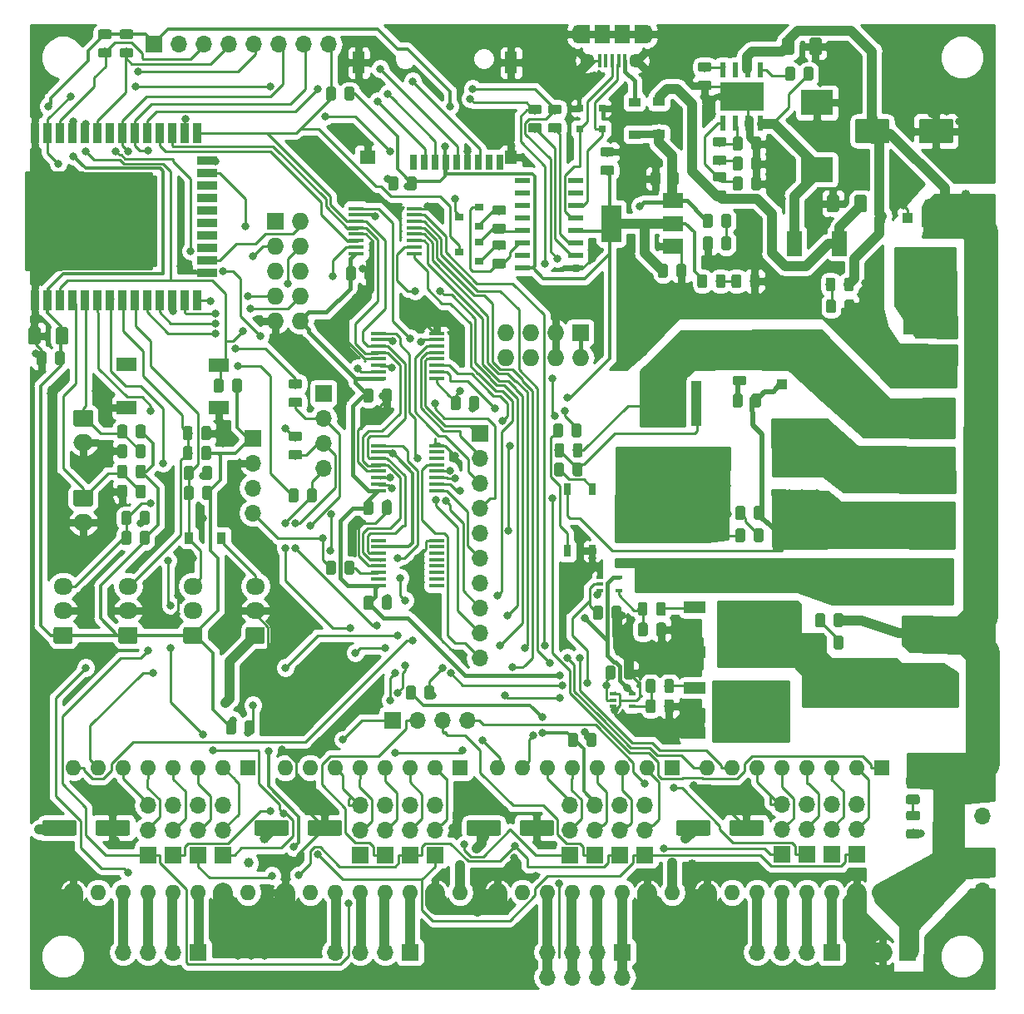
<source format=gtl>
G04 #@! TF.GenerationSoftware,KiCad,Pcbnew,5.0.2-bee76a0~70~ubuntu18.04.1*
G04 #@! TF.CreationDate,2019-07-02T21:44:17+09:00*
G04 #@! TF.ProjectId,MRR_ESPE,4d52525f-4553-4504-952e-6b696361645f,v0.3*
G04 #@! TF.SameCoordinates,Original*
G04 #@! TF.FileFunction,Copper,L1,Top*
G04 #@! TF.FilePolarity,Positive*
%FSLAX46Y46*%
G04 Gerber Fmt 4.6, Leading zero omitted, Abs format (unit mm)*
G04 Created by KiCad (PCBNEW 5.0.2-bee76a0~70~ubuntu18.04.1) date Tue 02 Jul 2019 09:44:17 PM JST*
%MOMM*%
%LPD*%
G01*
G04 APERTURE LIST*
G04 #@! TA.AperFunction,SMDPad,CuDef*
%ADD10R,2.100000X1.450000*%
G04 #@! TD*
G04 #@! TA.AperFunction,SMDPad,CuDef*
%ADD11R,1.500000X1.900000*%
G04 #@! TD*
G04 #@! TA.AperFunction,ComponentPad*
%ADD12C,1.450000*%
G04 #@! TD*
G04 #@! TA.AperFunction,SMDPad,CuDef*
%ADD13R,0.400000X1.350000*%
G04 #@! TD*
G04 #@! TA.AperFunction,ComponentPad*
%ADD14O,1.200000X1.900000*%
G04 #@! TD*
G04 #@! TA.AperFunction,SMDPad,CuDef*
%ADD15R,1.200000X1.900000*%
G04 #@! TD*
G04 #@! TA.AperFunction,ComponentPad*
%ADD16O,1.727200X1.727200*%
G04 #@! TD*
G04 #@! TA.AperFunction,ComponentPad*
%ADD17R,1.727200X1.727200*%
G04 #@! TD*
G04 #@! TA.AperFunction,Conductor*
%ADD18C,0.100000*%
G04 #@! TD*
G04 #@! TA.AperFunction,SMDPad,CuDef*
%ADD19C,0.975000*%
G04 #@! TD*
G04 #@! TA.AperFunction,SMDPad,CuDef*
%ADD20C,2.500000*%
G04 #@! TD*
G04 #@! TA.AperFunction,SMDPad,CuDef*
%ADD21C,1.250000*%
G04 #@! TD*
G04 #@! TA.AperFunction,SMDPad,CuDef*
%ADD22C,1.600000*%
G04 #@! TD*
G04 #@! TA.AperFunction,ComponentPad*
%ADD23C,2.600000*%
G04 #@! TD*
G04 #@! TA.AperFunction,ComponentPad*
%ADD24R,2.600000X2.600000*%
G04 #@! TD*
G04 #@! TA.AperFunction,ComponentPad*
%ADD25O,1.700000X1.700000*%
G04 #@! TD*
G04 #@! TA.AperFunction,ComponentPad*
%ADD26R,1.700000X1.700000*%
G04 #@! TD*
G04 #@! TA.AperFunction,SMDPad,CuDef*
%ADD27R,10.800000X9.400000*%
G04 #@! TD*
G04 #@! TA.AperFunction,SMDPad,CuDef*
%ADD28R,1.100000X4.600000*%
G04 #@! TD*
G04 #@! TA.AperFunction,SMDPad,CuDef*
%ADD29R,6.400000X5.800000*%
G04 #@! TD*
G04 #@! TA.AperFunction,SMDPad,CuDef*
%ADD30R,2.200000X1.200000*%
G04 #@! TD*
G04 #@! TA.AperFunction,SMDPad,CuDef*
%ADD31R,0.900000X0.800000*%
G04 #@! TD*
G04 #@! TA.AperFunction,SMDPad,CuDef*
%ADD32R,0.900000X2.000000*%
G04 #@! TD*
G04 #@! TA.AperFunction,SMDPad,CuDef*
%ADD33R,2.000000X0.900000*%
G04 #@! TD*
G04 #@! TA.AperFunction,SMDPad,CuDef*
%ADD34R,5.000000X5.000000*%
G04 #@! TD*
G04 #@! TA.AperFunction,ViaPad*
%ADD35C,0.600000*%
G04 #@! TD*
G04 #@! TA.AperFunction,SMDPad,CuDef*
%ADD36R,0.600000X1.550000*%
G04 #@! TD*
G04 #@! TA.AperFunction,Conductor*
%ADD37R,4.500000X2.950000*%
G04 #@! TD*
G04 #@! TA.AperFunction,SMDPad,CuDef*
%ADD38R,3.100000X2.600000*%
G04 #@! TD*
G04 #@! TA.AperFunction,SMDPad,CuDef*
%ADD39R,1.500000X0.600000*%
G04 #@! TD*
G04 #@! TA.AperFunction,SMDPad,CuDef*
%ADD40R,2.000000X1.500000*%
G04 #@! TD*
G04 #@! TA.AperFunction,SMDPad,CuDef*
%ADD41R,2.000000X3.800000*%
G04 #@! TD*
G04 #@! TA.AperFunction,ComponentPad*
%ADD42O,1.600000X1.600000*%
G04 #@! TD*
G04 #@! TA.AperFunction,ComponentPad*
%ADD43R,1.600000X1.600000*%
G04 #@! TD*
G04 #@! TA.AperFunction,SMDPad,CuDef*
%ADD44R,0.700000X1.600000*%
G04 #@! TD*
G04 #@! TA.AperFunction,SMDPad,CuDef*
%ADD45R,1.200000X1.400000*%
G04 #@! TD*
G04 #@! TA.AperFunction,SMDPad,CuDef*
%ADD46R,1.600000X1.400000*%
G04 #@! TD*
G04 #@! TA.AperFunction,SMDPad,CuDef*
%ADD47R,1.200000X2.200000*%
G04 #@! TD*
G04 #@! TA.AperFunction,SMDPad,CuDef*
%ADD48R,3.150000X1.960000*%
G04 #@! TD*
G04 #@! TA.AperFunction,SMDPad,CuDef*
%ADD49R,1.500000X2.500000*%
G04 #@! TD*
G04 #@! TA.AperFunction,SMDPad,CuDef*
%ADD50R,3.300000X2.500000*%
G04 #@! TD*
G04 #@! TA.AperFunction,SMDPad,CuDef*
%ADD51R,0.900000X1.200000*%
G04 #@! TD*
G04 #@! TA.AperFunction,SMDPad,CuDef*
%ADD52R,1.100000X1.100000*%
G04 #@! TD*
G04 #@! TA.AperFunction,SMDPad,CuDef*
%ADD53R,0.800000X0.800000*%
G04 #@! TD*
G04 #@! TA.AperFunction,SMDPad,CuDef*
%ADD54R,0.800000X1.200000*%
G04 #@! TD*
G04 #@! TA.AperFunction,SMDPad,CuDef*
%ADD55R,0.650000X0.400000*%
G04 #@! TD*
G04 #@! TA.AperFunction,SMDPad,CuDef*
%ADD56R,1.200000X0.900000*%
G04 #@! TD*
G04 #@! TA.AperFunction,SMDPad,CuDef*
%ADD57R,5.650000X3.790000*%
G04 #@! TD*
G04 #@! TA.AperFunction,SMDPad,CuDef*
%ADD58R,1.500000X0.450000*%
G04 #@! TD*
G04 #@! TA.AperFunction,ComponentPad*
%ADD59C,1.700000*%
G04 #@! TD*
G04 #@! TA.AperFunction,ComponentPad*
%ADD60O,1.950000X1.700000*%
G04 #@! TD*
G04 #@! TA.AperFunction,ComponentPad*
%ADD61O,2.000000X1.700000*%
G04 #@! TD*
G04 #@! TA.AperFunction,ViaPad*
%ADD62C,0.800000*%
G04 #@! TD*
G04 #@! TA.AperFunction,ViaPad*
%ADD63C,1.000000*%
G04 #@! TD*
G04 #@! TA.AperFunction,Conductor*
%ADD64C,1.000000*%
G04 #@! TD*
G04 #@! TA.AperFunction,Conductor*
%ADD65C,0.250000*%
G04 #@! TD*
G04 #@! TA.AperFunction,Conductor*
%ADD66C,2.000000*%
G04 #@! TD*
G04 #@! TA.AperFunction,Conductor*
%ADD67C,0.800000*%
G04 #@! TD*
G04 #@! TA.AperFunction,Conductor*
%ADD68C,3.500000*%
G04 #@! TD*
G04 #@! TA.AperFunction,Conductor*
%ADD69C,0.300000*%
G04 #@! TD*
G04 #@! TA.AperFunction,Conductor*
%ADD70C,0.400000*%
G04 #@! TD*
G04 #@! TA.AperFunction,Conductor*
%ADD71C,0.500000*%
G04 #@! TD*
G04 #@! TA.AperFunction,Conductor*
%ADD72C,4.000000*%
G04 #@! TD*
G04 #@! TA.AperFunction,Conductor*
%ADD73C,0.200000*%
G04 #@! TD*
G04 #@! TA.AperFunction,Conductor*
%ADD74C,0.254000*%
G04 #@! TD*
G04 APERTURE END LIST*
D10*
G04 #@! TO.P,SW1,2*
G04 #@! TO.N,EN*
X64898000Y-72322000D03*
G04 #@! TO.P,SW1,3*
G04 #@! TO.N,N/C*
X55498000Y-72222000D03*
G04 #@! TO.P,SW1,1*
G04 #@! TO.N,GND*
X55498000Y-76622000D03*
X64898000Y-76622000D03*
G04 #@! TD*
D11*
G04 #@! TO.P,J16,6*
G04 #@! TO.N,GND*
X103902000Y-38640500D03*
D12*
X107402000Y-41340500D03*
D13*
G04 #@! TO.P,J16,2*
G04 #@! TO.N,/D-*
X105552000Y-41340500D03*
G04 #@! TO.P,J16,1*
G04 #@! TO.N,VUSB*
X106202000Y-41340500D03*
G04 #@! TO.P,J16,5*
G04 #@! TO.N,GND*
X103602000Y-41340500D03*
G04 #@! TO.P,J16,4*
G04 #@! TO.N,N/C*
X104252000Y-41340500D03*
G04 #@! TO.P,J16,3*
G04 #@! TO.N,/D+*
X104902000Y-41340500D03*
D12*
G04 #@! TO.P,J16,6*
G04 #@! TO.N,GND*
X102402000Y-41340500D03*
D11*
X105902000Y-38640500D03*
D14*
X108402000Y-38640500D03*
X101402000Y-38640500D03*
D15*
X102002000Y-38640500D03*
X107802000Y-38640500D03*
G04 #@! TD*
D16*
G04 #@! TO.P,J15,8*
G04 #@! TO.N,UART-*
X94038200Y-71558017D03*
G04 #@! TO.P,J15,7*
G04 #@! TO.N,N/C*
X94038200Y-69018017D03*
G04 #@! TO.P,J15,6*
G04 #@! TO.N,UART+*
X96578200Y-71558017D03*
G04 #@! TO.P,J15,5*
G04 #@! TO.N,N/C*
X96578200Y-69018017D03*
G04 #@! TO.P,J15,4*
G04 #@! TO.N,GND*
X99118200Y-71558017D03*
G04 #@! TO.P,J15,3*
X99118200Y-69018017D03*
G04 #@! TO.P,J15,2*
G04 #@! TO.N,+5V*
X101658200Y-71558017D03*
D17*
G04 #@! TO.P,J15,1*
X101658200Y-69018017D03*
G04 #@! TD*
D18*
G04 #@! TO.N,X_MIN*
G04 #@! TO.C,C1*
G36*
X55718142Y-87185174D02*
X55741803Y-87188684D01*
X55765007Y-87194496D01*
X55787529Y-87202554D01*
X55809153Y-87212782D01*
X55829670Y-87225079D01*
X55848883Y-87239329D01*
X55866607Y-87255393D01*
X55882671Y-87273117D01*
X55896921Y-87292330D01*
X55909218Y-87312847D01*
X55919446Y-87334471D01*
X55927504Y-87356993D01*
X55933316Y-87380197D01*
X55936826Y-87403858D01*
X55938000Y-87427750D01*
X55938000Y-88340250D01*
X55936826Y-88364142D01*
X55933316Y-88387803D01*
X55927504Y-88411007D01*
X55919446Y-88433529D01*
X55909218Y-88455153D01*
X55896921Y-88475670D01*
X55882671Y-88494883D01*
X55866607Y-88512607D01*
X55848883Y-88528671D01*
X55829670Y-88542921D01*
X55809153Y-88555218D01*
X55787529Y-88565446D01*
X55765007Y-88573504D01*
X55741803Y-88579316D01*
X55718142Y-88582826D01*
X55694250Y-88584000D01*
X55206750Y-88584000D01*
X55182858Y-88582826D01*
X55159197Y-88579316D01*
X55135993Y-88573504D01*
X55113471Y-88565446D01*
X55091847Y-88555218D01*
X55071330Y-88542921D01*
X55052117Y-88528671D01*
X55034393Y-88512607D01*
X55018329Y-88494883D01*
X55004079Y-88475670D01*
X54991782Y-88455153D01*
X54981554Y-88433529D01*
X54973496Y-88411007D01*
X54967684Y-88387803D01*
X54964174Y-88364142D01*
X54963000Y-88340250D01*
X54963000Y-87427750D01*
X54964174Y-87403858D01*
X54967684Y-87380197D01*
X54973496Y-87356993D01*
X54981554Y-87334471D01*
X54991782Y-87312847D01*
X55004079Y-87292330D01*
X55018329Y-87273117D01*
X55034393Y-87255393D01*
X55052117Y-87239329D01*
X55071330Y-87225079D01*
X55091847Y-87212782D01*
X55113471Y-87202554D01*
X55135993Y-87194496D01*
X55159197Y-87188684D01*
X55182858Y-87185174D01*
X55206750Y-87184000D01*
X55694250Y-87184000D01*
X55718142Y-87185174D01*
X55718142Y-87185174D01*
G37*
D19*
G04 #@! TD*
G04 #@! TO.P,C1,2*
G04 #@! TO.N,X_MIN*
X55450500Y-87884000D03*
D18*
G04 #@! TO.N,GND*
G04 #@! TO.C,C1*
G36*
X57593142Y-87185174D02*
X57616803Y-87188684D01*
X57640007Y-87194496D01*
X57662529Y-87202554D01*
X57684153Y-87212782D01*
X57704670Y-87225079D01*
X57723883Y-87239329D01*
X57741607Y-87255393D01*
X57757671Y-87273117D01*
X57771921Y-87292330D01*
X57784218Y-87312847D01*
X57794446Y-87334471D01*
X57802504Y-87356993D01*
X57808316Y-87380197D01*
X57811826Y-87403858D01*
X57813000Y-87427750D01*
X57813000Y-88340250D01*
X57811826Y-88364142D01*
X57808316Y-88387803D01*
X57802504Y-88411007D01*
X57794446Y-88433529D01*
X57784218Y-88455153D01*
X57771921Y-88475670D01*
X57757671Y-88494883D01*
X57741607Y-88512607D01*
X57723883Y-88528671D01*
X57704670Y-88542921D01*
X57684153Y-88555218D01*
X57662529Y-88565446D01*
X57640007Y-88573504D01*
X57616803Y-88579316D01*
X57593142Y-88582826D01*
X57569250Y-88584000D01*
X57081750Y-88584000D01*
X57057858Y-88582826D01*
X57034197Y-88579316D01*
X57010993Y-88573504D01*
X56988471Y-88565446D01*
X56966847Y-88555218D01*
X56946330Y-88542921D01*
X56927117Y-88528671D01*
X56909393Y-88512607D01*
X56893329Y-88494883D01*
X56879079Y-88475670D01*
X56866782Y-88455153D01*
X56856554Y-88433529D01*
X56848496Y-88411007D01*
X56842684Y-88387803D01*
X56839174Y-88364142D01*
X56838000Y-88340250D01*
X56838000Y-87427750D01*
X56839174Y-87403858D01*
X56842684Y-87380197D01*
X56848496Y-87356993D01*
X56856554Y-87334471D01*
X56866782Y-87312847D01*
X56879079Y-87292330D01*
X56893329Y-87273117D01*
X56909393Y-87255393D01*
X56927117Y-87239329D01*
X56946330Y-87225079D01*
X56966847Y-87212782D01*
X56988471Y-87202554D01*
X57010993Y-87194496D01*
X57034197Y-87188684D01*
X57057858Y-87185174D01*
X57081750Y-87184000D01*
X57569250Y-87184000D01*
X57593142Y-87185174D01*
X57593142Y-87185174D01*
G37*
D19*
G04 #@! TD*
G04 #@! TO.P,C1,1*
G04 #@! TO.N,GND*
X57325500Y-87884000D03*
D18*
G04 #@! TO.N,Z_MIN*
G04 #@! TO.C,C2*
G36*
X62068142Y-82613174D02*
X62091803Y-82616684D01*
X62115007Y-82622496D01*
X62137529Y-82630554D01*
X62159153Y-82640782D01*
X62179670Y-82653079D01*
X62198883Y-82667329D01*
X62216607Y-82683393D01*
X62232671Y-82701117D01*
X62246921Y-82720330D01*
X62259218Y-82740847D01*
X62269446Y-82762471D01*
X62277504Y-82784993D01*
X62283316Y-82808197D01*
X62286826Y-82831858D01*
X62288000Y-82855750D01*
X62288000Y-83768250D01*
X62286826Y-83792142D01*
X62283316Y-83815803D01*
X62277504Y-83839007D01*
X62269446Y-83861529D01*
X62259218Y-83883153D01*
X62246921Y-83903670D01*
X62232671Y-83922883D01*
X62216607Y-83940607D01*
X62198883Y-83956671D01*
X62179670Y-83970921D01*
X62159153Y-83983218D01*
X62137529Y-83993446D01*
X62115007Y-84001504D01*
X62091803Y-84007316D01*
X62068142Y-84010826D01*
X62044250Y-84012000D01*
X61556750Y-84012000D01*
X61532858Y-84010826D01*
X61509197Y-84007316D01*
X61485993Y-84001504D01*
X61463471Y-83993446D01*
X61441847Y-83983218D01*
X61421330Y-83970921D01*
X61402117Y-83956671D01*
X61384393Y-83940607D01*
X61368329Y-83922883D01*
X61354079Y-83903670D01*
X61341782Y-83883153D01*
X61331554Y-83861529D01*
X61323496Y-83839007D01*
X61317684Y-83815803D01*
X61314174Y-83792142D01*
X61313000Y-83768250D01*
X61313000Y-82855750D01*
X61314174Y-82831858D01*
X61317684Y-82808197D01*
X61323496Y-82784993D01*
X61331554Y-82762471D01*
X61341782Y-82740847D01*
X61354079Y-82720330D01*
X61368329Y-82701117D01*
X61384393Y-82683393D01*
X61402117Y-82667329D01*
X61421330Y-82653079D01*
X61441847Y-82640782D01*
X61463471Y-82630554D01*
X61485993Y-82622496D01*
X61509197Y-82616684D01*
X61532858Y-82613174D01*
X61556750Y-82612000D01*
X62044250Y-82612000D01*
X62068142Y-82613174D01*
X62068142Y-82613174D01*
G37*
D19*
G04 #@! TD*
G04 #@! TO.P,C2,2*
G04 #@! TO.N,Z_MIN*
X61800500Y-83312000D03*
D18*
G04 #@! TO.N,GND*
G04 #@! TO.C,C2*
G36*
X63943142Y-82613174D02*
X63966803Y-82616684D01*
X63990007Y-82622496D01*
X64012529Y-82630554D01*
X64034153Y-82640782D01*
X64054670Y-82653079D01*
X64073883Y-82667329D01*
X64091607Y-82683393D01*
X64107671Y-82701117D01*
X64121921Y-82720330D01*
X64134218Y-82740847D01*
X64144446Y-82762471D01*
X64152504Y-82784993D01*
X64158316Y-82808197D01*
X64161826Y-82831858D01*
X64163000Y-82855750D01*
X64163000Y-83768250D01*
X64161826Y-83792142D01*
X64158316Y-83815803D01*
X64152504Y-83839007D01*
X64144446Y-83861529D01*
X64134218Y-83883153D01*
X64121921Y-83903670D01*
X64107671Y-83922883D01*
X64091607Y-83940607D01*
X64073883Y-83956671D01*
X64054670Y-83970921D01*
X64034153Y-83983218D01*
X64012529Y-83993446D01*
X63990007Y-84001504D01*
X63966803Y-84007316D01*
X63943142Y-84010826D01*
X63919250Y-84012000D01*
X63431750Y-84012000D01*
X63407858Y-84010826D01*
X63384197Y-84007316D01*
X63360993Y-84001504D01*
X63338471Y-83993446D01*
X63316847Y-83983218D01*
X63296330Y-83970921D01*
X63277117Y-83956671D01*
X63259393Y-83940607D01*
X63243329Y-83922883D01*
X63229079Y-83903670D01*
X63216782Y-83883153D01*
X63206554Y-83861529D01*
X63198496Y-83839007D01*
X63192684Y-83815803D01*
X63189174Y-83792142D01*
X63188000Y-83768250D01*
X63188000Y-82855750D01*
X63189174Y-82831858D01*
X63192684Y-82808197D01*
X63198496Y-82784993D01*
X63206554Y-82762471D01*
X63216782Y-82740847D01*
X63229079Y-82720330D01*
X63243329Y-82701117D01*
X63259393Y-82683393D01*
X63277117Y-82667329D01*
X63296330Y-82653079D01*
X63316847Y-82640782D01*
X63338471Y-82630554D01*
X63360993Y-82622496D01*
X63384197Y-82616684D01*
X63407858Y-82613174D01*
X63431750Y-82612000D01*
X63919250Y-82612000D01*
X63943142Y-82613174D01*
X63943142Y-82613174D01*
G37*
D19*
G04 #@! TD*
G04 #@! TO.P,C2,1*
G04 #@! TO.N,GND*
X63675500Y-83312000D03*
D18*
G04 #@! TO.N,Y_MIN*
G04 #@! TO.C,C3*
G36*
X61965291Y-78549174D02*
X61988952Y-78552684D01*
X62012156Y-78558496D01*
X62034678Y-78566554D01*
X62056302Y-78576782D01*
X62076819Y-78589079D01*
X62096032Y-78603329D01*
X62113756Y-78619393D01*
X62129820Y-78637117D01*
X62144070Y-78656330D01*
X62156367Y-78676847D01*
X62166595Y-78698471D01*
X62174653Y-78720993D01*
X62180465Y-78744197D01*
X62183975Y-78767858D01*
X62185149Y-78791750D01*
X62185149Y-79704250D01*
X62183975Y-79728142D01*
X62180465Y-79751803D01*
X62174653Y-79775007D01*
X62166595Y-79797529D01*
X62156367Y-79819153D01*
X62144070Y-79839670D01*
X62129820Y-79858883D01*
X62113756Y-79876607D01*
X62096032Y-79892671D01*
X62076819Y-79906921D01*
X62056302Y-79919218D01*
X62034678Y-79929446D01*
X62012156Y-79937504D01*
X61988952Y-79943316D01*
X61965291Y-79946826D01*
X61941399Y-79948000D01*
X61453899Y-79948000D01*
X61430007Y-79946826D01*
X61406346Y-79943316D01*
X61383142Y-79937504D01*
X61360620Y-79929446D01*
X61338996Y-79919218D01*
X61318479Y-79906921D01*
X61299266Y-79892671D01*
X61281542Y-79876607D01*
X61265478Y-79858883D01*
X61251228Y-79839670D01*
X61238931Y-79819153D01*
X61228703Y-79797529D01*
X61220645Y-79775007D01*
X61214833Y-79751803D01*
X61211323Y-79728142D01*
X61210149Y-79704250D01*
X61210149Y-78791750D01*
X61211323Y-78767858D01*
X61214833Y-78744197D01*
X61220645Y-78720993D01*
X61228703Y-78698471D01*
X61238931Y-78676847D01*
X61251228Y-78656330D01*
X61265478Y-78637117D01*
X61281542Y-78619393D01*
X61299266Y-78603329D01*
X61318479Y-78589079D01*
X61338996Y-78576782D01*
X61360620Y-78566554D01*
X61383142Y-78558496D01*
X61406346Y-78552684D01*
X61430007Y-78549174D01*
X61453899Y-78548000D01*
X61941399Y-78548000D01*
X61965291Y-78549174D01*
X61965291Y-78549174D01*
G37*
D19*
G04 #@! TD*
G04 #@! TO.P,C3,2*
G04 #@! TO.N,Y_MIN*
X61697649Y-79248000D03*
D18*
G04 #@! TO.N,GND*
G04 #@! TO.C,C3*
G36*
X63840291Y-78549174D02*
X63863952Y-78552684D01*
X63887156Y-78558496D01*
X63909678Y-78566554D01*
X63931302Y-78576782D01*
X63951819Y-78589079D01*
X63971032Y-78603329D01*
X63988756Y-78619393D01*
X64004820Y-78637117D01*
X64019070Y-78656330D01*
X64031367Y-78676847D01*
X64041595Y-78698471D01*
X64049653Y-78720993D01*
X64055465Y-78744197D01*
X64058975Y-78767858D01*
X64060149Y-78791750D01*
X64060149Y-79704250D01*
X64058975Y-79728142D01*
X64055465Y-79751803D01*
X64049653Y-79775007D01*
X64041595Y-79797529D01*
X64031367Y-79819153D01*
X64019070Y-79839670D01*
X64004820Y-79858883D01*
X63988756Y-79876607D01*
X63971032Y-79892671D01*
X63951819Y-79906921D01*
X63931302Y-79919218D01*
X63909678Y-79929446D01*
X63887156Y-79937504D01*
X63863952Y-79943316D01*
X63840291Y-79946826D01*
X63816399Y-79948000D01*
X63328899Y-79948000D01*
X63305007Y-79946826D01*
X63281346Y-79943316D01*
X63258142Y-79937504D01*
X63235620Y-79929446D01*
X63213996Y-79919218D01*
X63193479Y-79906921D01*
X63174266Y-79892671D01*
X63156542Y-79876607D01*
X63140478Y-79858883D01*
X63126228Y-79839670D01*
X63113931Y-79819153D01*
X63103703Y-79797529D01*
X63095645Y-79775007D01*
X63089833Y-79751803D01*
X63086323Y-79728142D01*
X63085149Y-79704250D01*
X63085149Y-78791750D01*
X63086323Y-78767858D01*
X63089833Y-78744197D01*
X63095645Y-78720993D01*
X63103703Y-78698471D01*
X63113931Y-78676847D01*
X63126228Y-78656330D01*
X63140478Y-78637117D01*
X63156542Y-78619393D01*
X63174266Y-78603329D01*
X63193479Y-78589079D01*
X63213996Y-78576782D01*
X63235620Y-78566554D01*
X63258142Y-78558496D01*
X63281346Y-78552684D01*
X63305007Y-78549174D01*
X63328899Y-78548000D01*
X63816399Y-78548000D01*
X63840291Y-78549174D01*
X63840291Y-78549174D01*
G37*
D19*
G04 #@! TD*
G04 #@! TO.P,C3,1*
G04 #@! TO.N,GND*
X63572649Y-79248000D03*
D18*
G04 #@! TO.N,GND*
G04 #@! TO.C,C4*
G36*
X139394504Y-47265204D02*
X139418773Y-47268804D01*
X139442571Y-47274765D01*
X139465671Y-47283030D01*
X139487849Y-47293520D01*
X139508893Y-47306133D01*
X139528598Y-47320747D01*
X139546777Y-47337223D01*
X139563253Y-47355402D01*
X139577867Y-47375107D01*
X139590480Y-47396151D01*
X139600970Y-47418329D01*
X139609235Y-47441429D01*
X139615196Y-47465227D01*
X139618796Y-47489496D01*
X139620000Y-47514000D01*
X139620000Y-49514000D01*
X139618796Y-49538504D01*
X139615196Y-49562773D01*
X139609235Y-49586571D01*
X139600970Y-49609671D01*
X139590480Y-49631849D01*
X139577867Y-49652893D01*
X139563253Y-49672598D01*
X139546777Y-49690777D01*
X139528598Y-49707253D01*
X139508893Y-49721867D01*
X139487849Y-49734480D01*
X139465671Y-49744970D01*
X139442571Y-49753235D01*
X139418773Y-49759196D01*
X139394504Y-49762796D01*
X139370000Y-49764000D01*
X136370000Y-49764000D01*
X136345496Y-49762796D01*
X136321227Y-49759196D01*
X136297429Y-49753235D01*
X136274329Y-49744970D01*
X136252151Y-49734480D01*
X136231107Y-49721867D01*
X136211402Y-49707253D01*
X136193223Y-49690777D01*
X136176747Y-49672598D01*
X136162133Y-49652893D01*
X136149520Y-49631849D01*
X136139030Y-49609671D01*
X136130765Y-49586571D01*
X136124804Y-49562773D01*
X136121204Y-49538504D01*
X136120000Y-49514000D01*
X136120000Y-47514000D01*
X136121204Y-47489496D01*
X136124804Y-47465227D01*
X136130765Y-47441429D01*
X136139030Y-47418329D01*
X136149520Y-47396151D01*
X136162133Y-47375107D01*
X136176747Y-47355402D01*
X136193223Y-47337223D01*
X136211402Y-47320747D01*
X136231107Y-47306133D01*
X136252151Y-47293520D01*
X136274329Y-47283030D01*
X136297429Y-47274765D01*
X136321227Y-47268804D01*
X136345496Y-47265204D01*
X136370000Y-47264000D01*
X139370000Y-47264000D01*
X139394504Y-47265204D01*
X139394504Y-47265204D01*
G37*
D20*
G04 #@! TD*
G04 #@! TO.P,C4,2*
G04 #@! TO.N,GND*
X137870000Y-48514000D03*
D18*
G04 #@! TO.N,VIN*
G04 #@! TO.C,C4*
G36*
X132894504Y-47265204D02*
X132918773Y-47268804D01*
X132942571Y-47274765D01*
X132965671Y-47283030D01*
X132987849Y-47293520D01*
X133008893Y-47306133D01*
X133028598Y-47320747D01*
X133046777Y-47337223D01*
X133063253Y-47355402D01*
X133077867Y-47375107D01*
X133090480Y-47396151D01*
X133100970Y-47418329D01*
X133109235Y-47441429D01*
X133115196Y-47465227D01*
X133118796Y-47489496D01*
X133120000Y-47514000D01*
X133120000Y-49514000D01*
X133118796Y-49538504D01*
X133115196Y-49562773D01*
X133109235Y-49586571D01*
X133100970Y-49609671D01*
X133090480Y-49631849D01*
X133077867Y-49652893D01*
X133063253Y-49672598D01*
X133046777Y-49690777D01*
X133028598Y-49707253D01*
X133008893Y-49721867D01*
X132987849Y-49734480D01*
X132965671Y-49744970D01*
X132942571Y-49753235D01*
X132918773Y-49759196D01*
X132894504Y-49762796D01*
X132870000Y-49764000D01*
X129870000Y-49764000D01*
X129845496Y-49762796D01*
X129821227Y-49759196D01*
X129797429Y-49753235D01*
X129774329Y-49744970D01*
X129752151Y-49734480D01*
X129731107Y-49721867D01*
X129711402Y-49707253D01*
X129693223Y-49690777D01*
X129676747Y-49672598D01*
X129662133Y-49652893D01*
X129649520Y-49631849D01*
X129639030Y-49609671D01*
X129630765Y-49586571D01*
X129624804Y-49562773D01*
X129621204Y-49538504D01*
X129620000Y-49514000D01*
X129620000Y-47514000D01*
X129621204Y-47489496D01*
X129624804Y-47465227D01*
X129630765Y-47441429D01*
X129639030Y-47418329D01*
X129649520Y-47396151D01*
X129662133Y-47375107D01*
X129676747Y-47355402D01*
X129693223Y-47337223D01*
X129711402Y-47320747D01*
X129731107Y-47306133D01*
X129752151Y-47293520D01*
X129774329Y-47283030D01*
X129797429Y-47274765D01*
X129821227Y-47268804D01*
X129845496Y-47265204D01*
X129870000Y-47264000D01*
X132870000Y-47264000D01*
X132894504Y-47265204D01*
X132894504Y-47265204D01*
G37*
D20*
G04 #@! TD*
G04 #@! TO.P,C4,1*
G04 #@! TO.N,VIN*
X131370000Y-48514000D03*
D18*
G04 #@! TO.N,TEMP_BED_PIN*
G04 #@! TO.C,C5*
G36*
X57174142Y-80386174D02*
X57197803Y-80389684D01*
X57221007Y-80395496D01*
X57243529Y-80403554D01*
X57265153Y-80413782D01*
X57285670Y-80426079D01*
X57304883Y-80440329D01*
X57322607Y-80456393D01*
X57338671Y-80474117D01*
X57352921Y-80493330D01*
X57365218Y-80513847D01*
X57375446Y-80535471D01*
X57383504Y-80557993D01*
X57389316Y-80581197D01*
X57392826Y-80604858D01*
X57394000Y-80628750D01*
X57394000Y-81541250D01*
X57392826Y-81565142D01*
X57389316Y-81588803D01*
X57383504Y-81612007D01*
X57375446Y-81634529D01*
X57365218Y-81656153D01*
X57352921Y-81676670D01*
X57338671Y-81695883D01*
X57322607Y-81713607D01*
X57304883Y-81729671D01*
X57285670Y-81743921D01*
X57265153Y-81756218D01*
X57243529Y-81766446D01*
X57221007Y-81774504D01*
X57197803Y-81780316D01*
X57174142Y-81783826D01*
X57150250Y-81785000D01*
X56662750Y-81785000D01*
X56638858Y-81783826D01*
X56615197Y-81780316D01*
X56591993Y-81774504D01*
X56569471Y-81766446D01*
X56547847Y-81756218D01*
X56527330Y-81743921D01*
X56508117Y-81729671D01*
X56490393Y-81713607D01*
X56474329Y-81695883D01*
X56460079Y-81676670D01*
X56447782Y-81656153D01*
X56437554Y-81634529D01*
X56429496Y-81612007D01*
X56423684Y-81588803D01*
X56420174Y-81565142D01*
X56419000Y-81541250D01*
X56419000Y-80628750D01*
X56420174Y-80604858D01*
X56423684Y-80581197D01*
X56429496Y-80557993D01*
X56437554Y-80535471D01*
X56447782Y-80513847D01*
X56460079Y-80493330D01*
X56474329Y-80474117D01*
X56490393Y-80456393D01*
X56508117Y-80440329D01*
X56527330Y-80426079D01*
X56547847Y-80413782D01*
X56569471Y-80403554D01*
X56591993Y-80395496D01*
X56615197Y-80389684D01*
X56638858Y-80386174D01*
X56662750Y-80385000D01*
X57150250Y-80385000D01*
X57174142Y-80386174D01*
X57174142Y-80386174D01*
G37*
D19*
G04 #@! TD*
G04 #@! TO.P,C5,2*
G04 #@! TO.N,TEMP_BED_PIN*
X56906500Y-81085000D03*
D18*
G04 #@! TO.N,GND*
G04 #@! TO.C,C5*
G36*
X55299142Y-80386174D02*
X55322803Y-80389684D01*
X55346007Y-80395496D01*
X55368529Y-80403554D01*
X55390153Y-80413782D01*
X55410670Y-80426079D01*
X55429883Y-80440329D01*
X55447607Y-80456393D01*
X55463671Y-80474117D01*
X55477921Y-80493330D01*
X55490218Y-80513847D01*
X55500446Y-80535471D01*
X55508504Y-80557993D01*
X55514316Y-80581197D01*
X55517826Y-80604858D01*
X55519000Y-80628750D01*
X55519000Y-81541250D01*
X55517826Y-81565142D01*
X55514316Y-81588803D01*
X55508504Y-81612007D01*
X55500446Y-81634529D01*
X55490218Y-81656153D01*
X55477921Y-81676670D01*
X55463671Y-81695883D01*
X55447607Y-81713607D01*
X55429883Y-81729671D01*
X55410670Y-81743921D01*
X55390153Y-81756218D01*
X55368529Y-81766446D01*
X55346007Y-81774504D01*
X55322803Y-81780316D01*
X55299142Y-81783826D01*
X55275250Y-81785000D01*
X54787750Y-81785000D01*
X54763858Y-81783826D01*
X54740197Y-81780316D01*
X54716993Y-81774504D01*
X54694471Y-81766446D01*
X54672847Y-81756218D01*
X54652330Y-81743921D01*
X54633117Y-81729671D01*
X54615393Y-81713607D01*
X54599329Y-81695883D01*
X54585079Y-81676670D01*
X54572782Y-81656153D01*
X54562554Y-81634529D01*
X54554496Y-81612007D01*
X54548684Y-81588803D01*
X54545174Y-81565142D01*
X54544000Y-81541250D01*
X54544000Y-80628750D01*
X54545174Y-80604858D01*
X54548684Y-80581197D01*
X54554496Y-80557993D01*
X54562554Y-80535471D01*
X54572782Y-80513847D01*
X54585079Y-80493330D01*
X54599329Y-80474117D01*
X54615393Y-80456393D01*
X54633117Y-80440329D01*
X54652330Y-80426079D01*
X54672847Y-80413782D01*
X54694471Y-80403554D01*
X54716993Y-80395496D01*
X54740197Y-80389684D01*
X54763858Y-80386174D01*
X54787750Y-80385000D01*
X55275250Y-80385000D01*
X55299142Y-80386174D01*
X55299142Y-80386174D01*
G37*
D19*
G04 #@! TD*
G04 #@! TO.P,C5,1*
G04 #@! TO.N,GND*
X55031500Y-81085000D03*
D18*
G04 #@! TO.N,TEMP_E0_PIN*
G04 #@! TO.C,C6*
G36*
X57174142Y-84489174D02*
X57197803Y-84492684D01*
X57221007Y-84498496D01*
X57243529Y-84506554D01*
X57265153Y-84516782D01*
X57285670Y-84529079D01*
X57304883Y-84543329D01*
X57322607Y-84559393D01*
X57338671Y-84577117D01*
X57352921Y-84596330D01*
X57365218Y-84616847D01*
X57375446Y-84638471D01*
X57383504Y-84660993D01*
X57389316Y-84684197D01*
X57392826Y-84707858D01*
X57394000Y-84731750D01*
X57394000Y-85644250D01*
X57392826Y-85668142D01*
X57389316Y-85691803D01*
X57383504Y-85715007D01*
X57375446Y-85737529D01*
X57365218Y-85759153D01*
X57352921Y-85779670D01*
X57338671Y-85798883D01*
X57322607Y-85816607D01*
X57304883Y-85832671D01*
X57285670Y-85846921D01*
X57265153Y-85859218D01*
X57243529Y-85869446D01*
X57221007Y-85877504D01*
X57197803Y-85883316D01*
X57174142Y-85886826D01*
X57150250Y-85888000D01*
X56662750Y-85888000D01*
X56638858Y-85886826D01*
X56615197Y-85883316D01*
X56591993Y-85877504D01*
X56569471Y-85869446D01*
X56547847Y-85859218D01*
X56527330Y-85846921D01*
X56508117Y-85832671D01*
X56490393Y-85816607D01*
X56474329Y-85798883D01*
X56460079Y-85779670D01*
X56447782Y-85759153D01*
X56437554Y-85737529D01*
X56429496Y-85715007D01*
X56423684Y-85691803D01*
X56420174Y-85668142D01*
X56419000Y-85644250D01*
X56419000Y-84731750D01*
X56420174Y-84707858D01*
X56423684Y-84684197D01*
X56429496Y-84660993D01*
X56437554Y-84638471D01*
X56447782Y-84616847D01*
X56460079Y-84596330D01*
X56474329Y-84577117D01*
X56490393Y-84559393D01*
X56508117Y-84543329D01*
X56527330Y-84529079D01*
X56547847Y-84516782D01*
X56569471Y-84506554D01*
X56591993Y-84498496D01*
X56615197Y-84492684D01*
X56638858Y-84489174D01*
X56662750Y-84488000D01*
X57150250Y-84488000D01*
X57174142Y-84489174D01*
X57174142Y-84489174D01*
G37*
D19*
G04 #@! TD*
G04 #@! TO.P,C6,2*
G04 #@! TO.N,TEMP_E0_PIN*
X56906500Y-85188000D03*
D18*
G04 #@! TO.N,GND*
G04 #@! TO.C,C6*
G36*
X55299142Y-84489174D02*
X55322803Y-84492684D01*
X55346007Y-84498496D01*
X55368529Y-84506554D01*
X55390153Y-84516782D01*
X55410670Y-84529079D01*
X55429883Y-84543329D01*
X55447607Y-84559393D01*
X55463671Y-84577117D01*
X55477921Y-84596330D01*
X55490218Y-84616847D01*
X55500446Y-84638471D01*
X55508504Y-84660993D01*
X55514316Y-84684197D01*
X55517826Y-84707858D01*
X55519000Y-84731750D01*
X55519000Y-85644250D01*
X55517826Y-85668142D01*
X55514316Y-85691803D01*
X55508504Y-85715007D01*
X55500446Y-85737529D01*
X55490218Y-85759153D01*
X55477921Y-85779670D01*
X55463671Y-85798883D01*
X55447607Y-85816607D01*
X55429883Y-85832671D01*
X55410670Y-85846921D01*
X55390153Y-85859218D01*
X55368529Y-85869446D01*
X55346007Y-85877504D01*
X55322803Y-85883316D01*
X55299142Y-85886826D01*
X55275250Y-85888000D01*
X54787750Y-85888000D01*
X54763858Y-85886826D01*
X54740197Y-85883316D01*
X54716993Y-85877504D01*
X54694471Y-85869446D01*
X54672847Y-85859218D01*
X54652330Y-85846921D01*
X54633117Y-85832671D01*
X54615393Y-85816607D01*
X54599329Y-85798883D01*
X54585079Y-85779670D01*
X54572782Y-85759153D01*
X54562554Y-85737529D01*
X54554496Y-85715007D01*
X54548684Y-85691803D01*
X54545174Y-85668142D01*
X54544000Y-85644250D01*
X54544000Y-84731750D01*
X54545174Y-84707858D01*
X54548684Y-84684197D01*
X54554496Y-84660993D01*
X54562554Y-84638471D01*
X54572782Y-84616847D01*
X54585079Y-84596330D01*
X54599329Y-84577117D01*
X54615393Y-84559393D01*
X54633117Y-84543329D01*
X54652330Y-84529079D01*
X54672847Y-84516782D01*
X54694471Y-84506554D01*
X54716993Y-84498496D01*
X54740197Y-84492684D01*
X54763858Y-84489174D01*
X54787750Y-84488000D01*
X55275250Y-84488000D01*
X55299142Y-84489174D01*
X55299142Y-84489174D01*
G37*
D19*
G04 #@! TD*
G04 #@! TO.P,C6,1*
G04 #@! TO.N,GND*
X55031500Y-85188000D03*
D18*
G04 #@! TO.N,VIN*
G04 #@! TO.C,C7*
G36*
X123205504Y-39004204D02*
X123229773Y-39007804D01*
X123253571Y-39013765D01*
X123276671Y-39022030D01*
X123298849Y-39032520D01*
X123319893Y-39045133D01*
X123339598Y-39059747D01*
X123357777Y-39076223D01*
X123374253Y-39094402D01*
X123388867Y-39114107D01*
X123401480Y-39135151D01*
X123411970Y-39157329D01*
X123420235Y-39180429D01*
X123426196Y-39204227D01*
X123429796Y-39228496D01*
X123431000Y-39253000D01*
X123431000Y-40503000D01*
X123429796Y-40527504D01*
X123426196Y-40551773D01*
X123420235Y-40575571D01*
X123411970Y-40598671D01*
X123401480Y-40620849D01*
X123388867Y-40641893D01*
X123374253Y-40661598D01*
X123357777Y-40679777D01*
X123339598Y-40696253D01*
X123319893Y-40710867D01*
X123298849Y-40723480D01*
X123276671Y-40733970D01*
X123253571Y-40742235D01*
X123229773Y-40748196D01*
X123205504Y-40751796D01*
X123181000Y-40753000D01*
X122431000Y-40753000D01*
X122406496Y-40751796D01*
X122382227Y-40748196D01*
X122358429Y-40742235D01*
X122335329Y-40733970D01*
X122313151Y-40723480D01*
X122292107Y-40710867D01*
X122272402Y-40696253D01*
X122254223Y-40679777D01*
X122237747Y-40661598D01*
X122223133Y-40641893D01*
X122210520Y-40620849D01*
X122200030Y-40598671D01*
X122191765Y-40575571D01*
X122185804Y-40551773D01*
X122182204Y-40527504D01*
X122181000Y-40503000D01*
X122181000Y-39253000D01*
X122182204Y-39228496D01*
X122185804Y-39204227D01*
X122191765Y-39180429D01*
X122200030Y-39157329D01*
X122210520Y-39135151D01*
X122223133Y-39114107D01*
X122237747Y-39094402D01*
X122254223Y-39076223D01*
X122272402Y-39059747D01*
X122292107Y-39045133D01*
X122313151Y-39032520D01*
X122335329Y-39022030D01*
X122358429Y-39013765D01*
X122382227Y-39007804D01*
X122406496Y-39004204D01*
X122431000Y-39003000D01*
X123181000Y-39003000D01*
X123205504Y-39004204D01*
X123205504Y-39004204D01*
G37*
D21*
G04 #@! TD*
G04 #@! TO.P,C7,2*
G04 #@! TO.N,VIN*
X122806000Y-39878000D03*
D18*
G04 #@! TO.N,GND*
G04 #@! TO.C,C7*
G36*
X126005504Y-39004204D02*
X126029773Y-39007804D01*
X126053571Y-39013765D01*
X126076671Y-39022030D01*
X126098849Y-39032520D01*
X126119893Y-39045133D01*
X126139598Y-39059747D01*
X126157777Y-39076223D01*
X126174253Y-39094402D01*
X126188867Y-39114107D01*
X126201480Y-39135151D01*
X126211970Y-39157329D01*
X126220235Y-39180429D01*
X126226196Y-39204227D01*
X126229796Y-39228496D01*
X126231000Y-39253000D01*
X126231000Y-40503000D01*
X126229796Y-40527504D01*
X126226196Y-40551773D01*
X126220235Y-40575571D01*
X126211970Y-40598671D01*
X126201480Y-40620849D01*
X126188867Y-40641893D01*
X126174253Y-40661598D01*
X126157777Y-40679777D01*
X126139598Y-40696253D01*
X126119893Y-40710867D01*
X126098849Y-40723480D01*
X126076671Y-40733970D01*
X126053571Y-40742235D01*
X126029773Y-40748196D01*
X126005504Y-40751796D01*
X125981000Y-40753000D01*
X125231000Y-40753000D01*
X125206496Y-40751796D01*
X125182227Y-40748196D01*
X125158429Y-40742235D01*
X125135329Y-40733970D01*
X125113151Y-40723480D01*
X125092107Y-40710867D01*
X125072402Y-40696253D01*
X125054223Y-40679777D01*
X125037747Y-40661598D01*
X125023133Y-40641893D01*
X125010520Y-40620849D01*
X125000030Y-40598671D01*
X124991765Y-40575571D01*
X124985804Y-40551773D01*
X124982204Y-40527504D01*
X124981000Y-40503000D01*
X124981000Y-39253000D01*
X124982204Y-39228496D01*
X124985804Y-39204227D01*
X124991765Y-39180429D01*
X125000030Y-39157329D01*
X125010520Y-39135151D01*
X125023133Y-39114107D01*
X125037747Y-39094402D01*
X125054223Y-39076223D01*
X125072402Y-39059747D01*
X125092107Y-39045133D01*
X125113151Y-39032520D01*
X125135329Y-39022030D01*
X125158429Y-39013765D01*
X125182227Y-39007804D01*
X125206496Y-39004204D01*
X125231000Y-39003000D01*
X125981000Y-39003000D01*
X126005504Y-39004204D01*
X126005504Y-39004204D01*
G37*
D21*
G04 #@! TD*
G04 #@! TO.P,C7,1*
G04 #@! TO.N,GND*
X125606000Y-39878000D03*
D18*
G04 #@! TO.N,GND*
G04 #@! TO.C,C8*
G36*
X119823142Y-51117174D02*
X119846803Y-51120684D01*
X119870007Y-51126496D01*
X119892529Y-51134554D01*
X119914153Y-51144782D01*
X119934670Y-51157079D01*
X119953883Y-51171329D01*
X119971607Y-51187393D01*
X119987671Y-51205117D01*
X120001921Y-51224330D01*
X120014218Y-51244847D01*
X120024446Y-51266471D01*
X120032504Y-51288993D01*
X120038316Y-51312197D01*
X120041826Y-51335858D01*
X120043000Y-51359750D01*
X120043000Y-52272250D01*
X120041826Y-52296142D01*
X120038316Y-52319803D01*
X120032504Y-52343007D01*
X120024446Y-52365529D01*
X120014218Y-52387153D01*
X120001921Y-52407670D01*
X119987671Y-52426883D01*
X119971607Y-52444607D01*
X119953883Y-52460671D01*
X119934670Y-52474921D01*
X119914153Y-52487218D01*
X119892529Y-52497446D01*
X119870007Y-52505504D01*
X119846803Y-52511316D01*
X119823142Y-52514826D01*
X119799250Y-52516000D01*
X119311750Y-52516000D01*
X119287858Y-52514826D01*
X119264197Y-52511316D01*
X119240993Y-52505504D01*
X119218471Y-52497446D01*
X119196847Y-52487218D01*
X119176330Y-52474921D01*
X119157117Y-52460671D01*
X119139393Y-52444607D01*
X119123329Y-52426883D01*
X119109079Y-52407670D01*
X119096782Y-52387153D01*
X119086554Y-52365529D01*
X119078496Y-52343007D01*
X119072684Y-52319803D01*
X119069174Y-52296142D01*
X119068000Y-52272250D01*
X119068000Y-51359750D01*
X119069174Y-51335858D01*
X119072684Y-51312197D01*
X119078496Y-51288993D01*
X119086554Y-51266471D01*
X119096782Y-51244847D01*
X119109079Y-51224330D01*
X119123329Y-51205117D01*
X119139393Y-51187393D01*
X119157117Y-51171329D01*
X119176330Y-51157079D01*
X119196847Y-51144782D01*
X119218471Y-51134554D01*
X119240993Y-51126496D01*
X119264197Y-51120684D01*
X119287858Y-51117174D01*
X119311750Y-51116000D01*
X119799250Y-51116000D01*
X119823142Y-51117174D01*
X119823142Y-51117174D01*
G37*
D19*
G04 #@! TD*
G04 #@! TO.P,C8,2*
G04 #@! TO.N,GND*
X119555500Y-51816000D03*
D18*
G04 #@! TO.N,Net-(C8-Pad1)*
G04 #@! TO.C,C8*
G36*
X117948142Y-51117174D02*
X117971803Y-51120684D01*
X117995007Y-51126496D01*
X118017529Y-51134554D01*
X118039153Y-51144782D01*
X118059670Y-51157079D01*
X118078883Y-51171329D01*
X118096607Y-51187393D01*
X118112671Y-51205117D01*
X118126921Y-51224330D01*
X118139218Y-51244847D01*
X118149446Y-51266471D01*
X118157504Y-51288993D01*
X118163316Y-51312197D01*
X118166826Y-51335858D01*
X118168000Y-51359750D01*
X118168000Y-52272250D01*
X118166826Y-52296142D01*
X118163316Y-52319803D01*
X118157504Y-52343007D01*
X118149446Y-52365529D01*
X118139218Y-52387153D01*
X118126921Y-52407670D01*
X118112671Y-52426883D01*
X118096607Y-52444607D01*
X118078883Y-52460671D01*
X118059670Y-52474921D01*
X118039153Y-52487218D01*
X118017529Y-52497446D01*
X117995007Y-52505504D01*
X117971803Y-52511316D01*
X117948142Y-52514826D01*
X117924250Y-52516000D01*
X117436750Y-52516000D01*
X117412858Y-52514826D01*
X117389197Y-52511316D01*
X117365993Y-52505504D01*
X117343471Y-52497446D01*
X117321847Y-52487218D01*
X117301330Y-52474921D01*
X117282117Y-52460671D01*
X117264393Y-52444607D01*
X117248329Y-52426883D01*
X117234079Y-52407670D01*
X117221782Y-52387153D01*
X117211554Y-52365529D01*
X117203496Y-52343007D01*
X117197684Y-52319803D01*
X117194174Y-52296142D01*
X117193000Y-52272250D01*
X117193000Y-51359750D01*
X117194174Y-51335858D01*
X117197684Y-51312197D01*
X117203496Y-51288993D01*
X117211554Y-51266471D01*
X117221782Y-51244847D01*
X117234079Y-51224330D01*
X117248329Y-51205117D01*
X117264393Y-51187393D01*
X117282117Y-51171329D01*
X117301330Y-51157079D01*
X117321847Y-51144782D01*
X117343471Y-51134554D01*
X117365993Y-51126496D01*
X117389197Y-51120684D01*
X117412858Y-51117174D01*
X117436750Y-51116000D01*
X117924250Y-51116000D01*
X117948142Y-51117174D01*
X117948142Y-51117174D01*
G37*
D19*
G04 #@! TD*
G04 #@! TO.P,C8,1*
G04 #@! TO.N,Net-(C8-Pad1)*
X117680500Y-51816000D03*
D18*
G04 #@! TO.N,GND*
G04 #@! TO.C,C9*
G36*
X119823142Y-49085174D02*
X119846803Y-49088684D01*
X119870007Y-49094496D01*
X119892529Y-49102554D01*
X119914153Y-49112782D01*
X119934670Y-49125079D01*
X119953883Y-49139329D01*
X119971607Y-49155393D01*
X119987671Y-49173117D01*
X120001921Y-49192330D01*
X120014218Y-49212847D01*
X120024446Y-49234471D01*
X120032504Y-49256993D01*
X120038316Y-49280197D01*
X120041826Y-49303858D01*
X120043000Y-49327750D01*
X120043000Y-50240250D01*
X120041826Y-50264142D01*
X120038316Y-50287803D01*
X120032504Y-50311007D01*
X120024446Y-50333529D01*
X120014218Y-50355153D01*
X120001921Y-50375670D01*
X119987671Y-50394883D01*
X119971607Y-50412607D01*
X119953883Y-50428671D01*
X119934670Y-50442921D01*
X119914153Y-50455218D01*
X119892529Y-50465446D01*
X119870007Y-50473504D01*
X119846803Y-50479316D01*
X119823142Y-50482826D01*
X119799250Y-50484000D01*
X119311750Y-50484000D01*
X119287858Y-50482826D01*
X119264197Y-50479316D01*
X119240993Y-50473504D01*
X119218471Y-50465446D01*
X119196847Y-50455218D01*
X119176330Y-50442921D01*
X119157117Y-50428671D01*
X119139393Y-50412607D01*
X119123329Y-50394883D01*
X119109079Y-50375670D01*
X119096782Y-50355153D01*
X119086554Y-50333529D01*
X119078496Y-50311007D01*
X119072684Y-50287803D01*
X119069174Y-50264142D01*
X119068000Y-50240250D01*
X119068000Y-49327750D01*
X119069174Y-49303858D01*
X119072684Y-49280197D01*
X119078496Y-49256993D01*
X119086554Y-49234471D01*
X119096782Y-49212847D01*
X119109079Y-49192330D01*
X119123329Y-49173117D01*
X119139393Y-49155393D01*
X119157117Y-49139329D01*
X119176330Y-49125079D01*
X119196847Y-49112782D01*
X119218471Y-49102554D01*
X119240993Y-49094496D01*
X119264197Y-49088684D01*
X119287858Y-49085174D01*
X119311750Y-49084000D01*
X119799250Y-49084000D01*
X119823142Y-49085174D01*
X119823142Y-49085174D01*
G37*
D19*
G04 #@! TD*
G04 #@! TO.P,C9,2*
G04 #@! TO.N,GND*
X119555500Y-49784000D03*
D18*
G04 #@! TO.N,COMP*
G04 #@! TO.C,C9*
G36*
X117948142Y-49085174D02*
X117971803Y-49088684D01*
X117995007Y-49094496D01*
X118017529Y-49102554D01*
X118039153Y-49112782D01*
X118059670Y-49125079D01*
X118078883Y-49139329D01*
X118096607Y-49155393D01*
X118112671Y-49173117D01*
X118126921Y-49192330D01*
X118139218Y-49212847D01*
X118149446Y-49234471D01*
X118157504Y-49256993D01*
X118163316Y-49280197D01*
X118166826Y-49303858D01*
X118168000Y-49327750D01*
X118168000Y-50240250D01*
X118166826Y-50264142D01*
X118163316Y-50287803D01*
X118157504Y-50311007D01*
X118149446Y-50333529D01*
X118139218Y-50355153D01*
X118126921Y-50375670D01*
X118112671Y-50394883D01*
X118096607Y-50412607D01*
X118078883Y-50428671D01*
X118059670Y-50442921D01*
X118039153Y-50455218D01*
X118017529Y-50465446D01*
X117995007Y-50473504D01*
X117971803Y-50479316D01*
X117948142Y-50482826D01*
X117924250Y-50484000D01*
X117436750Y-50484000D01*
X117412858Y-50482826D01*
X117389197Y-50479316D01*
X117365993Y-50473504D01*
X117343471Y-50465446D01*
X117321847Y-50455218D01*
X117301330Y-50442921D01*
X117282117Y-50428671D01*
X117264393Y-50412607D01*
X117248329Y-50394883D01*
X117234079Y-50375670D01*
X117221782Y-50355153D01*
X117211554Y-50333529D01*
X117203496Y-50311007D01*
X117197684Y-50287803D01*
X117194174Y-50264142D01*
X117193000Y-50240250D01*
X117193000Y-49327750D01*
X117194174Y-49303858D01*
X117197684Y-49280197D01*
X117203496Y-49256993D01*
X117211554Y-49234471D01*
X117221782Y-49212847D01*
X117234079Y-49192330D01*
X117248329Y-49173117D01*
X117264393Y-49155393D01*
X117282117Y-49139329D01*
X117301330Y-49125079D01*
X117321847Y-49112782D01*
X117343471Y-49102554D01*
X117365993Y-49094496D01*
X117389197Y-49088684D01*
X117412858Y-49085174D01*
X117436750Y-49084000D01*
X117924250Y-49084000D01*
X117948142Y-49085174D01*
X117948142Y-49085174D01*
G37*
D19*
G04 #@! TD*
G04 #@! TO.P,C9,1*
G04 #@! TO.N,COMP*
X117680500Y-49784000D03*
D18*
G04 #@! TO.N,Net-(C10-Pad2)*
G04 #@! TO.C,C10*
G36*
X123282142Y-41973174D02*
X123305803Y-41976684D01*
X123329007Y-41982496D01*
X123351529Y-41990554D01*
X123373153Y-42000782D01*
X123393670Y-42013079D01*
X123412883Y-42027329D01*
X123430607Y-42043393D01*
X123446671Y-42061117D01*
X123460921Y-42080330D01*
X123473218Y-42100847D01*
X123483446Y-42122471D01*
X123491504Y-42144993D01*
X123497316Y-42168197D01*
X123500826Y-42191858D01*
X123502000Y-42215750D01*
X123502000Y-43128250D01*
X123500826Y-43152142D01*
X123497316Y-43175803D01*
X123491504Y-43199007D01*
X123483446Y-43221529D01*
X123473218Y-43243153D01*
X123460921Y-43263670D01*
X123446671Y-43282883D01*
X123430607Y-43300607D01*
X123412883Y-43316671D01*
X123393670Y-43330921D01*
X123373153Y-43343218D01*
X123351529Y-43353446D01*
X123329007Y-43361504D01*
X123305803Y-43367316D01*
X123282142Y-43370826D01*
X123258250Y-43372000D01*
X122770750Y-43372000D01*
X122746858Y-43370826D01*
X122723197Y-43367316D01*
X122699993Y-43361504D01*
X122677471Y-43353446D01*
X122655847Y-43343218D01*
X122635330Y-43330921D01*
X122616117Y-43316671D01*
X122598393Y-43300607D01*
X122582329Y-43282883D01*
X122568079Y-43263670D01*
X122555782Y-43243153D01*
X122545554Y-43221529D01*
X122537496Y-43199007D01*
X122531684Y-43175803D01*
X122528174Y-43152142D01*
X122527000Y-43128250D01*
X122527000Y-42215750D01*
X122528174Y-42191858D01*
X122531684Y-42168197D01*
X122537496Y-42144993D01*
X122545554Y-42122471D01*
X122555782Y-42100847D01*
X122568079Y-42080330D01*
X122582329Y-42061117D01*
X122598393Y-42043393D01*
X122616117Y-42027329D01*
X122635330Y-42013079D01*
X122655847Y-42000782D01*
X122677471Y-41990554D01*
X122699993Y-41982496D01*
X122723197Y-41976684D01*
X122746858Y-41973174D01*
X122770750Y-41972000D01*
X123258250Y-41972000D01*
X123282142Y-41973174D01*
X123282142Y-41973174D01*
G37*
D19*
G04 #@! TD*
G04 #@! TO.P,C10,2*
G04 #@! TO.N,Net-(C10-Pad2)*
X123014500Y-42672000D03*
D18*
G04 #@! TO.N,Net-(C10-Pad1)*
G04 #@! TO.C,C10*
G36*
X125157142Y-41973174D02*
X125180803Y-41976684D01*
X125204007Y-41982496D01*
X125226529Y-41990554D01*
X125248153Y-42000782D01*
X125268670Y-42013079D01*
X125287883Y-42027329D01*
X125305607Y-42043393D01*
X125321671Y-42061117D01*
X125335921Y-42080330D01*
X125348218Y-42100847D01*
X125358446Y-42122471D01*
X125366504Y-42144993D01*
X125372316Y-42168197D01*
X125375826Y-42191858D01*
X125377000Y-42215750D01*
X125377000Y-43128250D01*
X125375826Y-43152142D01*
X125372316Y-43175803D01*
X125366504Y-43199007D01*
X125358446Y-43221529D01*
X125348218Y-43243153D01*
X125335921Y-43263670D01*
X125321671Y-43282883D01*
X125305607Y-43300607D01*
X125287883Y-43316671D01*
X125268670Y-43330921D01*
X125248153Y-43343218D01*
X125226529Y-43353446D01*
X125204007Y-43361504D01*
X125180803Y-43367316D01*
X125157142Y-43370826D01*
X125133250Y-43372000D01*
X124645750Y-43372000D01*
X124621858Y-43370826D01*
X124598197Y-43367316D01*
X124574993Y-43361504D01*
X124552471Y-43353446D01*
X124530847Y-43343218D01*
X124510330Y-43330921D01*
X124491117Y-43316671D01*
X124473393Y-43300607D01*
X124457329Y-43282883D01*
X124443079Y-43263670D01*
X124430782Y-43243153D01*
X124420554Y-43221529D01*
X124412496Y-43199007D01*
X124406684Y-43175803D01*
X124403174Y-43152142D01*
X124402000Y-43128250D01*
X124402000Y-42215750D01*
X124403174Y-42191858D01*
X124406684Y-42168197D01*
X124412496Y-42144993D01*
X124420554Y-42122471D01*
X124430782Y-42100847D01*
X124443079Y-42080330D01*
X124457329Y-42061117D01*
X124473393Y-42043393D01*
X124491117Y-42027329D01*
X124510330Y-42013079D01*
X124530847Y-42000782D01*
X124552471Y-41990554D01*
X124574993Y-41982496D01*
X124598197Y-41976684D01*
X124621858Y-41973174D01*
X124645750Y-41972000D01*
X125133250Y-41972000D01*
X125157142Y-41973174D01*
X125157142Y-41973174D01*
G37*
D19*
G04 #@! TD*
G04 #@! TO.P,C10,1*
G04 #@! TO.N,Net-(C10-Pad1)*
X124889500Y-42672000D03*
D18*
G04 #@! TO.N,+3V3*
G04 #@! TO.C,C11*
G36*
X104874142Y-52013174D02*
X104897803Y-52016684D01*
X104921007Y-52022496D01*
X104943529Y-52030554D01*
X104965153Y-52040782D01*
X104985670Y-52053079D01*
X105004883Y-52067329D01*
X105022607Y-52083393D01*
X105038671Y-52101117D01*
X105052921Y-52120330D01*
X105065218Y-52140847D01*
X105075446Y-52162471D01*
X105083504Y-52184993D01*
X105089316Y-52208197D01*
X105092826Y-52231858D01*
X105094000Y-52255750D01*
X105094000Y-52743250D01*
X105092826Y-52767142D01*
X105089316Y-52790803D01*
X105083504Y-52814007D01*
X105075446Y-52836529D01*
X105065218Y-52858153D01*
X105052921Y-52878670D01*
X105038671Y-52897883D01*
X105022607Y-52915607D01*
X105004883Y-52931671D01*
X104985670Y-52945921D01*
X104965153Y-52958218D01*
X104943529Y-52968446D01*
X104921007Y-52976504D01*
X104897803Y-52982316D01*
X104874142Y-52985826D01*
X104850250Y-52987000D01*
X103937750Y-52987000D01*
X103913858Y-52985826D01*
X103890197Y-52982316D01*
X103866993Y-52976504D01*
X103844471Y-52968446D01*
X103822847Y-52958218D01*
X103802330Y-52945921D01*
X103783117Y-52931671D01*
X103765393Y-52915607D01*
X103749329Y-52897883D01*
X103735079Y-52878670D01*
X103722782Y-52858153D01*
X103712554Y-52836529D01*
X103704496Y-52814007D01*
X103698684Y-52790803D01*
X103695174Y-52767142D01*
X103694000Y-52743250D01*
X103694000Y-52255750D01*
X103695174Y-52231858D01*
X103698684Y-52208197D01*
X103704496Y-52184993D01*
X103712554Y-52162471D01*
X103722782Y-52140847D01*
X103735079Y-52120330D01*
X103749329Y-52101117D01*
X103765393Y-52083393D01*
X103783117Y-52067329D01*
X103802330Y-52053079D01*
X103822847Y-52040782D01*
X103844471Y-52030554D01*
X103866993Y-52022496D01*
X103890197Y-52016684D01*
X103913858Y-52013174D01*
X103937750Y-52012000D01*
X104850250Y-52012000D01*
X104874142Y-52013174D01*
X104874142Y-52013174D01*
G37*
D19*
G04 #@! TD*
G04 #@! TO.P,C11,2*
G04 #@! TO.N,+3V3*
X104394000Y-52499500D03*
D18*
G04 #@! TO.N,GND*
G04 #@! TO.C,C11*
G36*
X104874142Y-50138174D02*
X104897803Y-50141684D01*
X104921007Y-50147496D01*
X104943529Y-50155554D01*
X104965153Y-50165782D01*
X104985670Y-50178079D01*
X105004883Y-50192329D01*
X105022607Y-50208393D01*
X105038671Y-50226117D01*
X105052921Y-50245330D01*
X105065218Y-50265847D01*
X105075446Y-50287471D01*
X105083504Y-50309993D01*
X105089316Y-50333197D01*
X105092826Y-50356858D01*
X105094000Y-50380750D01*
X105094000Y-50868250D01*
X105092826Y-50892142D01*
X105089316Y-50915803D01*
X105083504Y-50939007D01*
X105075446Y-50961529D01*
X105065218Y-50983153D01*
X105052921Y-51003670D01*
X105038671Y-51022883D01*
X105022607Y-51040607D01*
X105004883Y-51056671D01*
X104985670Y-51070921D01*
X104965153Y-51083218D01*
X104943529Y-51093446D01*
X104921007Y-51101504D01*
X104897803Y-51107316D01*
X104874142Y-51110826D01*
X104850250Y-51112000D01*
X103937750Y-51112000D01*
X103913858Y-51110826D01*
X103890197Y-51107316D01*
X103866993Y-51101504D01*
X103844471Y-51093446D01*
X103822847Y-51083218D01*
X103802330Y-51070921D01*
X103783117Y-51056671D01*
X103765393Y-51040607D01*
X103749329Y-51022883D01*
X103735079Y-51003670D01*
X103722782Y-50983153D01*
X103712554Y-50961529D01*
X103704496Y-50939007D01*
X103698684Y-50915803D01*
X103695174Y-50892142D01*
X103694000Y-50868250D01*
X103694000Y-50380750D01*
X103695174Y-50356858D01*
X103698684Y-50333197D01*
X103704496Y-50309993D01*
X103712554Y-50287471D01*
X103722782Y-50265847D01*
X103735079Y-50245330D01*
X103749329Y-50226117D01*
X103765393Y-50208393D01*
X103783117Y-50192329D01*
X103802330Y-50178079D01*
X103822847Y-50165782D01*
X103844471Y-50155554D01*
X103866993Y-50147496D01*
X103890197Y-50141684D01*
X103913858Y-50138174D01*
X103937750Y-50137000D01*
X104850250Y-50137000D01*
X104874142Y-50138174D01*
X104874142Y-50138174D01*
G37*
D19*
G04 #@! TD*
G04 #@! TO.P,C11,1*
G04 #@! TO.N,GND*
X104394000Y-50624500D03*
D18*
G04 #@! TO.N,5V1*
G04 #@! TO.C,C12*
G36*
X130577504Y-55006204D02*
X130601773Y-55009804D01*
X130625571Y-55015765D01*
X130648671Y-55024030D01*
X130670849Y-55034520D01*
X130691893Y-55047133D01*
X130711598Y-55061747D01*
X130729777Y-55078223D01*
X130746253Y-55096402D01*
X130760867Y-55116107D01*
X130773480Y-55137151D01*
X130783970Y-55159329D01*
X130792235Y-55182429D01*
X130798196Y-55206227D01*
X130801796Y-55230496D01*
X130803000Y-55255000D01*
X130803000Y-56505000D01*
X130801796Y-56529504D01*
X130798196Y-56553773D01*
X130792235Y-56577571D01*
X130783970Y-56600671D01*
X130773480Y-56622849D01*
X130760867Y-56643893D01*
X130746253Y-56663598D01*
X130729777Y-56681777D01*
X130711598Y-56698253D01*
X130691893Y-56712867D01*
X130670849Y-56725480D01*
X130648671Y-56735970D01*
X130625571Y-56744235D01*
X130601773Y-56750196D01*
X130577504Y-56753796D01*
X130553000Y-56755000D01*
X129803000Y-56755000D01*
X129778496Y-56753796D01*
X129754227Y-56750196D01*
X129730429Y-56744235D01*
X129707329Y-56735970D01*
X129685151Y-56725480D01*
X129664107Y-56712867D01*
X129644402Y-56698253D01*
X129626223Y-56681777D01*
X129609747Y-56663598D01*
X129595133Y-56643893D01*
X129582520Y-56622849D01*
X129572030Y-56600671D01*
X129563765Y-56577571D01*
X129557804Y-56553773D01*
X129554204Y-56529504D01*
X129553000Y-56505000D01*
X129553000Y-55255000D01*
X129554204Y-55230496D01*
X129557804Y-55206227D01*
X129563765Y-55182429D01*
X129572030Y-55159329D01*
X129582520Y-55137151D01*
X129595133Y-55116107D01*
X129609747Y-55096402D01*
X129626223Y-55078223D01*
X129644402Y-55061747D01*
X129664107Y-55047133D01*
X129685151Y-55034520D01*
X129707329Y-55024030D01*
X129730429Y-55015765D01*
X129754227Y-55009804D01*
X129778496Y-55006204D01*
X129803000Y-55005000D01*
X130553000Y-55005000D01*
X130577504Y-55006204D01*
X130577504Y-55006204D01*
G37*
D21*
G04 #@! TD*
G04 #@! TO.P,C12,2*
G04 #@! TO.N,5V1*
X130178000Y-55880000D03*
D18*
G04 #@! TO.N,GND*
G04 #@! TO.C,C12*
G36*
X127777504Y-55006204D02*
X127801773Y-55009804D01*
X127825571Y-55015765D01*
X127848671Y-55024030D01*
X127870849Y-55034520D01*
X127891893Y-55047133D01*
X127911598Y-55061747D01*
X127929777Y-55078223D01*
X127946253Y-55096402D01*
X127960867Y-55116107D01*
X127973480Y-55137151D01*
X127983970Y-55159329D01*
X127992235Y-55182429D01*
X127998196Y-55206227D01*
X128001796Y-55230496D01*
X128003000Y-55255000D01*
X128003000Y-56505000D01*
X128001796Y-56529504D01*
X127998196Y-56553773D01*
X127992235Y-56577571D01*
X127983970Y-56600671D01*
X127973480Y-56622849D01*
X127960867Y-56643893D01*
X127946253Y-56663598D01*
X127929777Y-56681777D01*
X127911598Y-56698253D01*
X127891893Y-56712867D01*
X127870849Y-56725480D01*
X127848671Y-56735970D01*
X127825571Y-56744235D01*
X127801773Y-56750196D01*
X127777504Y-56753796D01*
X127753000Y-56755000D01*
X127003000Y-56755000D01*
X126978496Y-56753796D01*
X126954227Y-56750196D01*
X126930429Y-56744235D01*
X126907329Y-56735970D01*
X126885151Y-56725480D01*
X126864107Y-56712867D01*
X126844402Y-56698253D01*
X126826223Y-56681777D01*
X126809747Y-56663598D01*
X126795133Y-56643893D01*
X126782520Y-56622849D01*
X126772030Y-56600671D01*
X126763765Y-56577571D01*
X126757804Y-56553773D01*
X126754204Y-56529504D01*
X126753000Y-56505000D01*
X126753000Y-55255000D01*
X126754204Y-55230496D01*
X126757804Y-55206227D01*
X126763765Y-55182429D01*
X126772030Y-55159329D01*
X126782520Y-55137151D01*
X126795133Y-55116107D01*
X126809747Y-55096402D01*
X126826223Y-55078223D01*
X126844402Y-55061747D01*
X126864107Y-55047133D01*
X126885151Y-55034520D01*
X126907329Y-55024030D01*
X126930429Y-55015765D01*
X126954227Y-55009804D01*
X126978496Y-55006204D01*
X127003000Y-55005000D01*
X127753000Y-55005000D01*
X127777504Y-55006204D01*
X127777504Y-55006204D01*
G37*
D21*
G04 #@! TD*
G04 #@! TO.P,C12,1*
G04 #@! TO.N,GND*
X127378000Y-55880000D03*
D18*
G04 #@! TO.N,GND*
G04 #@! TO.C,C13*
G36*
X109566142Y-52641174D02*
X109589803Y-52644684D01*
X109613007Y-52650496D01*
X109635529Y-52658554D01*
X109657153Y-52668782D01*
X109677670Y-52681079D01*
X109696883Y-52695329D01*
X109714607Y-52711393D01*
X109730671Y-52729117D01*
X109744921Y-52748330D01*
X109757218Y-52768847D01*
X109767446Y-52790471D01*
X109775504Y-52812993D01*
X109781316Y-52836197D01*
X109784826Y-52859858D01*
X109786000Y-52883750D01*
X109786000Y-53796250D01*
X109784826Y-53820142D01*
X109781316Y-53843803D01*
X109775504Y-53867007D01*
X109767446Y-53889529D01*
X109757218Y-53911153D01*
X109744921Y-53931670D01*
X109730671Y-53950883D01*
X109714607Y-53968607D01*
X109696883Y-53984671D01*
X109677670Y-53998921D01*
X109657153Y-54011218D01*
X109635529Y-54021446D01*
X109613007Y-54029504D01*
X109589803Y-54035316D01*
X109566142Y-54038826D01*
X109542250Y-54040000D01*
X109054750Y-54040000D01*
X109030858Y-54038826D01*
X109007197Y-54035316D01*
X108983993Y-54029504D01*
X108961471Y-54021446D01*
X108939847Y-54011218D01*
X108919330Y-53998921D01*
X108900117Y-53984671D01*
X108882393Y-53968607D01*
X108866329Y-53950883D01*
X108852079Y-53931670D01*
X108839782Y-53911153D01*
X108829554Y-53889529D01*
X108821496Y-53867007D01*
X108815684Y-53843803D01*
X108812174Y-53820142D01*
X108811000Y-53796250D01*
X108811000Y-52883750D01*
X108812174Y-52859858D01*
X108815684Y-52836197D01*
X108821496Y-52812993D01*
X108829554Y-52790471D01*
X108839782Y-52768847D01*
X108852079Y-52748330D01*
X108866329Y-52729117D01*
X108882393Y-52711393D01*
X108900117Y-52695329D01*
X108919330Y-52681079D01*
X108939847Y-52668782D01*
X108961471Y-52658554D01*
X108983993Y-52650496D01*
X109007197Y-52644684D01*
X109030858Y-52641174D01*
X109054750Y-52640000D01*
X109542250Y-52640000D01*
X109566142Y-52641174D01*
X109566142Y-52641174D01*
G37*
D19*
G04 #@! TD*
G04 #@! TO.P,C13,2*
G04 #@! TO.N,GND*
X109298500Y-53340000D03*
D18*
G04 #@! TO.N,+5V*
G04 #@! TO.C,C13*
G36*
X111441142Y-52641174D02*
X111464803Y-52644684D01*
X111488007Y-52650496D01*
X111510529Y-52658554D01*
X111532153Y-52668782D01*
X111552670Y-52681079D01*
X111571883Y-52695329D01*
X111589607Y-52711393D01*
X111605671Y-52729117D01*
X111619921Y-52748330D01*
X111632218Y-52768847D01*
X111642446Y-52790471D01*
X111650504Y-52812993D01*
X111656316Y-52836197D01*
X111659826Y-52859858D01*
X111661000Y-52883750D01*
X111661000Y-53796250D01*
X111659826Y-53820142D01*
X111656316Y-53843803D01*
X111650504Y-53867007D01*
X111642446Y-53889529D01*
X111632218Y-53911153D01*
X111619921Y-53931670D01*
X111605671Y-53950883D01*
X111589607Y-53968607D01*
X111571883Y-53984671D01*
X111552670Y-53998921D01*
X111532153Y-54011218D01*
X111510529Y-54021446D01*
X111488007Y-54029504D01*
X111464803Y-54035316D01*
X111441142Y-54038826D01*
X111417250Y-54040000D01*
X110929750Y-54040000D01*
X110905858Y-54038826D01*
X110882197Y-54035316D01*
X110858993Y-54029504D01*
X110836471Y-54021446D01*
X110814847Y-54011218D01*
X110794330Y-53998921D01*
X110775117Y-53984671D01*
X110757393Y-53968607D01*
X110741329Y-53950883D01*
X110727079Y-53931670D01*
X110714782Y-53911153D01*
X110704554Y-53889529D01*
X110696496Y-53867007D01*
X110690684Y-53843803D01*
X110687174Y-53820142D01*
X110686000Y-53796250D01*
X110686000Y-52883750D01*
X110687174Y-52859858D01*
X110690684Y-52836197D01*
X110696496Y-52812993D01*
X110704554Y-52790471D01*
X110714782Y-52768847D01*
X110727079Y-52748330D01*
X110741329Y-52729117D01*
X110757393Y-52711393D01*
X110775117Y-52695329D01*
X110794330Y-52681079D01*
X110814847Y-52668782D01*
X110836471Y-52658554D01*
X110858993Y-52650496D01*
X110882197Y-52644684D01*
X110905858Y-52641174D01*
X110929750Y-52640000D01*
X111417250Y-52640000D01*
X111441142Y-52641174D01*
X111441142Y-52641174D01*
G37*
D19*
G04 #@! TD*
G04 #@! TO.P,C13,1*
G04 #@! TO.N,+5V*
X111173500Y-53340000D03*
D18*
G04 #@! TO.N,GND*
G04 #@! TO.C,C14*
G36*
X112203142Y-62039174D02*
X112226803Y-62042684D01*
X112250007Y-62048496D01*
X112272529Y-62056554D01*
X112294153Y-62066782D01*
X112314670Y-62079079D01*
X112333883Y-62093329D01*
X112351607Y-62109393D01*
X112367671Y-62127117D01*
X112381921Y-62146330D01*
X112394218Y-62166847D01*
X112404446Y-62188471D01*
X112412504Y-62210993D01*
X112418316Y-62234197D01*
X112421826Y-62257858D01*
X112423000Y-62281750D01*
X112423000Y-63194250D01*
X112421826Y-63218142D01*
X112418316Y-63241803D01*
X112412504Y-63265007D01*
X112404446Y-63287529D01*
X112394218Y-63309153D01*
X112381921Y-63329670D01*
X112367671Y-63348883D01*
X112351607Y-63366607D01*
X112333883Y-63382671D01*
X112314670Y-63396921D01*
X112294153Y-63409218D01*
X112272529Y-63419446D01*
X112250007Y-63427504D01*
X112226803Y-63433316D01*
X112203142Y-63436826D01*
X112179250Y-63438000D01*
X111691750Y-63438000D01*
X111667858Y-63436826D01*
X111644197Y-63433316D01*
X111620993Y-63427504D01*
X111598471Y-63419446D01*
X111576847Y-63409218D01*
X111556330Y-63396921D01*
X111537117Y-63382671D01*
X111519393Y-63366607D01*
X111503329Y-63348883D01*
X111489079Y-63329670D01*
X111476782Y-63309153D01*
X111466554Y-63287529D01*
X111458496Y-63265007D01*
X111452684Y-63241803D01*
X111449174Y-63218142D01*
X111448000Y-63194250D01*
X111448000Y-62281750D01*
X111449174Y-62257858D01*
X111452684Y-62234197D01*
X111458496Y-62210993D01*
X111466554Y-62188471D01*
X111476782Y-62166847D01*
X111489079Y-62146330D01*
X111503329Y-62127117D01*
X111519393Y-62109393D01*
X111537117Y-62093329D01*
X111556330Y-62079079D01*
X111576847Y-62066782D01*
X111598471Y-62056554D01*
X111620993Y-62048496D01*
X111644197Y-62042684D01*
X111667858Y-62039174D01*
X111691750Y-62038000D01*
X112179250Y-62038000D01*
X112203142Y-62039174D01*
X112203142Y-62039174D01*
G37*
D19*
G04 #@! TD*
G04 #@! TO.P,C14,2*
G04 #@! TO.N,GND*
X111935500Y-62738000D03*
D18*
G04 #@! TO.N,+3V3*
G04 #@! TO.C,C14*
G36*
X110328142Y-62039174D02*
X110351803Y-62042684D01*
X110375007Y-62048496D01*
X110397529Y-62056554D01*
X110419153Y-62066782D01*
X110439670Y-62079079D01*
X110458883Y-62093329D01*
X110476607Y-62109393D01*
X110492671Y-62127117D01*
X110506921Y-62146330D01*
X110519218Y-62166847D01*
X110529446Y-62188471D01*
X110537504Y-62210993D01*
X110543316Y-62234197D01*
X110546826Y-62257858D01*
X110548000Y-62281750D01*
X110548000Y-63194250D01*
X110546826Y-63218142D01*
X110543316Y-63241803D01*
X110537504Y-63265007D01*
X110529446Y-63287529D01*
X110519218Y-63309153D01*
X110506921Y-63329670D01*
X110492671Y-63348883D01*
X110476607Y-63366607D01*
X110458883Y-63382671D01*
X110439670Y-63396921D01*
X110419153Y-63409218D01*
X110397529Y-63419446D01*
X110375007Y-63427504D01*
X110351803Y-63433316D01*
X110328142Y-63436826D01*
X110304250Y-63438000D01*
X109816750Y-63438000D01*
X109792858Y-63436826D01*
X109769197Y-63433316D01*
X109745993Y-63427504D01*
X109723471Y-63419446D01*
X109701847Y-63409218D01*
X109681330Y-63396921D01*
X109662117Y-63382671D01*
X109644393Y-63366607D01*
X109628329Y-63348883D01*
X109614079Y-63329670D01*
X109601782Y-63309153D01*
X109591554Y-63287529D01*
X109583496Y-63265007D01*
X109577684Y-63241803D01*
X109574174Y-63218142D01*
X109573000Y-63194250D01*
X109573000Y-62281750D01*
X109574174Y-62257858D01*
X109577684Y-62234197D01*
X109583496Y-62210993D01*
X109591554Y-62188471D01*
X109601782Y-62166847D01*
X109614079Y-62146330D01*
X109628329Y-62127117D01*
X109644393Y-62109393D01*
X109662117Y-62093329D01*
X109681330Y-62079079D01*
X109701847Y-62066782D01*
X109723471Y-62056554D01*
X109745993Y-62048496D01*
X109769197Y-62042684D01*
X109792858Y-62039174D01*
X109816750Y-62038000D01*
X110304250Y-62038000D01*
X110328142Y-62039174D01*
X110328142Y-62039174D01*
G37*
D19*
G04 #@! TD*
G04 #@! TO.P,C14,1*
G04 #@! TO.N,+3V3*
X110060500Y-62738000D03*
D18*
G04 #@! TO.N,GND*
G04 #@! TO.C,C15*
G36*
X55578504Y-118635204D02*
X55602773Y-118638804D01*
X55626571Y-118644765D01*
X55649671Y-118653030D01*
X55671849Y-118663520D01*
X55692893Y-118676133D01*
X55712598Y-118690747D01*
X55730777Y-118707223D01*
X55747253Y-118725402D01*
X55761867Y-118745107D01*
X55774480Y-118766151D01*
X55784970Y-118788329D01*
X55793235Y-118811429D01*
X55799196Y-118835227D01*
X55802796Y-118859496D01*
X55804000Y-118884000D01*
X55804000Y-119984000D01*
X55802796Y-120008504D01*
X55799196Y-120032773D01*
X55793235Y-120056571D01*
X55784970Y-120079671D01*
X55774480Y-120101849D01*
X55761867Y-120122893D01*
X55747253Y-120142598D01*
X55730777Y-120160777D01*
X55712598Y-120177253D01*
X55692893Y-120191867D01*
X55671849Y-120204480D01*
X55649671Y-120214970D01*
X55626571Y-120223235D01*
X55602773Y-120229196D01*
X55578504Y-120232796D01*
X55554000Y-120234000D01*
X52554000Y-120234000D01*
X52529496Y-120232796D01*
X52505227Y-120229196D01*
X52481429Y-120223235D01*
X52458329Y-120214970D01*
X52436151Y-120204480D01*
X52415107Y-120191867D01*
X52395402Y-120177253D01*
X52377223Y-120160777D01*
X52360747Y-120142598D01*
X52346133Y-120122893D01*
X52333520Y-120101849D01*
X52323030Y-120079671D01*
X52314765Y-120056571D01*
X52308804Y-120032773D01*
X52305204Y-120008504D01*
X52304000Y-119984000D01*
X52304000Y-118884000D01*
X52305204Y-118859496D01*
X52308804Y-118835227D01*
X52314765Y-118811429D01*
X52323030Y-118788329D01*
X52333520Y-118766151D01*
X52346133Y-118745107D01*
X52360747Y-118725402D01*
X52377223Y-118707223D01*
X52395402Y-118690747D01*
X52415107Y-118676133D01*
X52436151Y-118663520D01*
X52458329Y-118653030D01*
X52481429Y-118644765D01*
X52505227Y-118638804D01*
X52529496Y-118635204D01*
X52554000Y-118634000D01*
X55554000Y-118634000D01*
X55578504Y-118635204D01*
X55578504Y-118635204D01*
G37*
D22*
G04 #@! TD*
G04 #@! TO.P,C15,2*
G04 #@! TO.N,GND*
X54054000Y-119434000D03*
D18*
G04 #@! TO.N,VIN*
G04 #@! TO.C,C15*
G36*
X50178504Y-118635204D02*
X50202773Y-118638804D01*
X50226571Y-118644765D01*
X50249671Y-118653030D01*
X50271849Y-118663520D01*
X50292893Y-118676133D01*
X50312598Y-118690747D01*
X50330777Y-118707223D01*
X50347253Y-118725402D01*
X50361867Y-118745107D01*
X50374480Y-118766151D01*
X50384970Y-118788329D01*
X50393235Y-118811429D01*
X50399196Y-118835227D01*
X50402796Y-118859496D01*
X50404000Y-118884000D01*
X50404000Y-119984000D01*
X50402796Y-120008504D01*
X50399196Y-120032773D01*
X50393235Y-120056571D01*
X50384970Y-120079671D01*
X50374480Y-120101849D01*
X50361867Y-120122893D01*
X50347253Y-120142598D01*
X50330777Y-120160777D01*
X50312598Y-120177253D01*
X50292893Y-120191867D01*
X50271849Y-120204480D01*
X50249671Y-120214970D01*
X50226571Y-120223235D01*
X50202773Y-120229196D01*
X50178504Y-120232796D01*
X50154000Y-120234000D01*
X47154000Y-120234000D01*
X47129496Y-120232796D01*
X47105227Y-120229196D01*
X47081429Y-120223235D01*
X47058329Y-120214970D01*
X47036151Y-120204480D01*
X47015107Y-120191867D01*
X46995402Y-120177253D01*
X46977223Y-120160777D01*
X46960747Y-120142598D01*
X46946133Y-120122893D01*
X46933520Y-120101849D01*
X46923030Y-120079671D01*
X46914765Y-120056571D01*
X46908804Y-120032773D01*
X46905204Y-120008504D01*
X46904000Y-119984000D01*
X46904000Y-118884000D01*
X46905204Y-118859496D01*
X46908804Y-118835227D01*
X46914765Y-118811429D01*
X46923030Y-118788329D01*
X46933520Y-118766151D01*
X46946133Y-118745107D01*
X46960747Y-118725402D01*
X46977223Y-118707223D01*
X46995402Y-118690747D01*
X47015107Y-118676133D01*
X47036151Y-118663520D01*
X47058329Y-118653030D01*
X47081429Y-118644765D01*
X47105227Y-118638804D01*
X47129496Y-118635204D01*
X47154000Y-118634000D01*
X50154000Y-118634000D01*
X50178504Y-118635204D01*
X50178504Y-118635204D01*
G37*
D22*
G04 #@! TD*
G04 #@! TO.P,C15,1*
G04 #@! TO.N,VIN*
X48654000Y-119434000D03*
D18*
G04 #@! TO.N,GND*
G04 #@! TO.C,C16*
G36*
X98758504Y-118635204D02*
X98782773Y-118638804D01*
X98806571Y-118644765D01*
X98829671Y-118653030D01*
X98851849Y-118663520D01*
X98872893Y-118676133D01*
X98892598Y-118690747D01*
X98910777Y-118707223D01*
X98927253Y-118725402D01*
X98941867Y-118745107D01*
X98954480Y-118766151D01*
X98964970Y-118788329D01*
X98973235Y-118811429D01*
X98979196Y-118835227D01*
X98982796Y-118859496D01*
X98984000Y-118884000D01*
X98984000Y-119984000D01*
X98982796Y-120008504D01*
X98979196Y-120032773D01*
X98973235Y-120056571D01*
X98964970Y-120079671D01*
X98954480Y-120101849D01*
X98941867Y-120122893D01*
X98927253Y-120142598D01*
X98910777Y-120160777D01*
X98892598Y-120177253D01*
X98872893Y-120191867D01*
X98851849Y-120204480D01*
X98829671Y-120214970D01*
X98806571Y-120223235D01*
X98782773Y-120229196D01*
X98758504Y-120232796D01*
X98734000Y-120234000D01*
X95734000Y-120234000D01*
X95709496Y-120232796D01*
X95685227Y-120229196D01*
X95661429Y-120223235D01*
X95638329Y-120214970D01*
X95616151Y-120204480D01*
X95595107Y-120191867D01*
X95575402Y-120177253D01*
X95557223Y-120160777D01*
X95540747Y-120142598D01*
X95526133Y-120122893D01*
X95513520Y-120101849D01*
X95503030Y-120079671D01*
X95494765Y-120056571D01*
X95488804Y-120032773D01*
X95485204Y-120008504D01*
X95484000Y-119984000D01*
X95484000Y-118884000D01*
X95485204Y-118859496D01*
X95488804Y-118835227D01*
X95494765Y-118811429D01*
X95503030Y-118788329D01*
X95513520Y-118766151D01*
X95526133Y-118745107D01*
X95540747Y-118725402D01*
X95557223Y-118707223D01*
X95575402Y-118690747D01*
X95595107Y-118676133D01*
X95616151Y-118663520D01*
X95638329Y-118653030D01*
X95661429Y-118644765D01*
X95685227Y-118638804D01*
X95709496Y-118635204D01*
X95734000Y-118634000D01*
X98734000Y-118634000D01*
X98758504Y-118635204D01*
X98758504Y-118635204D01*
G37*
D22*
G04 #@! TD*
G04 #@! TO.P,C16,2*
G04 #@! TO.N,GND*
X97234000Y-119434000D03*
D18*
G04 #@! TO.N,VIN*
G04 #@! TO.C,C16*
G36*
X93358504Y-118635204D02*
X93382773Y-118638804D01*
X93406571Y-118644765D01*
X93429671Y-118653030D01*
X93451849Y-118663520D01*
X93472893Y-118676133D01*
X93492598Y-118690747D01*
X93510777Y-118707223D01*
X93527253Y-118725402D01*
X93541867Y-118745107D01*
X93554480Y-118766151D01*
X93564970Y-118788329D01*
X93573235Y-118811429D01*
X93579196Y-118835227D01*
X93582796Y-118859496D01*
X93584000Y-118884000D01*
X93584000Y-119984000D01*
X93582796Y-120008504D01*
X93579196Y-120032773D01*
X93573235Y-120056571D01*
X93564970Y-120079671D01*
X93554480Y-120101849D01*
X93541867Y-120122893D01*
X93527253Y-120142598D01*
X93510777Y-120160777D01*
X93492598Y-120177253D01*
X93472893Y-120191867D01*
X93451849Y-120204480D01*
X93429671Y-120214970D01*
X93406571Y-120223235D01*
X93382773Y-120229196D01*
X93358504Y-120232796D01*
X93334000Y-120234000D01*
X90334000Y-120234000D01*
X90309496Y-120232796D01*
X90285227Y-120229196D01*
X90261429Y-120223235D01*
X90238329Y-120214970D01*
X90216151Y-120204480D01*
X90195107Y-120191867D01*
X90175402Y-120177253D01*
X90157223Y-120160777D01*
X90140747Y-120142598D01*
X90126133Y-120122893D01*
X90113520Y-120101849D01*
X90103030Y-120079671D01*
X90094765Y-120056571D01*
X90088804Y-120032773D01*
X90085204Y-120008504D01*
X90084000Y-119984000D01*
X90084000Y-118884000D01*
X90085204Y-118859496D01*
X90088804Y-118835227D01*
X90094765Y-118811429D01*
X90103030Y-118788329D01*
X90113520Y-118766151D01*
X90126133Y-118745107D01*
X90140747Y-118725402D01*
X90157223Y-118707223D01*
X90175402Y-118690747D01*
X90195107Y-118676133D01*
X90216151Y-118663520D01*
X90238329Y-118653030D01*
X90261429Y-118644765D01*
X90285227Y-118638804D01*
X90309496Y-118635204D01*
X90334000Y-118634000D01*
X93334000Y-118634000D01*
X93358504Y-118635204D01*
X93358504Y-118635204D01*
G37*
D22*
G04 #@! TD*
G04 #@! TO.P,C16,1*
G04 #@! TO.N,VIN*
X91834000Y-119434000D03*
D18*
G04 #@! TO.N,GND*
G04 #@! TO.C,C17*
G36*
X77168504Y-118635204D02*
X77192773Y-118638804D01*
X77216571Y-118644765D01*
X77239671Y-118653030D01*
X77261849Y-118663520D01*
X77282893Y-118676133D01*
X77302598Y-118690747D01*
X77320777Y-118707223D01*
X77337253Y-118725402D01*
X77351867Y-118745107D01*
X77364480Y-118766151D01*
X77374970Y-118788329D01*
X77383235Y-118811429D01*
X77389196Y-118835227D01*
X77392796Y-118859496D01*
X77394000Y-118884000D01*
X77394000Y-119984000D01*
X77392796Y-120008504D01*
X77389196Y-120032773D01*
X77383235Y-120056571D01*
X77374970Y-120079671D01*
X77364480Y-120101849D01*
X77351867Y-120122893D01*
X77337253Y-120142598D01*
X77320777Y-120160777D01*
X77302598Y-120177253D01*
X77282893Y-120191867D01*
X77261849Y-120204480D01*
X77239671Y-120214970D01*
X77216571Y-120223235D01*
X77192773Y-120229196D01*
X77168504Y-120232796D01*
X77144000Y-120234000D01*
X74144000Y-120234000D01*
X74119496Y-120232796D01*
X74095227Y-120229196D01*
X74071429Y-120223235D01*
X74048329Y-120214970D01*
X74026151Y-120204480D01*
X74005107Y-120191867D01*
X73985402Y-120177253D01*
X73967223Y-120160777D01*
X73950747Y-120142598D01*
X73936133Y-120122893D01*
X73923520Y-120101849D01*
X73913030Y-120079671D01*
X73904765Y-120056571D01*
X73898804Y-120032773D01*
X73895204Y-120008504D01*
X73894000Y-119984000D01*
X73894000Y-118884000D01*
X73895204Y-118859496D01*
X73898804Y-118835227D01*
X73904765Y-118811429D01*
X73913030Y-118788329D01*
X73923520Y-118766151D01*
X73936133Y-118745107D01*
X73950747Y-118725402D01*
X73967223Y-118707223D01*
X73985402Y-118690747D01*
X74005107Y-118676133D01*
X74026151Y-118663520D01*
X74048329Y-118653030D01*
X74071429Y-118644765D01*
X74095227Y-118638804D01*
X74119496Y-118635204D01*
X74144000Y-118634000D01*
X77144000Y-118634000D01*
X77168504Y-118635204D01*
X77168504Y-118635204D01*
G37*
D22*
G04 #@! TD*
G04 #@! TO.P,C17,2*
G04 #@! TO.N,GND*
X75644000Y-119434000D03*
D18*
G04 #@! TO.N,VIN*
G04 #@! TO.C,C17*
G36*
X71768504Y-118635204D02*
X71792773Y-118638804D01*
X71816571Y-118644765D01*
X71839671Y-118653030D01*
X71861849Y-118663520D01*
X71882893Y-118676133D01*
X71902598Y-118690747D01*
X71920777Y-118707223D01*
X71937253Y-118725402D01*
X71951867Y-118745107D01*
X71964480Y-118766151D01*
X71974970Y-118788329D01*
X71983235Y-118811429D01*
X71989196Y-118835227D01*
X71992796Y-118859496D01*
X71994000Y-118884000D01*
X71994000Y-119984000D01*
X71992796Y-120008504D01*
X71989196Y-120032773D01*
X71983235Y-120056571D01*
X71974970Y-120079671D01*
X71964480Y-120101849D01*
X71951867Y-120122893D01*
X71937253Y-120142598D01*
X71920777Y-120160777D01*
X71902598Y-120177253D01*
X71882893Y-120191867D01*
X71861849Y-120204480D01*
X71839671Y-120214970D01*
X71816571Y-120223235D01*
X71792773Y-120229196D01*
X71768504Y-120232796D01*
X71744000Y-120234000D01*
X68744000Y-120234000D01*
X68719496Y-120232796D01*
X68695227Y-120229196D01*
X68671429Y-120223235D01*
X68648329Y-120214970D01*
X68626151Y-120204480D01*
X68605107Y-120191867D01*
X68585402Y-120177253D01*
X68567223Y-120160777D01*
X68550747Y-120142598D01*
X68536133Y-120122893D01*
X68523520Y-120101849D01*
X68513030Y-120079671D01*
X68504765Y-120056571D01*
X68498804Y-120032773D01*
X68495204Y-120008504D01*
X68494000Y-119984000D01*
X68494000Y-118884000D01*
X68495204Y-118859496D01*
X68498804Y-118835227D01*
X68504765Y-118811429D01*
X68513030Y-118788329D01*
X68523520Y-118766151D01*
X68536133Y-118745107D01*
X68550747Y-118725402D01*
X68567223Y-118707223D01*
X68585402Y-118690747D01*
X68605107Y-118676133D01*
X68626151Y-118663520D01*
X68648329Y-118653030D01*
X68671429Y-118644765D01*
X68695227Y-118638804D01*
X68719496Y-118635204D01*
X68744000Y-118634000D01*
X71744000Y-118634000D01*
X71768504Y-118635204D01*
X71768504Y-118635204D01*
G37*
D22*
G04 #@! TD*
G04 #@! TO.P,C17,1*
G04 #@! TO.N,VIN*
X70244000Y-119434000D03*
D18*
G04 #@! TO.N,GND*
G04 #@! TO.C,C18*
G36*
X120094504Y-118635204D02*
X120118773Y-118638804D01*
X120142571Y-118644765D01*
X120165671Y-118653030D01*
X120187849Y-118663520D01*
X120208893Y-118676133D01*
X120228598Y-118690747D01*
X120246777Y-118707223D01*
X120263253Y-118725402D01*
X120277867Y-118745107D01*
X120290480Y-118766151D01*
X120300970Y-118788329D01*
X120309235Y-118811429D01*
X120315196Y-118835227D01*
X120318796Y-118859496D01*
X120320000Y-118884000D01*
X120320000Y-119984000D01*
X120318796Y-120008504D01*
X120315196Y-120032773D01*
X120309235Y-120056571D01*
X120300970Y-120079671D01*
X120290480Y-120101849D01*
X120277867Y-120122893D01*
X120263253Y-120142598D01*
X120246777Y-120160777D01*
X120228598Y-120177253D01*
X120208893Y-120191867D01*
X120187849Y-120204480D01*
X120165671Y-120214970D01*
X120142571Y-120223235D01*
X120118773Y-120229196D01*
X120094504Y-120232796D01*
X120070000Y-120234000D01*
X117070000Y-120234000D01*
X117045496Y-120232796D01*
X117021227Y-120229196D01*
X116997429Y-120223235D01*
X116974329Y-120214970D01*
X116952151Y-120204480D01*
X116931107Y-120191867D01*
X116911402Y-120177253D01*
X116893223Y-120160777D01*
X116876747Y-120142598D01*
X116862133Y-120122893D01*
X116849520Y-120101849D01*
X116839030Y-120079671D01*
X116830765Y-120056571D01*
X116824804Y-120032773D01*
X116821204Y-120008504D01*
X116820000Y-119984000D01*
X116820000Y-118884000D01*
X116821204Y-118859496D01*
X116824804Y-118835227D01*
X116830765Y-118811429D01*
X116839030Y-118788329D01*
X116849520Y-118766151D01*
X116862133Y-118745107D01*
X116876747Y-118725402D01*
X116893223Y-118707223D01*
X116911402Y-118690747D01*
X116931107Y-118676133D01*
X116952151Y-118663520D01*
X116974329Y-118653030D01*
X116997429Y-118644765D01*
X117021227Y-118638804D01*
X117045496Y-118635204D01*
X117070000Y-118634000D01*
X120070000Y-118634000D01*
X120094504Y-118635204D01*
X120094504Y-118635204D01*
G37*
D22*
G04 #@! TD*
G04 #@! TO.P,C18,2*
G04 #@! TO.N,GND*
X118570000Y-119434000D03*
D18*
G04 #@! TO.N,VIN*
G04 #@! TO.C,C18*
G36*
X114694504Y-118635204D02*
X114718773Y-118638804D01*
X114742571Y-118644765D01*
X114765671Y-118653030D01*
X114787849Y-118663520D01*
X114808893Y-118676133D01*
X114828598Y-118690747D01*
X114846777Y-118707223D01*
X114863253Y-118725402D01*
X114877867Y-118745107D01*
X114890480Y-118766151D01*
X114900970Y-118788329D01*
X114909235Y-118811429D01*
X114915196Y-118835227D01*
X114918796Y-118859496D01*
X114920000Y-118884000D01*
X114920000Y-119984000D01*
X114918796Y-120008504D01*
X114915196Y-120032773D01*
X114909235Y-120056571D01*
X114900970Y-120079671D01*
X114890480Y-120101849D01*
X114877867Y-120122893D01*
X114863253Y-120142598D01*
X114846777Y-120160777D01*
X114828598Y-120177253D01*
X114808893Y-120191867D01*
X114787849Y-120204480D01*
X114765671Y-120214970D01*
X114742571Y-120223235D01*
X114718773Y-120229196D01*
X114694504Y-120232796D01*
X114670000Y-120234000D01*
X111670000Y-120234000D01*
X111645496Y-120232796D01*
X111621227Y-120229196D01*
X111597429Y-120223235D01*
X111574329Y-120214970D01*
X111552151Y-120204480D01*
X111531107Y-120191867D01*
X111511402Y-120177253D01*
X111493223Y-120160777D01*
X111476747Y-120142598D01*
X111462133Y-120122893D01*
X111449520Y-120101849D01*
X111439030Y-120079671D01*
X111430765Y-120056571D01*
X111424804Y-120032773D01*
X111421204Y-120008504D01*
X111420000Y-119984000D01*
X111420000Y-118884000D01*
X111421204Y-118859496D01*
X111424804Y-118835227D01*
X111430765Y-118811429D01*
X111439030Y-118788329D01*
X111449520Y-118766151D01*
X111462133Y-118745107D01*
X111476747Y-118725402D01*
X111493223Y-118707223D01*
X111511402Y-118690747D01*
X111531107Y-118676133D01*
X111552151Y-118663520D01*
X111574329Y-118653030D01*
X111597429Y-118644765D01*
X111621227Y-118638804D01*
X111645496Y-118635204D01*
X111670000Y-118634000D01*
X114670000Y-118634000D01*
X114694504Y-118635204D01*
X114694504Y-118635204D01*
G37*
D22*
G04 #@! TD*
G04 #@! TO.P,C18,1*
G04 #@! TO.N,VIN*
X113170000Y-119434000D03*
D23*
G04 #@! TO.P,J3,2*
G04 #@! TO.N,Net-(D1-Pad1)*
X135843000Y-93930000D03*
D24*
G04 #@! TO.P,J3,1*
G04 #@! TO.N,VBED*
X135843000Y-88850000D03*
G04 #@! TD*
D25*
G04 #@! TO.P,J8,2*
G04 #@! TO.N,GND*
X132460000Y-132100000D03*
D26*
G04 #@! TO.P,J8,1*
G04 #@! TO.N,VIN*
X135000000Y-132100000D03*
G04 #@! TD*
D23*
G04 #@! TO.P,J9,4*
G04 #@! TO.N,Net-(F2-Pad2)*
X135843000Y-83190000D03*
G04 #@! TO.P,J9,3*
G04 #@! TO.N,GNDD*
X135843000Y-78110000D03*
G04 #@! TO.P,J9,2*
G04 #@! TO.N,GND*
X135843000Y-73030000D03*
D24*
G04 #@! TO.P,J9,1*
G04 #@! TO.N,Net-(F1-Pad2)*
X135843000Y-67950000D03*
G04 #@! TD*
D25*
G04 #@! TO.P,J10,2*
G04 #@! TO.N,Net-(D6-Pad1)*
X142600000Y-118190000D03*
D26*
G04 #@! TO.P,J10,1*
G04 #@! TO.N,VIN*
X142600000Y-115650000D03*
G04 #@! TD*
D25*
G04 #@! TO.P,J11,2*
G04 #@! TO.N,GND*
X142625000Y-125865000D03*
D26*
G04 #@! TO.P,J11,1*
G04 #@! TO.N,VIN*
X142625000Y-123325000D03*
G04 #@! TD*
D25*
G04 #@! TO.P,J14,8*
G04 #@! TO.N,I2S_BCK*
X76027813Y-39688871D03*
G04 #@! TO.P,J14,7*
G04 #@! TO.N,SCK*
X73487813Y-39688871D03*
G04 #@! TO.P,J14,6*
G04 #@! TO.N,MISO*
X70947813Y-39688871D03*
G04 #@! TO.P,J14,5*
G04 #@! TO.N,MOSI*
X68407813Y-39688871D03*
G04 #@! TO.P,J14,4*
G04 #@! TO.N,SDA*
X65867813Y-39688871D03*
G04 #@! TO.P,J14,3*
G04 #@! TO.N,SCL*
X63327813Y-39688871D03*
G04 #@! TO.P,J14,2*
G04 #@! TO.N,GND*
X60787813Y-39688871D03*
D26*
G04 #@! TO.P,J14,1*
G04 #@! TO.N,+3V3*
X58247813Y-39688871D03*
G04 #@! TD*
D25*
G04 #@! TO.P,J17,4*
G04 #@! TO.N,FAN_EXT_IN*
X75496252Y-82803003D03*
G04 #@! TO.P,J17,3*
G04 #@! TO.N,E0_EXT_IN*
X75496252Y-80263003D03*
G04 #@! TO.P,J17,2*
G04 #@! TO.N,BED_EXT_IN*
X75496252Y-77723003D03*
D26*
G04 #@! TO.P,J17,1*
G04 #@! TO.N,BEEPER_EXT_IN*
X75496252Y-75183003D03*
G04 #@! TD*
D25*
G04 #@! TO.P,J21,4*
G04 #@! TO.N,Net-(J21-Pad4)*
X55118000Y-132080000D03*
G04 #@! TO.P,J21,3*
G04 #@! TO.N,Net-(J21-Pad3)*
X57658000Y-132080000D03*
G04 #@! TO.P,J21,2*
G04 #@! TO.N,Net-(J21-Pad2)*
X60198000Y-132080000D03*
D26*
G04 #@! TO.P,J21,1*
G04 #@! TO.N,Net-(J21-Pad1)*
X62738000Y-132080000D03*
G04 #@! TD*
D25*
G04 #@! TO.P,J23,4*
G04 #@! TO.N,Net-(J23-Pad4)*
X76708000Y-132080000D03*
G04 #@! TO.P,J23,3*
G04 #@! TO.N,Net-(J23-Pad3)*
X79248000Y-132080000D03*
G04 #@! TO.P,J23,2*
G04 #@! TO.N,Net-(J23-Pad2)*
X81788000Y-132080000D03*
D26*
G04 #@! TO.P,J23,1*
G04 #@! TO.N,Net-(J23-Pad1)*
X84328000Y-132080000D03*
G04 #@! TD*
D25*
G04 #@! TO.P,J24,4*
G04 #@! TO.N,Net-(J24-Pad4)*
X119634000Y-132080000D03*
G04 #@! TO.P,J24,3*
G04 #@! TO.N,Net-(J24-Pad3)*
X122174000Y-132080000D03*
G04 #@! TO.P,J24,2*
G04 #@! TO.N,Net-(J24-Pad2)*
X124714000Y-132080000D03*
D26*
G04 #@! TO.P,J24,1*
G04 #@! TO.N,Net-(J24-Pad1)*
X127254000Y-132080000D03*
G04 #@! TD*
D25*
G04 #@! TO.P,JP1,3*
G04 #@! TO.N,+3V3*
X65278000Y-117094000D03*
G04 #@! TO.P,JP1,2*
G04 #@! TO.N,X_MS1*
X65278000Y-119634000D03*
D26*
G04 #@! TO.P,JP1,1*
G04 #@! TO.N,MOSI*
X65278000Y-122174000D03*
G04 #@! TD*
D25*
G04 #@! TO.P,JP2,3*
G04 #@! TO.N,+3V3*
X86868000Y-117094000D03*
G04 #@! TO.P,JP2,2*
G04 #@! TO.N,Y_MS1*
X86868000Y-119634000D03*
D26*
G04 #@! TO.P,JP2,1*
G04 #@! TO.N,MOSI*
X86868000Y-122174000D03*
G04 #@! TD*
D25*
G04 #@! TO.P,JP3,3*
G04 #@! TO.N,+3V3*
X108204000Y-117094000D03*
G04 #@! TO.P,JP3,2*
G04 #@! TO.N,Z_MS1*
X108204000Y-119634000D03*
D26*
G04 #@! TO.P,JP3,1*
G04 #@! TO.N,MOSI*
X108204000Y-122174000D03*
G04 #@! TD*
D25*
G04 #@! TO.P,JP4,3*
G04 #@! TO.N,+3V3*
X129800000Y-117020000D03*
G04 #@! TO.P,JP4,2*
G04 #@! TO.N,E0_MS1*
X129800000Y-119560000D03*
D26*
G04 #@! TO.P,JP4,1*
G04 #@! TO.N,MOSI*
X129800000Y-122100000D03*
G04 #@! TD*
D25*
G04 #@! TO.P,JP5,3*
G04 #@! TO.N,+3V3*
X62738000Y-117094000D03*
G04 #@! TO.P,JP5,2*
G04 #@! TO.N,X_MS2*
X62738000Y-119634000D03*
D26*
G04 #@! TO.P,JP5,1*
G04 #@! TO.N,SCK*
X62738000Y-122174000D03*
G04 #@! TD*
D25*
G04 #@! TO.P,JP6,3*
G04 #@! TO.N,+3V3*
X84328000Y-117094000D03*
G04 #@! TO.P,JP6,2*
G04 #@! TO.N,Y_MS2*
X84328000Y-119634000D03*
D26*
G04 #@! TO.P,JP6,1*
G04 #@! TO.N,SCK*
X84328000Y-122174000D03*
G04 #@! TD*
D25*
G04 #@! TO.P,JP7,3*
G04 #@! TO.N,+3V3*
X105664000Y-117094000D03*
G04 #@! TO.P,JP7,2*
G04 #@! TO.N,Z_MS2*
X105664000Y-119634000D03*
D26*
G04 #@! TO.P,JP7,1*
G04 #@! TO.N,SCK*
X105664000Y-122174000D03*
G04 #@! TD*
D25*
G04 #@! TO.P,JP8,3*
G04 #@! TO.N,+3V3*
X127254000Y-117020000D03*
G04 #@! TO.P,JP8,2*
G04 #@! TO.N,E0_MS2*
X127254000Y-119560000D03*
D26*
G04 #@! TO.P,JP8,1*
G04 #@! TO.N,SCK*
X127254000Y-122100000D03*
G04 #@! TD*
D25*
G04 #@! TO.P,JP9,3*
G04 #@! TO.N,+3V3*
X60198000Y-117094000D03*
G04 #@! TO.P,JP9,2*
G04 #@! TO.N,X_MS3*
X60198000Y-119634000D03*
D26*
G04 #@! TO.P,JP9,1*
G04 #@! TO.N,X_CS*
X60198000Y-122174000D03*
G04 #@! TD*
D25*
G04 #@! TO.P,JP10,3*
G04 #@! TO.N,+3V3*
X81788000Y-117094000D03*
G04 #@! TO.P,JP10,2*
G04 #@! TO.N,Y_MS3*
X81788000Y-119634000D03*
D26*
G04 #@! TO.P,JP10,1*
G04 #@! TO.N,Y_CS*
X81788000Y-122174000D03*
G04 #@! TD*
D25*
G04 #@! TO.P,JP11,3*
G04 #@! TO.N,+3V3*
X103124000Y-117094000D03*
G04 #@! TO.P,JP11,2*
G04 #@! TO.N,Z_MS3*
X103124000Y-119634000D03*
D26*
G04 #@! TO.P,JP11,1*
G04 #@! TO.N,Z_CS*
X103124000Y-122174000D03*
G04 #@! TD*
D25*
G04 #@! TO.P,JP12,3*
G04 #@! TO.N,+3V3*
X124714000Y-117032000D03*
G04 #@! TO.P,JP12,2*
G04 #@! TO.N,E0_MS3*
X124714000Y-119572000D03*
D26*
G04 #@! TO.P,JP12,1*
G04 #@! TO.N,E0_CS*
X124714000Y-122112000D03*
G04 #@! TD*
D25*
G04 #@! TO.P,JP13,3*
G04 #@! TO.N,X_SLP*
X57633000Y-117086000D03*
G04 #@! TO.P,JP13,2*
G04 #@! TO.N,X_RST*
X57633000Y-119626000D03*
D26*
G04 #@! TO.P,JP13,1*
G04 #@! TO.N,MISO*
X57633000Y-122166000D03*
G04 #@! TD*
D25*
G04 #@! TO.P,JP14,3*
G04 #@! TO.N,Y_SLP*
X79223000Y-117094000D03*
G04 #@! TO.P,JP14,2*
G04 #@! TO.N,Y_RST*
X79223000Y-119634000D03*
D26*
G04 #@! TO.P,JP14,1*
G04 #@! TO.N,MISO*
X79223000Y-122174000D03*
G04 #@! TD*
D25*
G04 #@! TO.P,JP15,3*
G04 #@! TO.N,Z_SLP*
X100559000Y-117094000D03*
G04 #@! TO.P,JP15,2*
G04 #@! TO.N,Z_RST*
X100559000Y-119634000D03*
D26*
G04 #@! TO.P,JP15,1*
G04 #@! TO.N,MISO*
X100559000Y-122174000D03*
G04 #@! TD*
D25*
G04 #@! TO.P,JP16,3*
G04 #@! TO.N,E0_SLP*
X122174000Y-117032000D03*
G04 #@! TO.P,JP16,2*
G04 #@! TO.N,E0_RST*
X122174000Y-119572000D03*
D26*
G04 #@! TO.P,JP16,1*
G04 #@! TO.N,MISO*
X122174000Y-122112000D03*
G04 #@! TD*
D27*
G04 #@! TO.P,Q1,2*
G04 #@! TO.N,Net-(D1-Pad1)*
X110948000Y-85385000D03*
D28*
G04 #@! TO.P,Q1,3*
G04 #@! TO.N,GNDD*
X108408000Y-76235000D03*
G04 #@! TO.P,Q1,1*
G04 #@! TO.N,TO_HEATER_BED*
X113488000Y-76235000D03*
G04 #@! TD*
D29*
G04 #@! TO.P,Q2,2*
G04 #@! TO.N,Net-(D3-Pad1)*
X119625000Y-99256000D03*
D30*
G04 #@! TO.P,Q2,3*
G04 #@! TO.N,GND*
X113325000Y-101536000D03*
G04 #@! TO.P,Q2,1*
G04 #@! TO.N,Net-(Q2-Pad1)*
X113325000Y-96976000D03*
G04 #@! TD*
D29*
G04 #@! TO.P,Q3,2*
G04 #@! TO.N,Net-(D6-Pad1)*
X119625000Y-107442000D03*
D30*
G04 #@! TO.P,Q3,3*
G04 #@! TO.N,GND*
X113325000Y-109722000D03*
G04 #@! TO.P,Q3,1*
G04 #@! TO.N,Net-(Q3-Pad1)*
X113325000Y-105162000D03*
G04 #@! TD*
D31*
G04 #@! TO.P,Q4,3*
G04 #@! TO.N,EN*
X89353019Y-57238825D03*
G04 #@! TO.P,Q4,2*
G04 #@! TO.N,RTS*
X91353019Y-56288825D03*
G04 #@! TO.P,Q4,1*
G04 #@! TO.N,Net-(Q4-Pad1)*
X91353019Y-58188825D03*
G04 #@! TD*
G04 #@! TO.P,Q5,3*
G04 #@! TO.N,I2S_BCK*
X89353019Y-60794825D03*
G04 #@! TO.P,Q5,2*
G04 #@! TO.N,DTR*
X91353019Y-59844825D03*
G04 #@! TO.P,Q5,1*
G04 #@! TO.N,Net-(Q5-Pad1)*
X91353019Y-61744825D03*
G04 #@! TD*
D18*
G04 #@! TO.N,I2S_BCK*
G04 #@! TO.C,R1*
G36*
X76546142Y-44005174D02*
X76569803Y-44008684D01*
X76593007Y-44014496D01*
X76615529Y-44022554D01*
X76637153Y-44032782D01*
X76657670Y-44045079D01*
X76676883Y-44059329D01*
X76694607Y-44075393D01*
X76710671Y-44093117D01*
X76724921Y-44112330D01*
X76737218Y-44132847D01*
X76747446Y-44154471D01*
X76755504Y-44176993D01*
X76761316Y-44200197D01*
X76764826Y-44223858D01*
X76766000Y-44247750D01*
X76766000Y-45160250D01*
X76764826Y-45184142D01*
X76761316Y-45207803D01*
X76755504Y-45231007D01*
X76747446Y-45253529D01*
X76737218Y-45275153D01*
X76724921Y-45295670D01*
X76710671Y-45314883D01*
X76694607Y-45332607D01*
X76676883Y-45348671D01*
X76657670Y-45362921D01*
X76637153Y-45375218D01*
X76615529Y-45385446D01*
X76593007Y-45393504D01*
X76569803Y-45399316D01*
X76546142Y-45402826D01*
X76522250Y-45404000D01*
X76034750Y-45404000D01*
X76010858Y-45402826D01*
X75987197Y-45399316D01*
X75963993Y-45393504D01*
X75941471Y-45385446D01*
X75919847Y-45375218D01*
X75899330Y-45362921D01*
X75880117Y-45348671D01*
X75862393Y-45332607D01*
X75846329Y-45314883D01*
X75832079Y-45295670D01*
X75819782Y-45275153D01*
X75809554Y-45253529D01*
X75801496Y-45231007D01*
X75795684Y-45207803D01*
X75792174Y-45184142D01*
X75791000Y-45160250D01*
X75791000Y-44247750D01*
X75792174Y-44223858D01*
X75795684Y-44200197D01*
X75801496Y-44176993D01*
X75809554Y-44154471D01*
X75819782Y-44132847D01*
X75832079Y-44112330D01*
X75846329Y-44093117D01*
X75862393Y-44075393D01*
X75880117Y-44059329D01*
X75899330Y-44045079D01*
X75919847Y-44032782D01*
X75941471Y-44022554D01*
X75963993Y-44014496D01*
X75987197Y-44008684D01*
X76010858Y-44005174D01*
X76034750Y-44004000D01*
X76522250Y-44004000D01*
X76546142Y-44005174D01*
X76546142Y-44005174D01*
G37*
D19*
G04 #@! TD*
G04 #@! TO.P,R1,2*
G04 #@! TO.N,I2S_BCK*
X76278500Y-44704000D03*
D18*
G04 #@! TO.N,+3V3*
G04 #@! TO.C,R1*
G36*
X78421142Y-44005174D02*
X78444803Y-44008684D01*
X78468007Y-44014496D01*
X78490529Y-44022554D01*
X78512153Y-44032782D01*
X78532670Y-44045079D01*
X78551883Y-44059329D01*
X78569607Y-44075393D01*
X78585671Y-44093117D01*
X78599921Y-44112330D01*
X78612218Y-44132847D01*
X78622446Y-44154471D01*
X78630504Y-44176993D01*
X78636316Y-44200197D01*
X78639826Y-44223858D01*
X78641000Y-44247750D01*
X78641000Y-45160250D01*
X78639826Y-45184142D01*
X78636316Y-45207803D01*
X78630504Y-45231007D01*
X78622446Y-45253529D01*
X78612218Y-45275153D01*
X78599921Y-45295670D01*
X78585671Y-45314883D01*
X78569607Y-45332607D01*
X78551883Y-45348671D01*
X78532670Y-45362921D01*
X78512153Y-45375218D01*
X78490529Y-45385446D01*
X78468007Y-45393504D01*
X78444803Y-45399316D01*
X78421142Y-45402826D01*
X78397250Y-45404000D01*
X77909750Y-45404000D01*
X77885858Y-45402826D01*
X77862197Y-45399316D01*
X77838993Y-45393504D01*
X77816471Y-45385446D01*
X77794847Y-45375218D01*
X77774330Y-45362921D01*
X77755117Y-45348671D01*
X77737393Y-45332607D01*
X77721329Y-45314883D01*
X77707079Y-45295670D01*
X77694782Y-45275153D01*
X77684554Y-45253529D01*
X77676496Y-45231007D01*
X77670684Y-45207803D01*
X77667174Y-45184142D01*
X77666000Y-45160250D01*
X77666000Y-44247750D01*
X77667174Y-44223858D01*
X77670684Y-44200197D01*
X77676496Y-44176993D01*
X77684554Y-44154471D01*
X77694782Y-44132847D01*
X77707079Y-44112330D01*
X77721329Y-44093117D01*
X77737393Y-44075393D01*
X77755117Y-44059329D01*
X77774330Y-44045079D01*
X77794847Y-44032782D01*
X77816471Y-44022554D01*
X77838993Y-44014496D01*
X77862197Y-44008684D01*
X77885858Y-44005174D01*
X77909750Y-44004000D01*
X78397250Y-44004000D01*
X78421142Y-44005174D01*
X78421142Y-44005174D01*
G37*
D19*
G04 #@! TD*
G04 #@! TO.P,R1,1*
G04 #@! TO.N,+3V3*
X78153500Y-44704000D03*
D18*
G04 #@! TO.N,HEATER_BED_PIN*
G04 #@! TO.C,R2*
G36*
X73124142Y-73760174D02*
X73147803Y-73763684D01*
X73171007Y-73769496D01*
X73193529Y-73777554D01*
X73215153Y-73787782D01*
X73235670Y-73800079D01*
X73254883Y-73814329D01*
X73272607Y-73830393D01*
X73288671Y-73848117D01*
X73302921Y-73867330D01*
X73315218Y-73887847D01*
X73325446Y-73909471D01*
X73333504Y-73931993D01*
X73339316Y-73955197D01*
X73342826Y-73978858D01*
X73344000Y-74002750D01*
X73344000Y-74490250D01*
X73342826Y-74514142D01*
X73339316Y-74537803D01*
X73333504Y-74561007D01*
X73325446Y-74583529D01*
X73315218Y-74605153D01*
X73302921Y-74625670D01*
X73288671Y-74644883D01*
X73272607Y-74662607D01*
X73254883Y-74678671D01*
X73235670Y-74692921D01*
X73215153Y-74705218D01*
X73193529Y-74715446D01*
X73171007Y-74723504D01*
X73147803Y-74729316D01*
X73124142Y-74732826D01*
X73100250Y-74734000D01*
X72187750Y-74734000D01*
X72163858Y-74732826D01*
X72140197Y-74729316D01*
X72116993Y-74723504D01*
X72094471Y-74715446D01*
X72072847Y-74705218D01*
X72052330Y-74692921D01*
X72033117Y-74678671D01*
X72015393Y-74662607D01*
X71999329Y-74644883D01*
X71985079Y-74625670D01*
X71972782Y-74605153D01*
X71962554Y-74583529D01*
X71954496Y-74561007D01*
X71948684Y-74537803D01*
X71945174Y-74514142D01*
X71944000Y-74490250D01*
X71944000Y-74002750D01*
X71945174Y-73978858D01*
X71948684Y-73955197D01*
X71954496Y-73931993D01*
X71962554Y-73909471D01*
X71972782Y-73887847D01*
X71985079Y-73867330D01*
X71999329Y-73848117D01*
X72015393Y-73830393D01*
X72033117Y-73814329D01*
X72052330Y-73800079D01*
X72072847Y-73787782D01*
X72094471Y-73777554D01*
X72116993Y-73769496D01*
X72140197Y-73763684D01*
X72163858Y-73760174D01*
X72187750Y-73759000D01*
X73100250Y-73759000D01*
X73124142Y-73760174D01*
X73124142Y-73760174D01*
G37*
D19*
G04 #@! TD*
G04 #@! TO.P,R2,2*
G04 #@! TO.N,HEATER_BED_PIN*
X72644000Y-74246500D03*
D18*
G04 #@! TO.N,BED_EXT_IN*
G04 #@! TO.C,R2*
G36*
X73124142Y-75635174D02*
X73147803Y-75638684D01*
X73171007Y-75644496D01*
X73193529Y-75652554D01*
X73215153Y-75662782D01*
X73235670Y-75675079D01*
X73254883Y-75689329D01*
X73272607Y-75705393D01*
X73288671Y-75723117D01*
X73302921Y-75742330D01*
X73315218Y-75762847D01*
X73325446Y-75784471D01*
X73333504Y-75806993D01*
X73339316Y-75830197D01*
X73342826Y-75853858D01*
X73344000Y-75877750D01*
X73344000Y-76365250D01*
X73342826Y-76389142D01*
X73339316Y-76412803D01*
X73333504Y-76436007D01*
X73325446Y-76458529D01*
X73315218Y-76480153D01*
X73302921Y-76500670D01*
X73288671Y-76519883D01*
X73272607Y-76537607D01*
X73254883Y-76553671D01*
X73235670Y-76567921D01*
X73215153Y-76580218D01*
X73193529Y-76590446D01*
X73171007Y-76598504D01*
X73147803Y-76604316D01*
X73124142Y-76607826D01*
X73100250Y-76609000D01*
X72187750Y-76609000D01*
X72163858Y-76607826D01*
X72140197Y-76604316D01*
X72116993Y-76598504D01*
X72094471Y-76590446D01*
X72072847Y-76580218D01*
X72052330Y-76567921D01*
X72033117Y-76553671D01*
X72015393Y-76537607D01*
X71999329Y-76519883D01*
X71985079Y-76500670D01*
X71972782Y-76480153D01*
X71962554Y-76458529D01*
X71954496Y-76436007D01*
X71948684Y-76412803D01*
X71945174Y-76389142D01*
X71944000Y-76365250D01*
X71944000Y-75877750D01*
X71945174Y-75853858D01*
X71948684Y-75830197D01*
X71954496Y-75806993D01*
X71962554Y-75784471D01*
X71972782Y-75762847D01*
X71985079Y-75742330D01*
X71999329Y-75723117D01*
X72015393Y-75705393D01*
X72033117Y-75689329D01*
X72052330Y-75675079D01*
X72072847Y-75662782D01*
X72094471Y-75652554D01*
X72116993Y-75644496D01*
X72140197Y-75638684D01*
X72163858Y-75635174D01*
X72187750Y-75634000D01*
X73100250Y-75634000D01*
X73124142Y-75635174D01*
X73124142Y-75635174D01*
G37*
D19*
G04 #@! TD*
G04 #@! TO.P,R2,1*
G04 #@! TO.N,BED_EXT_IN*
X72644000Y-76121500D03*
D18*
G04 #@! TO.N,+3V3*
G04 #@! TO.C,R3*
G36*
X57593142Y-89217174D02*
X57616803Y-89220684D01*
X57640007Y-89226496D01*
X57662529Y-89234554D01*
X57684153Y-89244782D01*
X57704670Y-89257079D01*
X57723883Y-89271329D01*
X57741607Y-89287393D01*
X57757671Y-89305117D01*
X57771921Y-89324330D01*
X57784218Y-89344847D01*
X57794446Y-89366471D01*
X57802504Y-89388993D01*
X57808316Y-89412197D01*
X57811826Y-89435858D01*
X57813000Y-89459750D01*
X57813000Y-90372250D01*
X57811826Y-90396142D01*
X57808316Y-90419803D01*
X57802504Y-90443007D01*
X57794446Y-90465529D01*
X57784218Y-90487153D01*
X57771921Y-90507670D01*
X57757671Y-90526883D01*
X57741607Y-90544607D01*
X57723883Y-90560671D01*
X57704670Y-90574921D01*
X57684153Y-90587218D01*
X57662529Y-90597446D01*
X57640007Y-90605504D01*
X57616803Y-90611316D01*
X57593142Y-90614826D01*
X57569250Y-90616000D01*
X57081750Y-90616000D01*
X57057858Y-90614826D01*
X57034197Y-90611316D01*
X57010993Y-90605504D01*
X56988471Y-90597446D01*
X56966847Y-90587218D01*
X56946330Y-90574921D01*
X56927117Y-90560671D01*
X56909393Y-90544607D01*
X56893329Y-90526883D01*
X56879079Y-90507670D01*
X56866782Y-90487153D01*
X56856554Y-90465529D01*
X56848496Y-90443007D01*
X56842684Y-90419803D01*
X56839174Y-90396142D01*
X56838000Y-90372250D01*
X56838000Y-89459750D01*
X56839174Y-89435858D01*
X56842684Y-89412197D01*
X56848496Y-89388993D01*
X56856554Y-89366471D01*
X56866782Y-89344847D01*
X56879079Y-89324330D01*
X56893329Y-89305117D01*
X56909393Y-89287393D01*
X56927117Y-89271329D01*
X56946330Y-89257079D01*
X56966847Y-89244782D01*
X56988471Y-89234554D01*
X57010993Y-89226496D01*
X57034197Y-89220684D01*
X57057858Y-89217174D01*
X57081750Y-89216000D01*
X57569250Y-89216000D01*
X57593142Y-89217174D01*
X57593142Y-89217174D01*
G37*
D19*
G04 #@! TD*
G04 #@! TO.P,R3,2*
G04 #@! TO.N,+3V3*
X57325500Y-89916000D03*
D18*
G04 #@! TO.N,X_MIN*
G04 #@! TO.C,R3*
G36*
X55718142Y-89217174D02*
X55741803Y-89220684D01*
X55765007Y-89226496D01*
X55787529Y-89234554D01*
X55809153Y-89244782D01*
X55829670Y-89257079D01*
X55848883Y-89271329D01*
X55866607Y-89287393D01*
X55882671Y-89305117D01*
X55896921Y-89324330D01*
X55909218Y-89344847D01*
X55919446Y-89366471D01*
X55927504Y-89388993D01*
X55933316Y-89412197D01*
X55936826Y-89435858D01*
X55938000Y-89459750D01*
X55938000Y-90372250D01*
X55936826Y-90396142D01*
X55933316Y-90419803D01*
X55927504Y-90443007D01*
X55919446Y-90465529D01*
X55909218Y-90487153D01*
X55896921Y-90507670D01*
X55882671Y-90526883D01*
X55866607Y-90544607D01*
X55848883Y-90560671D01*
X55829670Y-90574921D01*
X55809153Y-90587218D01*
X55787529Y-90597446D01*
X55765007Y-90605504D01*
X55741803Y-90611316D01*
X55718142Y-90614826D01*
X55694250Y-90616000D01*
X55206750Y-90616000D01*
X55182858Y-90614826D01*
X55159197Y-90611316D01*
X55135993Y-90605504D01*
X55113471Y-90597446D01*
X55091847Y-90587218D01*
X55071330Y-90574921D01*
X55052117Y-90560671D01*
X55034393Y-90544607D01*
X55018329Y-90526883D01*
X55004079Y-90507670D01*
X54991782Y-90487153D01*
X54981554Y-90465529D01*
X54973496Y-90443007D01*
X54967684Y-90419803D01*
X54964174Y-90396142D01*
X54963000Y-90372250D01*
X54963000Y-89459750D01*
X54964174Y-89435858D01*
X54967684Y-89412197D01*
X54973496Y-89388993D01*
X54981554Y-89366471D01*
X54991782Y-89344847D01*
X55004079Y-89324330D01*
X55018329Y-89305117D01*
X55034393Y-89287393D01*
X55052117Y-89271329D01*
X55071330Y-89257079D01*
X55091847Y-89244782D01*
X55113471Y-89234554D01*
X55135993Y-89226496D01*
X55159197Y-89220684D01*
X55182858Y-89217174D01*
X55206750Y-89216000D01*
X55694250Y-89216000D01*
X55718142Y-89217174D01*
X55718142Y-89217174D01*
G37*
D19*
G04 #@! TD*
G04 #@! TO.P,R3,1*
G04 #@! TO.N,X_MIN*
X55450500Y-89916000D03*
D18*
G04 #@! TO.N,+3V3*
G04 #@! TO.C,R4*
G36*
X63943142Y-84645174D02*
X63966803Y-84648684D01*
X63990007Y-84654496D01*
X64012529Y-84662554D01*
X64034153Y-84672782D01*
X64054670Y-84685079D01*
X64073883Y-84699329D01*
X64091607Y-84715393D01*
X64107671Y-84733117D01*
X64121921Y-84752330D01*
X64134218Y-84772847D01*
X64144446Y-84794471D01*
X64152504Y-84816993D01*
X64158316Y-84840197D01*
X64161826Y-84863858D01*
X64163000Y-84887750D01*
X64163000Y-85800250D01*
X64161826Y-85824142D01*
X64158316Y-85847803D01*
X64152504Y-85871007D01*
X64144446Y-85893529D01*
X64134218Y-85915153D01*
X64121921Y-85935670D01*
X64107671Y-85954883D01*
X64091607Y-85972607D01*
X64073883Y-85988671D01*
X64054670Y-86002921D01*
X64034153Y-86015218D01*
X64012529Y-86025446D01*
X63990007Y-86033504D01*
X63966803Y-86039316D01*
X63943142Y-86042826D01*
X63919250Y-86044000D01*
X63431750Y-86044000D01*
X63407858Y-86042826D01*
X63384197Y-86039316D01*
X63360993Y-86033504D01*
X63338471Y-86025446D01*
X63316847Y-86015218D01*
X63296330Y-86002921D01*
X63277117Y-85988671D01*
X63259393Y-85972607D01*
X63243329Y-85954883D01*
X63229079Y-85935670D01*
X63216782Y-85915153D01*
X63206554Y-85893529D01*
X63198496Y-85871007D01*
X63192684Y-85847803D01*
X63189174Y-85824142D01*
X63188000Y-85800250D01*
X63188000Y-84887750D01*
X63189174Y-84863858D01*
X63192684Y-84840197D01*
X63198496Y-84816993D01*
X63206554Y-84794471D01*
X63216782Y-84772847D01*
X63229079Y-84752330D01*
X63243329Y-84733117D01*
X63259393Y-84715393D01*
X63277117Y-84699329D01*
X63296330Y-84685079D01*
X63316847Y-84672782D01*
X63338471Y-84662554D01*
X63360993Y-84654496D01*
X63384197Y-84648684D01*
X63407858Y-84645174D01*
X63431750Y-84644000D01*
X63919250Y-84644000D01*
X63943142Y-84645174D01*
X63943142Y-84645174D01*
G37*
D19*
G04 #@! TD*
G04 #@! TO.P,R4,2*
G04 #@! TO.N,+3V3*
X63675500Y-85344000D03*
D18*
G04 #@! TO.N,Z_MIN*
G04 #@! TO.C,R4*
G36*
X62068142Y-84645174D02*
X62091803Y-84648684D01*
X62115007Y-84654496D01*
X62137529Y-84662554D01*
X62159153Y-84672782D01*
X62179670Y-84685079D01*
X62198883Y-84699329D01*
X62216607Y-84715393D01*
X62232671Y-84733117D01*
X62246921Y-84752330D01*
X62259218Y-84772847D01*
X62269446Y-84794471D01*
X62277504Y-84816993D01*
X62283316Y-84840197D01*
X62286826Y-84863858D01*
X62288000Y-84887750D01*
X62288000Y-85800250D01*
X62286826Y-85824142D01*
X62283316Y-85847803D01*
X62277504Y-85871007D01*
X62269446Y-85893529D01*
X62259218Y-85915153D01*
X62246921Y-85935670D01*
X62232671Y-85954883D01*
X62216607Y-85972607D01*
X62198883Y-85988671D01*
X62179670Y-86002921D01*
X62159153Y-86015218D01*
X62137529Y-86025446D01*
X62115007Y-86033504D01*
X62091803Y-86039316D01*
X62068142Y-86042826D01*
X62044250Y-86044000D01*
X61556750Y-86044000D01*
X61532858Y-86042826D01*
X61509197Y-86039316D01*
X61485993Y-86033504D01*
X61463471Y-86025446D01*
X61441847Y-86015218D01*
X61421330Y-86002921D01*
X61402117Y-85988671D01*
X61384393Y-85972607D01*
X61368329Y-85954883D01*
X61354079Y-85935670D01*
X61341782Y-85915153D01*
X61331554Y-85893529D01*
X61323496Y-85871007D01*
X61317684Y-85847803D01*
X61314174Y-85824142D01*
X61313000Y-85800250D01*
X61313000Y-84887750D01*
X61314174Y-84863858D01*
X61317684Y-84840197D01*
X61323496Y-84816993D01*
X61331554Y-84794471D01*
X61341782Y-84772847D01*
X61354079Y-84752330D01*
X61368329Y-84733117D01*
X61384393Y-84715393D01*
X61402117Y-84699329D01*
X61421330Y-84685079D01*
X61441847Y-84672782D01*
X61463471Y-84662554D01*
X61485993Y-84654496D01*
X61509197Y-84648684D01*
X61532858Y-84645174D01*
X61556750Y-84644000D01*
X62044250Y-84644000D01*
X62068142Y-84645174D01*
X62068142Y-84645174D01*
G37*
D19*
G04 #@! TD*
G04 #@! TO.P,R4,1*
G04 #@! TO.N,Z_MIN*
X61800500Y-85344000D03*
D18*
G04 #@! TO.N,VBED*
G04 #@! TO.C,R5*
G36*
X120077142Y-86677174D02*
X120100803Y-86680684D01*
X120124007Y-86686496D01*
X120146529Y-86694554D01*
X120168153Y-86704782D01*
X120188670Y-86717079D01*
X120207883Y-86731329D01*
X120225607Y-86747393D01*
X120241671Y-86765117D01*
X120255921Y-86784330D01*
X120268218Y-86804847D01*
X120278446Y-86826471D01*
X120286504Y-86848993D01*
X120292316Y-86872197D01*
X120295826Y-86895858D01*
X120297000Y-86919750D01*
X120297000Y-87832250D01*
X120295826Y-87856142D01*
X120292316Y-87879803D01*
X120286504Y-87903007D01*
X120278446Y-87925529D01*
X120268218Y-87947153D01*
X120255921Y-87967670D01*
X120241671Y-87986883D01*
X120225607Y-88004607D01*
X120207883Y-88020671D01*
X120188670Y-88034921D01*
X120168153Y-88047218D01*
X120146529Y-88057446D01*
X120124007Y-88065504D01*
X120100803Y-88071316D01*
X120077142Y-88074826D01*
X120053250Y-88076000D01*
X119565750Y-88076000D01*
X119541858Y-88074826D01*
X119518197Y-88071316D01*
X119494993Y-88065504D01*
X119472471Y-88057446D01*
X119450847Y-88047218D01*
X119430330Y-88034921D01*
X119411117Y-88020671D01*
X119393393Y-88004607D01*
X119377329Y-87986883D01*
X119363079Y-87967670D01*
X119350782Y-87947153D01*
X119340554Y-87925529D01*
X119332496Y-87903007D01*
X119326684Y-87879803D01*
X119323174Y-87856142D01*
X119322000Y-87832250D01*
X119322000Y-86919750D01*
X119323174Y-86895858D01*
X119326684Y-86872197D01*
X119332496Y-86848993D01*
X119340554Y-86826471D01*
X119350782Y-86804847D01*
X119363079Y-86784330D01*
X119377329Y-86765117D01*
X119393393Y-86747393D01*
X119411117Y-86731329D01*
X119430330Y-86717079D01*
X119450847Y-86704782D01*
X119472471Y-86694554D01*
X119494993Y-86686496D01*
X119518197Y-86680684D01*
X119541858Y-86677174D01*
X119565750Y-86676000D01*
X120053250Y-86676000D01*
X120077142Y-86677174D01*
X120077142Y-86677174D01*
G37*
D19*
G04 #@! TD*
G04 #@! TO.P,R5,2*
G04 #@! TO.N,VBED*
X119809500Y-87376000D03*
D18*
G04 #@! TO.N,Net-(D1-Pad2)*
G04 #@! TO.C,R5*
G36*
X118202142Y-86677174D02*
X118225803Y-86680684D01*
X118249007Y-86686496D01*
X118271529Y-86694554D01*
X118293153Y-86704782D01*
X118313670Y-86717079D01*
X118332883Y-86731329D01*
X118350607Y-86747393D01*
X118366671Y-86765117D01*
X118380921Y-86784330D01*
X118393218Y-86804847D01*
X118403446Y-86826471D01*
X118411504Y-86848993D01*
X118417316Y-86872197D01*
X118420826Y-86895858D01*
X118422000Y-86919750D01*
X118422000Y-87832250D01*
X118420826Y-87856142D01*
X118417316Y-87879803D01*
X118411504Y-87903007D01*
X118403446Y-87925529D01*
X118393218Y-87947153D01*
X118380921Y-87967670D01*
X118366671Y-87986883D01*
X118350607Y-88004607D01*
X118332883Y-88020671D01*
X118313670Y-88034921D01*
X118293153Y-88047218D01*
X118271529Y-88057446D01*
X118249007Y-88065504D01*
X118225803Y-88071316D01*
X118202142Y-88074826D01*
X118178250Y-88076000D01*
X117690750Y-88076000D01*
X117666858Y-88074826D01*
X117643197Y-88071316D01*
X117619993Y-88065504D01*
X117597471Y-88057446D01*
X117575847Y-88047218D01*
X117555330Y-88034921D01*
X117536117Y-88020671D01*
X117518393Y-88004607D01*
X117502329Y-87986883D01*
X117488079Y-87967670D01*
X117475782Y-87947153D01*
X117465554Y-87925529D01*
X117457496Y-87903007D01*
X117451684Y-87879803D01*
X117448174Y-87856142D01*
X117447000Y-87832250D01*
X117447000Y-86919750D01*
X117448174Y-86895858D01*
X117451684Y-86872197D01*
X117457496Y-86848993D01*
X117465554Y-86826471D01*
X117475782Y-86804847D01*
X117488079Y-86784330D01*
X117502329Y-86765117D01*
X117518393Y-86747393D01*
X117536117Y-86731329D01*
X117555330Y-86717079D01*
X117575847Y-86704782D01*
X117597471Y-86694554D01*
X117619993Y-86686496D01*
X117643197Y-86680684D01*
X117666858Y-86677174D01*
X117690750Y-86676000D01*
X118178250Y-86676000D01*
X118202142Y-86677174D01*
X118202142Y-86677174D01*
G37*
D19*
G04 #@! TD*
G04 #@! TO.P,R5,1*
G04 #@! TO.N,Net-(D1-Pad2)*
X117934500Y-87376000D03*
D18*
G04 #@! TO.N,+3V3*
G04 #@! TO.C,R8*
G36*
X63840291Y-80581174D02*
X63863952Y-80584684D01*
X63887156Y-80590496D01*
X63909678Y-80598554D01*
X63931302Y-80608782D01*
X63951819Y-80621079D01*
X63971032Y-80635329D01*
X63988756Y-80651393D01*
X64004820Y-80669117D01*
X64019070Y-80688330D01*
X64031367Y-80708847D01*
X64041595Y-80730471D01*
X64049653Y-80752993D01*
X64055465Y-80776197D01*
X64058975Y-80799858D01*
X64060149Y-80823750D01*
X64060149Y-81736250D01*
X64058975Y-81760142D01*
X64055465Y-81783803D01*
X64049653Y-81807007D01*
X64041595Y-81829529D01*
X64031367Y-81851153D01*
X64019070Y-81871670D01*
X64004820Y-81890883D01*
X63988756Y-81908607D01*
X63971032Y-81924671D01*
X63951819Y-81938921D01*
X63931302Y-81951218D01*
X63909678Y-81961446D01*
X63887156Y-81969504D01*
X63863952Y-81975316D01*
X63840291Y-81978826D01*
X63816399Y-81980000D01*
X63328899Y-81980000D01*
X63305007Y-81978826D01*
X63281346Y-81975316D01*
X63258142Y-81969504D01*
X63235620Y-81961446D01*
X63213996Y-81951218D01*
X63193479Y-81938921D01*
X63174266Y-81924671D01*
X63156542Y-81908607D01*
X63140478Y-81890883D01*
X63126228Y-81871670D01*
X63113931Y-81851153D01*
X63103703Y-81829529D01*
X63095645Y-81807007D01*
X63089833Y-81783803D01*
X63086323Y-81760142D01*
X63085149Y-81736250D01*
X63085149Y-80823750D01*
X63086323Y-80799858D01*
X63089833Y-80776197D01*
X63095645Y-80752993D01*
X63103703Y-80730471D01*
X63113931Y-80708847D01*
X63126228Y-80688330D01*
X63140478Y-80669117D01*
X63156542Y-80651393D01*
X63174266Y-80635329D01*
X63193479Y-80621079D01*
X63213996Y-80608782D01*
X63235620Y-80598554D01*
X63258142Y-80590496D01*
X63281346Y-80584684D01*
X63305007Y-80581174D01*
X63328899Y-80580000D01*
X63816399Y-80580000D01*
X63840291Y-80581174D01*
X63840291Y-80581174D01*
G37*
D19*
G04 #@! TD*
G04 #@! TO.P,R8,2*
G04 #@! TO.N,+3V3*
X63572649Y-81280000D03*
D18*
G04 #@! TO.N,Y_MIN*
G04 #@! TO.C,R8*
G36*
X61965291Y-80581174D02*
X61988952Y-80584684D01*
X62012156Y-80590496D01*
X62034678Y-80598554D01*
X62056302Y-80608782D01*
X62076819Y-80621079D01*
X62096032Y-80635329D01*
X62113756Y-80651393D01*
X62129820Y-80669117D01*
X62144070Y-80688330D01*
X62156367Y-80708847D01*
X62166595Y-80730471D01*
X62174653Y-80752993D01*
X62180465Y-80776197D01*
X62183975Y-80799858D01*
X62185149Y-80823750D01*
X62185149Y-81736250D01*
X62183975Y-81760142D01*
X62180465Y-81783803D01*
X62174653Y-81807007D01*
X62166595Y-81829529D01*
X62156367Y-81851153D01*
X62144070Y-81871670D01*
X62129820Y-81890883D01*
X62113756Y-81908607D01*
X62096032Y-81924671D01*
X62076819Y-81938921D01*
X62056302Y-81951218D01*
X62034678Y-81961446D01*
X62012156Y-81969504D01*
X61988952Y-81975316D01*
X61965291Y-81978826D01*
X61941399Y-81980000D01*
X61453899Y-81980000D01*
X61430007Y-81978826D01*
X61406346Y-81975316D01*
X61383142Y-81969504D01*
X61360620Y-81961446D01*
X61338996Y-81951218D01*
X61318479Y-81938921D01*
X61299266Y-81924671D01*
X61281542Y-81908607D01*
X61265478Y-81890883D01*
X61251228Y-81871670D01*
X61238931Y-81851153D01*
X61228703Y-81829529D01*
X61220645Y-81807007D01*
X61214833Y-81783803D01*
X61211323Y-81760142D01*
X61210149Y-81736250D01*
X61210149Y-80823750D01*
X61211323Y-80799858D01*
X61214833Y-80776197D01*
X61220645Y-80752993D01*
X61228703Y-80730471D01*
X61238931Y-80708847D01*
X61251228Y-80688330D01*
X61265478Y-80669117D01*
X61281542Y-80651393D01*
X61299266Y-80635329D01*
X61318479Y-80621079D01*
X61338996Y-80608782D01*
X61360620Y-80598554D01*
X61383142Y-80590496D01*
X61406346Y-80584684D01*
X61430007Y-80581174D01*
X61453899Y-80580000D01*
X61941399Y-80580000D01*
X61965291Y-80581174D01*
X61965291Y-80581174D01*
G37*
D19*
G04 #@! TD*
G04 #@! TO.P,R8,1*
G04 #@! TO.N,Y_MIN*
X61697649Y-81280000D03*
D18*
G04 #@! TO.N,VIN*
G04 #@! TO.C,R9*
G36*
X128205142Y-97599174D02*
X128228803Y-97602684D01*
X128252007Y-97608496D01*
X128274529Y-97616554D01*
X128296153Y-97626782D01*
X128316670Y-97639079D01*
X128335883Y-97653329D01*
X128353607Y-97669393D01*
X128369671Y-97687117D01*
X128383921Y-97706330D01*
X128396218Y-97726847D01*
X128406446Y-97748471D01*
X128414504Y-97770993D01*
X128420316Y-97794197D01*
X128423826Y-97817858D01*
X128425000Y-97841750D01*
X128425000Y-98754250D01*
X128423826Y-98778142D01*
X128420316Y-98801803D01*
X128414504Y-98825007D01*
X128406446Y-98847529D01*
X128396218Y-98869153D01*
X128383921Y-98889670D01*
X128369671Y-98908883D01*
X128353607Y-98926607D01*
X128335883Y-98942671D01*
X128316670Y-98956921D01*
X128296153Y-98969218D01*
X128274529Y-98979446D01*
X128252007Y-98987504D01*
X128228803Y-98993316D01*
X128205142Y-98996826D01*
X128181250Y-98998000D01*
X127693750Y-98998000D01*
X127669858Y-98996826D01*
X127646197Y-98993316D01*
X127622993Y-98987504D01*
X127600471Y-98979446D01*
X127578847Y-98969218D01*
X127558330Y-98956921D01*
X127539117Y-98942671D01*
X127521393Y-98926607D01*
X127505329Y-98908883D01*
X127491079Y-98889670D01*
X127478782Y-98869153D01*
X127468554Y-98847529D01*
X127460496Y-98825007D01*
X127454684Y-98801803D01*
X127451174Y-98778142D01*
X127450000Y-98754250D01*
X127450000Y-97841750D01*
X127451174Y-97817858D01*
X127454684Y-97794197D01*
X127460496Y-97770993D01*
X127468554Y-97748471D01*
X127478782Y-97726847D01*
X127491079Y-97706330D01*
X127505329Y-97687117D01*
X127521393Y-97669393D01*
X127539117Y-97653329D01*
X127558330Y-97639079D01*
X127578847Y-97626782D01*
X127600471Y-97616554D01*
X127622993Y-97608496D01*
X127646197Y-97602684D01*
X127669858Y-97599174D01*
X127693750Y-97598000D01*
X128181250Y-97598000D01*
X128205142Y-97599174D01*
X128205142Y-97599174D01*
G37*
D19*
G04 #@! TD*
G04 #@! TO.P,R9,2*
G04 #@! TO.N,VIN*
X127937500Y-98298000D03*
D18*
G04 #@! TO.N,Net-(D3-Pad2)*
G04 #@! TO.C,R9*
G36*
X126330142Y-97599174D02*
X126353803Y-97602684D01*
X126377007Y-97608496D01*
X126399529Y-97616554D01*
X126421153Y-97626782D01*
X126441670Y-97639079D01*
X126460883Y-97653329D01*
X126478607Y-97669393D01*
X126494671Y-97687117D01*
X126508921Y-97706330D01*
X126521218Y-97726847D01*
X126531446Y-97748471D01*
X126539504Y-97770993D01*
X126545316Y-97794197D01*
X126548826Y-97817858D01*
X126550000Y-97841750D01*
X126550000Y-98754250D01*
X126548826Y-98778142D01*
X126545316Y-98801803D01*
X126539504Y-98825007D01*
X126531446Y-98847529D01*
X126521218Y-98869153D01*
X126508921Y-98889670D01*
X126494671Y-98908883D01*
X126478607Y-98926607D01*
X126460883Y-98942671D01*
X126441670Y-98956921D01*
X126421153Y-98969218D01*
X126399529Y-98979446D01*
X126377007Y-98987504D01*
X126353803Y-98993316D01*
X126330142Y-98996826D01*
X126306250Y-98998000D01*
X125818750Y-98998000D01*
X125794858Y-98996826D01*
X125771197Y-98993316D01*
X125747993Y-98987504D01*
X125725471Y-98979446D01*
X125703847Y-98969218D01*
X125683330Y-98956921D01*
X125664117Y-98942671D01*
X125646393Y-98926607D01*
X125630329Y-98908883D01*
X125616079Y-98889670D01*
X125603782Y-98869153D01*
X125593554Y-98847529D01*
X125585496Y-98825007D01*
X125579684Y-98801803D01*
X125576174Y-98778142D01*
X125575000Y-98754250D01*
X125575000Y-97841750D01*
X125576174Y-97817858D01*
X125579684Y-97794197D01*
X125585496Y-97770993D01*
X125593554Y-97748471D01*
X125603782Y-97726847D01*
X125616079Y-97706330D01*
X125630329Y-97687117D01*
X125646393Y-97669393D01*
X125664117Y-97653329D01*
X125683330Y-97639079D01*
X125703847Y-97626782D01*
X125725471Y-97616554D01*
X125747993Y-97608496D01*
X125771197Y-97602684D01*
X125794858Y-97599174D01*
X125818750Y-97598000D01*
X126306250Y-97598000D01*
X126330142Y-97599174D01*
X126330142Y-97599174D01*
G37*
D19*
G04 #@! TD*
G04 #@! TO.P,R9,1*
G04 #@! TO.N,Net-(D3-Pad2)*
X126062500Y-98298000D03*
D18*
G04 #@! TO.N,TO_HEATER_E0*
G04 #@! TO.C,R10*
G36*
X108263142Y-96440174D02*
X108286803Y-96443684D01*
X108310007Y-96449496D01*
X108332529Y-96457554D01*
X108354153Y-96467782D01*
X108374670Y-96480079D01*
X108393883Y-96494329D01*
X108411607Y-96510393D01*
X108427671Y-96528117D01*
X108441921Y-96547330D01*
X108454218Y-96567847D01*
X108464446Y-96589471D01*
X108472504Y-96611993D01*
X108478316Y-96635197D01*
X108481826Y-96658858D01*
X108483000Y-96682750D01*
X108483000Y-97595250D01*
X108481826Y-97619142D01*
X108478316Y-97642803D01*
X108472504Y-97666007D01*
X108464446Y-97688529D01*
X108454218Y-97710153D01*
X108441921Y-97730670D01*
X108427671Y-97749883D01*
X108411607Y-97767607D01*
X108393883Y-97783671D01*
X108374670Y-97797921D01*
X108354153Y-97810218D01*
X108332529Y-97820446D01*
X108310007Y-97828504D01*
X108286803Y-97834316D01*
X108263142Y-97837826D01*
X108239250Y-97839000D01*
X107751750Y-97839000D01*
X107727858Y-97837826D01*
X107704197Y-97834316D01*
X107680993Y-97828504D01*
X107658471Y-97820446D01*
X107636847Y-97810218D01*
X107616330Y-97797921D01*
X107597117Y-97783671D01*
X107579393Y-97767607D01*
X107563329Y-97749883D01*
X107549079Y-97730670D01*
X107536782Y-97710153D01*
X107526554Y-97688529D01*
X107518496Y-97666007D01*
X107512684Y-97642803D01*
X107509174Y-97619142D01*
X107508000Y-97595250D01*
X107508000Y-96682750D01*
X107509174Y-96658858D01*
X107512684Y-96635197D01*
X107518496Y-96611993D01*
X107526554Y-96589471D01*
X107536782Y-96567847D01*
X107549079Y-96547330D01*
X107563329Y-96528117D01*
X107579393Y-96510393D01*
X107597117Y-96494329D01*
X107616330Y-96480079D01*
X107636847Y-96467782D01*
X107658471Y-96457554D01*
X107680993Y-96449496D01*
X107704197Y-96443684D01*
X107727858Y-96440174D01*
X107751750Y-96439000D01*
X108239250Y-96439000D01*
X108263142Y-96440174D01*
X108263142Y-96440174D01*
G37*
D19*
G04 #@! TD*
G04 #@! TO.P,R10,2*
G04 #@! TO.N,TO_HEATER_E0*
X107995500Y-97139000D03*
D18*
G04 #@! TO.N,Net-(Q2-Pad1)*
G04 #@! TO.C,R10*
G36*
X110138142Y-96440174D02*
X110161803Y-96443684D01*
X110185007Y-96449496D01*
X110207529Y-96457554D01*
X110229153Y-96467782D01*
X110249670Y-96480079D01*
X110268883Y-96494329D01*
X110286607Y-96510393D01*
X110302671Y-96528117D01*
X110316921Y-96547330D01*
X110329218Y-96567847D01*
X110339446Y-96589471D01*
X110347504Y-96611993D01*
X110353316Y-96635197D01*
X110356826Y-96658858D01*
X110358000Y-96682750D01*
X110358000Y-97595250D01*
X110356826Y-97619142D01*
X110353316Y-97642803D01*
X110347504Y-97666007D01*
X110339446Y-97688529D01*
X110329218Y-97710153D01*
X110316921Y-97730670D01*
X110302671Y-97749883D01*
X110286607Y-97767607D01*
X110268883Y-97783671D01*
X110249670Y-97797921D01*
X110229153Y-97810218D01*
X110207529Y-97820446D01*
X110185007Y-97828504D01*
X110161803Y-97834316D01*
X110138142Y-97837826D01*
X110114250Y-97839000D01*
X109626750Y-97839000D01*
X109602858Y-97837826D01*
X109579197Y-97834316D01*
X109555993Y-97828504D01*
X109533471Y-97820446D01*
X109511847Y-97810218D01*
X109491330Y-97797921D01*
X109472117Y-97783671D01*
X109454393Y-97767607D01*
X109438329Y-97749883D01*
X109424079Y-97730670D01*
X109411782Y-97710153D01*
X109401554Y-97688529D01*
X109393496Y-97666007D01*
X109387684Y-97642803D01*
X109384174Y-97619142D01*
X109383000Y-97595250D01*
X109383000Y-96682750D01*
X109384174Y-96658858D01*
X109387684Y-96635197D01*
X109393496Y-96611993D01*
X109401554Y-96589471D01*
X109411782Y-96567847D01*
X109424079Y-96547330D01*
X109438329Y-96528117D01*
X109454393Y-96510393D01*
X109472117Y-96494329D01*
X109491330Y-96480079D01*
X109511847Y-96467782D01*
X109533471Y-96457554D01*
X109555993Y-96449496D01*
X109579197Y-96443684D01*
X109602858Y-96440174D01*
X109626750Y-96439000D01*
X110114250Y-96439000D01*
X110138142Y-96440174D01*
X110138142Y-96440174D01*
G37*
D19*
G04 #@! TD*
G04 #@! TO.P,R10,1*
G04 #@! TO.N,Net-(Q2-Pad1)*
X109870500Y-97139000D03*
D18*
G04 #@! TO.N,TO_HEATER_E0*
G04 #@! TO.C,R11*
G36*
X108288142Y-98540174D02*
X108311803Y-98543684D01*
X108335007Y-98549496D01*
X108357529Y-98557554D01*
X108379153Y-98567782D01*
X108399670Y-98580079D01*
X108418883Y-98594329D01*
X108436607Y-98610393D01*
X108452671Y-98628117D01*
X108466921Y-98647330D01*
X108479218Y-98667847D01*
X108489446Y-98689471D01*
X108497504Y-98711993D01*
X108503316Y-98735197D01*
X108506826Y-98758858D01*
X108508000Y-98782750D01*
X108508000Y-99695250D01*
X108506826Y-99719142D01*
X108503316Y-99742803D01*
X108497504Y-99766007D01*
X108489446Y-99788529D01*
X108479218Y-99810153D01*
X108466921Y-99830670D01*
X108452671Y-99849883D01*
X108436607Y-99867607D01*
X108418883Y-99883671D01*
X108399670Y-99897921D01*
X108379153Y-99910218D01*
X108357529Y-99920446D01*
X108335007Y-99928504D01*
X108311803Y-99934316D01*
X108288142Y-99937826D01*
X108264250Y-99939000D01*
X107776750Y-99939000D01*
X107752858Y-99937826D01*
X107729197Y-99934316D01*
X107705993Y-99928504D01*
X107683471Y-99920446D01*
X107661847Y-99910218D01*
X107641330Y-99897921D01*
X107622117Y-99883671D01*
X107604393Y-99867607D01*
X107588329Y-99849883D01*
X107574079Y-99830670D01*
X107561782Y-99810153D01*
X107551554Y-99788529D01*
X107543496Y-99766007D01*
X107537684Y-99742803D01*
X107534174Y-99719142D01*
X107533000Y-99695250D01*
X107533000Y-98782750D01*
X107534174Y-98758858D01*
X107537684Y-98735197D01*
X107543496Y-98711993D01*
X107551554Y-98689471D01*
X107561782Y-98667847D01*
X107574079Y-98647330D01*
X107588329Y-98628117D01*
X107604393Y-98610393D01*
X107622117Y-98594329D01*
X107641330Y-98580079D01*
X107661847Y-98567782D01*
X107683471Y-98557554D01*
X107705993Y-98549496D01*
X107729197Y-98543684D01*
X107752858Y-98540174D01*
X107776750Y-98539000D01*
X108264250Y-98539000D01*
X108288142Y-98540174D01*
X108288142Y-98540174D01*
G37*
D19*
G04 #@! TD*
G04 #@! TO.P,R11,2*
G04 #@! TO.N,TO_HEATER_E0*
X108020500Y-99239000D03*
D18*
G04 #@! TO.N,GND*
G04 #@! TO.C,R11*
G36*
X110163142Y-98540174D02*
X110186803Y-98543684D01*
X110210007Y-98549496D01*
X110232529Y-98557554D01*
X110254153Y-98567782D01*
X110274670Y-98580079D01*
X110293883Y-98594329D01*
X110311607Y-98610393D01*
X110327671Y-98628117D01*
X110341921Y-98647330D01*
X110354218Y-98667847D01*
X110364446Y-98689471D01*
X110372504Y-98711993D01*
X110378316Y-98735197D01*
X110381826Y-98758858D01*
X110383000Y-98782750D01*
X110383000Y-99695250D01*
X110381826Y-99719142D01*
X110378316Y-99742803D01*
X110372504Y-99766007D01*
X110364446Y-99788529D01*
X110354218Y-99810153D01*
X110341921Y-99830670D01*
X110327671Y-99849883D01*
X110311607Y-99867607D01*
X110293883Y-99883671D01*
X110274670Y-99897921D01*
X110254153Y-99910218D01*
X110232529Y-99920446D01*
X110210007Y-99928504D01*
X110186803Y-99934316D01*
X110163142Y-99937826D01*
X110139250Y-99939000D01*
X109651750Y-99939000D01*
X109627858Y-99937826D01*
X109604197Y-99934316D01*
X109580993Y-99928504D01*
X109558471Y-99920446D01*
X109536847Y-99910218D01*
X109516330Y-99897921D01*
X109497117Y-99883671D01*
X109479393Y-99867607D01*
X109463329Y-99849883D01*
X109449079Y-99830670D01*
X109436782Y-99810153D01*
X109426554Y-99788529D01*
X109418496Y-99766007D01*
X109412684Y-99742803D01*
X109409174Y-99719142D01*
X109408000Y-99695250D01*
X109408000Y-98782750D01*
X109409174Y-98758858D01*
X109412684Y-98735197D01*
X109418496Y-98711993D01*
X109426554Y-98689471D01*
X109436782Y-98667847D01*
X109449079Y-98647330D01*
X109463329Y-98628117D01*
X109479393Y-98610393D01*
X109497117Y-98594329D01*
X109516330Y-98580079D01*
X109536847Y-98567782D01*
X109558471Y-98557554D01*
X109580993Y-98549496D01*
X109604197Y-98543684D01*
X109627858Y-98540174D01*
X109651750Y-98539000D01*
X110139250Y-98539000D01*
X110163142Y-98540174D01*
X110163142Y-98540174D01*
G37*
D19*
G04 #@! TD*
G04 #@! TO.P,R11,1*
G04 #@! TO.N,GND*
X109895500Y-99239000D03*
D18*
G04 #@! TO.N,VIN*
G04 #@! TO.C,R12*
G36*
X135980142Y-114176174D02*
X136003803Y-114179684D01*
X136027007Y-114185496D01*
X136049529Y-114193554D01*
X136071153Y-114203782D01*
X136091670Y-114216079D01*
X136110883Y-114230329D01*
X136128607Y-114246393D01*
X136144671Y-114264117D01*
X136158921Y-114283330D01*
X136171218Y-114303847D01*
X136181446Y-114325471D01*
X136189504Y-114347993D01*
X136195316Y-114371197D01*
X136198826Y-114394858D01*
X136200000Y-114418750D01*
X136200000Y-114906250D01*
X136198826Y-114930142D01*
X136195316Y-114953803D01*
X136189504Y-114977007D01*
X136181446Y-114999529D01*
X136171218Y-115021153D01*
X136158921Y-115041670D01*
X136144671Y-115060883D01*
X136128607Y-115078607D01*
X136110883Y-115094671D01*
X136091670Y-115108921D01*
X136071153Y-115121218D01*
X136049529Y-115131446D01*
X136027007Y-115139504D01*
X136003803Y-115145316D01*
X135980142Y-115148826D01*
X135956250Y-115150000D01*
X135043750Y-115150000D01*
X135019858Y-115148826D01*
X134996197Y-115145316D01*
X134972993Y-115139504D01*
X134950471Y-115131446D01*
X134928847Y-115121218D01*
X134908330Y-115108921D01*
X134889117Y-115094671D01*
X134871393Y-115078607D01*
X134855329Y-115060883D01*
X134841079Y-115041670D01*
X134828782Y-115021153D01*
X134818554Y-114999529D01*
X134810496Y-114977007D01*
X134804684Y-114953803D01*
X134801174Y-114930142D01*
X134800000Y-114906250D01*
X134800000Y-114418750D01*
X134801174Y-114394858D01*
X134804684Y-114371197D01*
X134810496Y-114347993D01*
X134818554Y-114325471D01*
X134828782Y-114303847D01*
X134841079Y-114283330D01*
X134855329Y-114264117D01*
X134871393Y-114246393D01*
X134889117Y-114230329D01*
X134908330Y-114216079D01*
X134928847Y-114203782D01*
X134950471Y-114193554D01*
X134972993Y-114185496D01*
X134996197Y-114179684D01*
X135019858Y-114176174D01*
X135043750Y-114175000D01*
X135956250Y-114175000D01*
X135980142Y-114176174D01*
X135980142Y-114176174D01*
G37*
D19*
G04 #@! TD*
G04 #@! TO.P,R12,2*
G04 #@! TO.N,VIN*
X135500000Y-114662500D03*
D18*
G04 #@! TO.N,Net-(D6-Pad2)*
G04 #@! TO.C,R12*
G36*
X135980142Y-116051174D02*
X136003803Y-116054684D01*
X136027007Y-116060496D01*
X136049529Y-116068554D01*
X136071153Y-116078782D01*
X136091670Y-116091079D01*
X136110883Y-116105329D01*
X136128607Y-116121393D01*
X136144671Y-116139117D01*
X136158921Y-116158330D01*
X136171218Y-116178847D01*
X136181446Y-116200471D01*
X136189504Y-116222993D01*
X136195316Y-116246197D01*
X136198826Y-116269858D01*
X136200000Y-116293750D01*
X136200000Y-116781250D01*
X136198826Y-116805142D01*
X136195316Y-116828803D01*
X136189504Y-116852007D01*
X136181446Y-116874529D01*
X136171218Y-116896153D01*
X136158921Y-116916670D01*
X136144671Y-116935883D01*
X136128607Y-116953607D01*
X136110883Y-116969671D01*
X136091670Y-116983921D01*
X136071153Y-116996218D01*
X136049529Y-117006446D01*
X136027007Y-117014504D01*
X136003803Y-117020316D01*
X135980142Y-117023826D01*
X135956250Y-117025000D01*
X135043750Y-117025000D01*
X135019858Y-117023826D01*
X134996197Y-117020316D01*
X134972993Y-117014504D01*
X134950471Y-117006446D01*
X134928847Y-116996218D01*
X134908330Y-116983921D01*
X134889117Y-116969671D01*
X134871393Y-116953607D01*
X134855329Y-116935883D01*
X134841079Y-116916670D01*
X134828782Y-116896153D01*
X134818554Y-116874529D01*
X134810496Y-116852007D01*
X134804684Y-116828803D01*
X134801174Y-116805142D01*
X134800000Y-116781250D01*
X134800000Y-116293750D01*
X134801174Y-116269858D01*
X134804684Y-116246197D01*
X134810496Y-116222993D01*
X134818554Y-116200471D01*
X134828782Y-116178847D01*
X134841079Y-116158330D01*
X134855329Y-116139117D01*
X134871393Y-116121393D01*
X134889117Y-116105329D01*
X134908330Y-116091079D01*
X134928847Y-116078782D01*
X134950471Y-116068554D01*
X134972993Y-116060496D01*
X134996197Y-116054684D01*
X135019858Y-116051174D01*
X135043750Y-116050000D01*
X135956250Y-116050000D01*
X135980142Y-116051174D01*
X135980142Y-116051174D01*
G37*
D19*
G04 #@! TD*
G04 #@! TO.P,R12,1*
G04 #@! TO.N,Net-(D6-Pad2)*
X135500000Y-116537500D03*
D18*
G04 #@! TO.N,TO_FAN_E0*
G04 #@! TO.C,R13*
G36*
X109084142Y-104283174D02*
X109107803Y-104286684D01*
X109131007Y-104292496D01*
X109153529Y-104300554D01*
X109175153Y-104310782D01*
X109195670Y-104323079D01*
X109214883Y-104337329D01*
X109232607Y-104353393D01*
X109248671Y-104371117D01*
X109262921Y-104390330D01*
X109275218Y-104410847D01*
X109285446Y-104432471D01*
X109293504Y-104454993D01*
X109299316Y-104478197D01*
X109302826Y-104501858D01*
X109304000Y-104525750D01*
X109304000Y-105438250D01*
X109302826Y-105462142D01*
X109299316Y-105485803D01*
X109293504Y-105509007D01*
X109285446Y-105531529D01*
X109275218Y-105553153D01*
X109262921Y-105573670D01*
X109248671Y-105592883D01*
X109232607Y-105610607D01*
X109214883Y-105626671D01*
X109195670Y-105640921D01*
X109175153Y-105653218D01*
X109153529Y-105663446D01*
X109131007Y-105671504D01*
X109107803Y-105677316D01*
X109084142Y-105680826D01*
X109060250Y-105682000D01*
X108572750Y-105682000D01*
X108548858Y-105680826D01*
X108525197Y-105677316D01*
X108501993Y-105671504D01*
X108479471Y-105663446D01*
X108457847Y-105653218D01*
X108437330Y-105640921D01*
X108418117Y-105626671D01*
X108400393Y-105610607D01*
X108384329Y-105592883D01*
X108370079Y-105573670D01*
X108357782Y-105553153D01*
X108347554Y-105531529D01*
X108339496Y-105509007D01*
X108333684Y-105485803D01*
X108330174Y-105462142D01*
X108329000Y-105438250D01*
X108329000Y-104525750D01*
X108330174Y-104501858D01*
X108333684Y-104478197D01*
X108339496Y-104454993D01*
X108347554Y-104432471D01*
X108357782Y-104410847D01*
X108370079Y-104390330D01*
X108384329Y-104371117D01*
X108400393Y-104353393D01*
X108418117Y-104337329D01*
X108437330Y-104323079D01*
X108457847Y-104310782D01*
X108479471Y-104300554D01*
X108501993Y-104292496D01*
X108525197Y-104286684D01*
X108548858Y-104283174D01*
X108572750Y-104282000D01*
X109060250Y-104282000D01*
X109084142Y-104283174D01*
X109084142Y-104283174D01*
G37*
D19*
G04 #@! TD*
G04 #@! TO.P,R13,2*
G04 #@! TO.N,TO_FAN_E0*
X108816500Y-104982000D03*
D18*
G04 #@! TO.N,Net-(Q3-Pad1)*
G04 #@! TO.C,R13*
G36*
X110959142Y-104283174D02*
X110982803Y-104286684D01*
X111006007Y-104292496D01*
X111028529Y-104300554D01*
X111050153Y-104310782D01*
X111070670Y-104323079D01*
X111089883Y-104337329D01*
X111107607Y-104353393D01*
X111123671Y-104371117D01*
X111137921Y-104390330D01*
X111150218Y-104410847D01*
X111160446Y-104432471D01*
X111168504Y-104454993D01*
X111174316Y-104478197D01*
X111177826Y-104501858D01*
X111179000Y-104525750D01*
X111179000Y-105438250D01*
X111177826Y-105462142D01*
X111174316Y-105485803D01*
X111168504Y-105509007D01*
X111160446Y-105531529D01*
X111150218Y-105553153D01*
X111137921Y-105573670D01*
X111123671Y-105592883D01*
X111107607Y-105610607D01*
X111089883Y-105626671D01*
X111070670Y-105640921D01*
X111050153Y-105653218D01*
X111028529Y-105663446D01*
X111006007Y-105671504D01*
X110982803Y-105677316D01*
X110959142Y-105680826D01*
X110935250Y-105682000D01*
X110447750Y-105682000D01*
X110423858Y-105680826D01*
X110400197Y-105677316D01*
X110376993Y-105671504D01*
X110354471Y-105663446D01*
X110332847Y-105653218D01*
X110312330Y-105640921D01*
X110293117Y-105626671D01*
X110275393Y-105610607D01*
X110259329Y-105592883D01*
X110245079Y-105573670D01*
X110232782Y-105553153D01*
X110222554Y-105531529D01*
X110214496Y-105509007D01*
X110208684Y-105485803D01*
X110205174Y-105462142D01*
X110204000Y-105438250D01*
X110204000Y-104525750D01*
X110205174Y-104501858D01*
X110208684Y-104478197D01*
X110214496Y-104454993D01*
X110222554Y-104432471D01*
X110232782Y-104410847D01*
X110245079Y-104390330D01*
X110259329Y-104371117D01*
X110275393Y-104353393D01*
X110293117Y-104337329D01*
X110312330Y-104323079D01*
X110332847Y-104310782D01*
X110354471Y-104300554D01*
X110376993Y-104292496D01*
X110400197Y-104286684D01*
X110423858Y-104283174D01*
X110447750Y-104282000D01*
X110935250Y-104282000D01*
X110959142Y-104283174D01*
X110959142Y-104283174D01*
G37*
D19*
G04 #@! TD*
G04 #@! TO.P,R13,1*
G04 #@! TO.N,Net-(Q3-Pad1)*
X110691500Y-104982000D03*
D18*
G04 #@! TO.N,TO_FAN_E0*
G04 #@! TO.C,R14*
G36*
X109084142Y-106333174D02*
X109107803Y-106336684D01*
X109131007Y-106342496D01*
X109153529Y-106350554D01*
X109175153Y-106360782D01*
X109195670Y-106373079D01*
X109214883Y-106387329D01*
X109232607Y-106403393D01*
X109248671Y-106421117D01*
X109262921Y-106440330D01*
X109275218Y-106460847D01*
X109285446Y-106482471D01*
X109293504Y-106504993D01*
X109299316Y-106528197D01*
X109302826Y-106551858D01*
X109304000Y-106575750D01*
X109304000Y-107488250D01*
X109302826Y-107512142D01*
X109299316Y-107535803D01*
X109293504Y-107559007D01*
X109285446Y-107581529D01*
X109275218Y-107603153D01*
X109262921Y-107623670D01*
X109248671Y-107642883D01*
X109232607Y-107660607D01*
X109214883Y-107676671D01*
X109195670Y-107690921D01*
X109175153Y-107703218D01*
X109153529Y-107713446D01*
X109131007Y-107721504D01*
X109107803Y-107727316D01*
X109084142Y-107730826D01*
X109060250Y-107732000D01*
X108572750Y-107732000D01*
X108548858Y-107730826D01*
X108525197Y-107727316D01*
X108501993Y-107721504D01*
X108479471Y-107713446D01*
X108457847Y-107703218D01*
X108437330Y-107690921D01*
X108418117Y-107676671D01*
X108400393Y-107660607D01*
X108384329Y-107642883D01*
X108370079Y-107623670D01*
X108357782Y-107603153D01*
X108347554Y-107581529D01*
X108339496Y-107559007D01*
X108333684Y-107535803D01*
X108330174Y-107512142D01*
X108329000Y-107488250D01*
X108329000Y-106575750D01*
X108330174Y-106551858D01*
X108333684Y-106528197D01*
X108339496Y-106504993D01*
X108347554Y-106482471D01*
X108357782Y-106460847D01*
X108370079Y-106440330D01*
X108384329Y-106421117D01*
X108400393Y-106403393D01*
X108418117Y-106387329D01*
X108437330Y-106373079D01*
X108457847Y-106360782D01*
X108479471Y-106350554D01*
X108501993Y-106342496D01*
X108525197Y-106336684D01*
X108548858Y-106333174D01*
X108572750Y-106332000D01*
X109060250Y-106332000D01*
X109084142Y-106333174D01*
X109084142Y-106333174D01*
G37*
D19*
G04 #@! TD*
G04 #@! TO.P,R14,2*
G04 #@! TO.N,TO_FAN_E0*
X108816500Y-107032000D03*
D18*
G04 #@! TO.N,GND*
G04 #@! TO.C,R14*
G36*
X110959142Y-106333174D02*
X110982803Y-106336684D01*
X111006007Y-106342496D01*
X111028529Y-106350554D01*
X111050153Y-106360782D01*
X111070670Y-106373079D01*
X111089883Y-106387329D01*
X111107607Y-106403393D01*
X111123671Y-106421117D01*
X111137921Y-106440330D01*
X111150218Y-106460847D01*
X111160446Y-106482471D01*
X111168504Y-106504993D01*
X111174316Y-106528197D01*
X111177826Y-106551858D01*
X111179000Y-106575750D01*
X111179000Y-107488250D01*
X111177826Y-107512142D01*
X111174316Y-107535803D01*
X111168504Y-107559007D01*
X111160446Y-107581529D01*
X111150218Y-107603153D01*
X111137921Y-107623670D01*
X111123671Y-107642883D01*
X111107607Y-107660607D01*
X111089883Y-107676671D01*
X111070670Y-107690921D01*
X111050153Y-107703218D01*
X111028529Y-107713446D01*
X111006007Y-107721504D01*
X110982803Y-107727316D01*
X110959142Y-107730826D01*
X110935250Y-107732000D01*
X110447750Y-107732000D01*
X110423858Y-107730826D01*
X110400197Y-107727316D01*
X110376993Y-107721504D01*
X110354471Y-107713446D01*
X110332847Y-107703218D01*
X110312330Y-107690921D01*
X110293117Y-107676671D01*
X110275393Y-107660607D01*
X110259329Y-107642883D01*
X110245079Y-107623670D01*
X110232782Y-107603153D01*
X110222554Y-107581529D01*
X110214496Y-107559007D01*
X110208684Y-107535803D01*
X110205174Y-107512142D01*
X110204000Y-107488250D01*
X110204000Y-106575750D01*
X110205174Y-106551858D01*
X110208684Y-106528197D01*
X110214496Y-106504993D01*
X110222554Y-106482471D01*
X110232782Y-106460847D01*
X110245079Y-106440330D01*
X110259329Y-106421117D01*
X110275393Y-106403393D01*
X110293117Y-106387329D01*
X110312330Y-106373079D01*
X110332847Y-106360782D01*
X110354471Y-106350554D01*
X110376993Y-106342496D01*
X110400197Y-106336684D01*
X110423858Y-106333174D01*
X110447750Y-106332000D01*
X110935250Y-106332000D01*
X110959142Y-106333174D01*
X110959142Y-106333174D01*
G37*
D19*
G04 #@! TD*
G04 #@! TO.P,R14,1*
G04 #@! TO.N,GND*
X110691500Y-107032000D03*
D18*
G04 #@! TO.N,EN*
G04 #@! TO.C,R15*
G36*
X65116142Y-73723174D02*
X65139803Y-73726684D01*
X65163007Y-73732496D01*
X65185529Y-73740554D01*
X65207153Y-73750782D01*
X65227670Y-73763079D01*
X65246883Y-73777329D01*
X65264607Y-73793393D01*
X65280671Y-73811117D01*
X65294921Y-73830330D01*
X65307218Y-73850847D01*
X65317446Y-73872471D01*
X65325504Y-73894993D01*
X65331316Y-73918197D01*
X65334826Y-73941858D01*
X65336000Y-73965750D01*
X65336000Y-74878250D01*
X65334826Y-74902142D01*
X65331316Y-74925803D01*
X65325504Y-74949007D01*
X65317446Y-74971529D01*
X65307218Y-74993153D01*
X65294921Y-75013670D01*
X65280671Y-75032883D01*
X65264607Y-75050607D01*
X65246883Y-75066671D01*
X65227670Y-75080921D01*
X65207153Y-75093218D01*
X65185529Y-75103446D01*
X65163007Y-75111504D01*
X65139803Y-75117316D01*
X65116142Y-75120826D01*
X65092250Y-75122000D01*
X64604750Y-75122000D01*
X64580858Y-75120826D01*
X64557197Y-75117316D01*
X64533993Y-75111504D01*
X64511471Y-75103446D01*
X64489847Y-75093218D01*
X64469330Y-75080921D01*
X64450117Y-75066671D01*
X64432393Y-75050607D01*
X64416329Y-75032883D01*
X64402079Y-75013670D01*
X64389782Y-74993153D01*
X64379554Y-74971529D01*
X64371496Y-74949007D01*
X64365684Y-74925803D01*
X64362174Y-74902142D01*
X64361000Y-74878250D01*
X64361000Y-73965750D01*
X64362174Y-73941858D01*
X64365684Y-73918197D01*
X64371496Y-73894993D01*
X64379554Y-73872471D01*
X64389782Y-73850847D01*
X64402079Y-73830330D01*
X64416329Y-73811117D01*
X64432393Y-73793393D01*
X64450117Y-73777329D01*
X64469330Y-73763079D01*
X64489847Y-73750782D01*
X64511471Y-73740554D01*
X64533993Y-73732496D01*
X64557197Y-73726684D01*
X64580858Y-73723174D01*
X64604750Y-73722000D01*
X65092250Y-73722000D01*
X65116142Y-73723174D01*
X65116142Y-73723174D01*
G37*
D19*
G04 #@! TD*
G04 #@! TO.P,R15,2*
G04 #@! TO.N,EN*
X64848500Y-74422000D03*
D18*
G04 #@! TO.N,+3V3*
G04 #@! TO.C,R15*
G36*
X66991142Y-73723174D02*
X67014803Y-73726684D01*
X67038007Y-73732496D01*
X67060529Y-73740554D01*
X67082153Y-73750782D01*
X67102670Y-73763079D01*
X67121883Y-73777329D01*
X67139607Y-73793393D01*
X67155671Y-73811117D01*
X67169921Y-73830330D01*
X67182218Y-73850847D01*
X67192446Y-73872471D01*
X67200504Y-73894993D01*
X67206316Y-73918197D01*
X67209826Y-73941858D01*
X67211000Y-73965750D01*
X67211000Y-74878250D01*
X67209826Y-74902142D01*
X67206316Y-74925803D01*
X67200504Y-74949007D01*
X67192446Y-74971529D01*
X67182218Y-74993153D01*
X67169921Y-75013670D01*
X67155671Y-75032883D01*
X67139607Y-75050607D01*
X67121883Y-75066671D01*
X67102670Y-75080921D01*
X67082153Y-75093218D01*
X67060529Y-75103446D01*
X67038007Y-75111504D01*
X67014803Y-75117316D01*
X66991142Y-75120826D01*
X66967250Y-75122000D01*
X66479750Y-75122000D01*
X66455858Y-75120826D01*
X66432197Y-75117316D01*
X66408993Y-75111504D01*
X66386471Y-75103446D01*
X66364847Y-75093218D01*
X66344330Y-75080921D01*
X66325117Y-75066671D01*
X66307393Y-75050607D01*
X66291329Y-75032883D01*
X66277079Y-75013670D01*
X66264782Y-74993153D01*
X66254554Y-74971529D01*
X66246496Y-74949007D01*
X66240684Y-74925803D01*
X66237174Y-74902142D01*
X66236000Y-74878250D01*
X66236000Y-73965750D01*
X66237174Y-73941858D01*
X66240684Y-73918197D01*
X66246496Y-73894993D01*
X66254554Y-73872471D01*
X66264782Y-73850847D01*
X66277079Y-73830330D01*
X66291329Y-73811117D01*
X66307393Y-73793393D01*
X66325117Y-73777329D01*
X66344330Y-73763079D01*
X66364847Y-73750782D01*
X66386471Y-73740554D01*
X66408993Y-73732496D01*
X66432197Y-73726684D01*
X66455858Y-73723174D01*
X66479750Y-73722000D01*
X66967250Y-73722000D01*
X66991142Y-73723174D01*
X66991142Y-73723174D01*
G37*
D19*
G04 #@! TD*
G04 #@! TO.P,R15,1*
G04 #@! TO.N,+3V3*
X66723500Y-74422000D03*
D18*
G04 #@! TO.N,TEMP_BED_PIN*
G04 #@! TO.C,R16*
G36*
X55299142Y-78386174D02*
X55322803Y-78389684D01*
X55346007Y-78395496D01*
X55368529Y-78403554D01*
X55390153Y-78413782D01*
X55410670Y-78426079D01*
X55429883Y-78440329D01*
X55447607Y-78456393D01*
X55463671Y-78474117D01*
X55477921Y-78493330D01*
X55490218Y-78513847D01*
X55500446Y-78535471D01*
X55508504Y-78557993D01*
X55514316Y-78581197D01*
X55517826Y-78604858D01*
X55519000Y-78628750D01*
X55519000Y-79541250D01*
X55517826Y-79565142D01*
X55514316Y-79588803D01*
X55508504Y-79612007D01*
X55500446Y-79634529D01*
X55490218Y-79656153D01*
X55477921Y-79676670D01*
X55463671Y-79695883D01*
X55447607Y-79713607D01*
X55429883Y-79729671D01*
X55410670Y-79743921D01*
X55390153Y-79756218D01*
X55368529Y-79766446D01*
X55346007Y-79774504D01*
X55322803Y-79780316D01*
X55299142Y-79783826D01*
X55275250Y-79785000D01*
X54787750Y-79785000D01*
X54763858Y-79783826D01*
X54740197Y-79780316D01*
X54716993Y-79774504D01*
X54694471Y-79766446D01*
X54672847Y-79756218D01*
X54652330Y-79743921D01*
X54633117Y-79729671D01*
X54615393Y-79713607D01*
X54599329Y-79695883D01*
X54585079Y-79676670D01*
X54572782Y-79656153D01*
X54562554Y-79634529D01*
X54554496Y-79612007D01*
X54548684Y-79588803D01*
X54545174Y-79565142D01*
X54544000Y-79541250D01*
X54544000Y-78628750D01*
X54545174Y-78604858D01*
X54548684Y-78581197D01*
X54554496Y-78557993D01*
X54562554Y-78535471D01*
X54572782Y-78513847D01*
X54585079Y-78493330D01*
X54599329Y-78474117D01*
X54615393Y-78456393D01*
X54633117Y-78440329D01*
X54652330Y-78426079D01*
X54672847Y-78413782D01*
X54694471Y-78403554D01*
X54716993Y-78395496D01*
X54740197Y-78389684D01*
X54763858Y-78386174D01*
X54787750Y-78385000D01*
X55275250Y-78385000D01*
X55299142Y-78386174D01*
X55299142Y-78386174D01*
G37*
D19*
G04 #@! TD*
G04 #@! TO.P,R16,2*
G04 #@! TO.N,TEMP_BED_PIN*
X55031500Y-79085000D03*
D18*
G04 #@! TO.N,+3V3*
G04 #@! TO.C,R16*
G36*
X57174142Y-78386174D02*
X57197803Y-78389684D01*
X57221007Y-78395496D01*
X57243529Y-78403554D01*
X57265153Y-78413782D01*
X57285670Y-78426079D01*
X57304883Y-78440329D01*
X57322607Y-78456393D01*
X57338671Y-78474117D01*
X57352921Y-78493330D01*
X57365218Y-78513847D01*
X57375446Y-78535471D01*
X57383504Y-78557993D01*
X57389316Y-78581197D01*
X57392826Y-78604858D01*
X57394000Y-78628750D01*
X57394000Y-79541250D01*
X57392826Y-79565142D01*
X57389316Y-79588803D01*
X57383504Y-79612007D01*
X57375446Y-79634529D01*
X57365218Y-79656153D01*
X57352921Y-79676670D01*
X57338671Y-79695883D01*
X57322607Y-79713607D01*
X57304883Y-79729671D01*
X57285670Y-79743921D01*
X57265153Y-79756218D01*
X57243529Y-79766446D01*
X57221007Y-79774504D01*
X57197803Y-79780316D01*
X57174142Y-79783826D01*
X57150250Y-79785000D01*
X56662750Y-79785000D01*
X56638858Y-79783826D01*
X56615197Y-79780316D01*
X56591993Y-79774504D01*
X56569471Y-79766446D01*
X56547847Y-79756218D01*
X56527330Y-79743921D01*
X56508117Y-79729671D01*
X56490393Y-79713607D01*
X56474329Y-79695883D01*
X56460079Y-79676670D01*
X56447782Y-79656153D01*
X56437554Y-79634529D01*
X56429496Y-79612007D01*
X56423684Y-79588803D01*
X56420174Y-79565142D01*
X56419000Y-79541250D01*
X56419000Y-78628750D01*
X56420174Y-78604858D01*
X56423684Y-78581197D01*
X56429496Y-78557993D01*
X56437554Y-78535471D01*
X56447782Y-78513847D01*
X56460079Y-78493330D01*
X56474329Y-78474117D01*
X56490393Y-78456393D01*
X56508117Y-78440329D01*
X56527330Y-78426079D01*
X56547847Y-78413782D01*
X56569471Y-78403554D01*
X56591993Y-78395496D01*
X56615197Y-78389684D01*
X56638858Y-78386174D01*
X56662750Y-78385000D01*
X57150250Y-78385000D01*
X57174142Y-78386174D01*
X57174142Y-78386174D01*
G37*
D19*
G04 #@! TD*
G04 #@! TO.P,R16,1*
G04 #@! TO.N,+3V3*
X56906500Y-79085000D03*
D18*
G04 #@! TO.N,TEMP_E0_PIN*
G04 #@! TO.C,R17*
G36*
X55299142Y-82464174D02*
X55322803Y-82467684D01*
X55346007Y-82473496D01*
X55368529Y-82481554D01*
X55390153Y-82491782D01*
X55410670Y-82504079D01*
X55429883Y-82518329D01*
X55447607Y-82534393D01*
X55463671Y-82552117D01*
X55477921Y-82571330D01*
X55490218Y-82591847D01*
X55500446Y-82613471D01*
X55508504Y-82635993D01*
X55514316Y-82659197D01*
X55517826Y-82682858D01*
X55519000Y-82706750D01*
X55519000Y-83619250D01*
X55517826Y-83643142D01*
X55514316Y-83666803D01*
X55508504Y-83690007D01*
X55500446Y-83712529D01*
X55490218Y-83734153D01*
X55477921Y-83754670D01*
X55463671Y-83773883D01*
X55447607Y-83791607D01*
X55429883Y-83807671D01*
X55410670Y-83821921D01*
X55390153Y-83834218D01*
X55368529Y-83844446D01*
X55346007Y-83852504D01*
X55322803Y-83858316D01*
X55299142Y-83861826D01*
X55275250Y-83863000D01*
X54787750Y-83863000D01*
X54763858Y-83861826D01*
X54740197Y-83858316D01*
X54716993Y-83852504D01*
X54694471Y-83844446D01*
X54672847Y-83834218D01*
X54652330Y-83821921D01*
X54633117Y-83807671D01*
X54615393Y-83791607D01*
X54599329Y-83773883D01*
X54585079Y-83754670D01*
X54572782Y-83734153D01*
X54562554Y-83712529D01*
X54554496Y-83690007D01*
X54548684Y-83666803D01*
X54545174Y-83643142D01*
X54544000Y-83619250D01*
X54544000Y-82706750D01*
X54545174Y-82682858D01*
X54548684Y-82659197D01*
X54554496Y-82635993D01*
X54562554Y-82613471D01*
X54572782Y-82591847D01*
X54585079Y-82571330D01*
X54599329Y-82552117D01*
X54615393Y-82534393D01*
X54633117Y-82518329D01*
X54652330Y-82504079D01*
X54672847Y-82491782D01*
X54694471Y-82481554D01*
X54716993Y-82473496D01*
X54740197Y-82467684D01*
X54763858Y-82464174D01*
X54787750Y-82463000D01*
X55275250Y-82463000D01*
X55299142Y-82464174D01*
X55299142Y-82464174D01*
G37*
D19*
G04 #@! TD*
G04 #@! TO.P,R17,2*
G04 #@! TO.N,TEMP_E0_PIN*
X55031500Y-83163000D03*
D18*
G04 #@! TO.N,+3V3*
G04 #@! TO.C,R17*
G36*
X57174142Y-82464174D02*
X57197803Y-82467684D01*
X57221007Y-82473496D01*
X57243529Y-82481554D01*
X57265153Y-82491782D01*
X57285670Y-82504079D01*
X57304883Y-82518329D01*
X57322607Y-82534393D01*
X57338671Y-82552117D01*
X57352921Y-82571330D01*
X57365218Y-82591847D01*
X57375446Y-82613471D01*
X57383504Y-82635993D01*
X57389316Y-82659197D01*
X57392826Y-82682858D01*
X57394000Y-82706750D01*
X57394000Y-83619250D01*
X57392826Y-83643142D01*
X57389316Y-83666803D01*
X57383504Y-83690007D01*
X57375446Y-83712529D01*
X57365218Y-83734153D01*
X57352921Y-83754670D01*
X57338671Y-83773883D01*
X57322607Y-83791607D01*
X57304883Y-83807671D01*
X57285670Y-83821921D01*
X57265153Y-83834218D01*
X57243529Y-83844446D01*
X57221007Y-83852504D01*
X57197803Y-83858316D01*
X57174142Y-83861826D01*
X57150250Y-83863000D01*
X56662750Y-83863000D01*
X56638858Y-83861826D01*
X56615197Y-83858316D01*
X56591993Y-83852504D01*
X56569471Y-83844446D01*
X56547847Y-83834218D01*
X56527330Y-83821921D01*
X56508117Y-83807671D01*
X56490393Y-83791607D01*
X56474329Y-83773883D01*
X56460079Y-83754670D01*
X56447782Y-83734153D01*
X56437554Y-83712529D01*
X56429496Y-83690007D01*
X56423684Y-83666803D01*
X56420174Y-83643142D01*
X56419000Y-83619250D01*
X56419000Y-82706750D01*
X56420174Y-82682858D01*
X56423684Y-82659197D01*
X56429496Y-82635993D01*
X56437554Y-82613471D01*
X56447782Y-82591847D01*
X56460079Y-82571330D01*
X56474329Y-82552117D01*
X56490393Y-82534393D01*
X56508117Y-82518329D01*
X56527330Y-82504079D01*
X56547847Y-82491782D01*
X56569471Y-82481554D01*
X56591993Y-82473496D01*
X56615197Y-82467684D01*
X56638858Y-82464174D01*
X56662750Y-82463000D01*
X57150250Y-82463000D01*
X57174142Y-82464174D01*
X57174142Y-82464174D01*
G37*
D19*
G04 #@! TD*
G04 #@! TO.P,R17,1*
G04 #@! TO.N,+3V3*
X56906500Y-83163000D03*
D18*
G04 #@! TO.N,Net-(R18-Pad2)*
G04 #@! TO.C,R18*
G36*
X114780142Y-41502174D02*
X114803803Y-41505684D01*
X114827007Y-41511496D01*
X114849529Y-41519554D01*
X114871153Y-41529782D01*
X114891670Y-41542079D01*
X114910883Y-41556329D01*
X114928607Y-41572393D01*
X114944671Y-41590117D01*
X114958921Y-41609330D01*
X114971218Y-41629847D01*
X114981446Y-41651471D01*
X114989504Y-41673993D01*
X114995316Y-41697197D01*
X114998826Y-41720858D01*
X115000000Y-41744750D01*
X115000000Y-42232250D01*
X114998826Y-42256142D01*
X114995316Y-42279803D01*
X114989504Y-42303007D01*
X114981446Y-42325529D01*
X114971218Y-42347153D01*
X114958921Y-42367670D01*
X114944671Y-42386883D01*
X114928607Y-42404607D01*
X114910883Y-42420671D01*
X114891670Y-42434921D01*
X114871153Y-42447218D01*
X114849529Y-42457446D01*
X114827007Y-42465504D01*
X114803803Y-42471316D01*
X114780142Y-42474826D01*
X114756250Y-42476000D01*
X113843750Y-42476000D01*
X113819858Y-42474826D01*
X113796197Y-42471316D01*
X113772993Y-42465504D01*
X113750471Y-42457446D01*
X113728847Y-42447218D01*
X113708330Y-42434921D01*
X113689117Y-42420671D01*
X113671393Y-42404607D01*
X113655329Y-42386883D01*
X113641079Y-42367670D01*
X113628782Y-42347153D01*
X113618554Y-42325529D01*
X113610496Y-42303007D01*
X113604684Y-42279803D01*
X113601174Y-42256142D01*
X113600000Y-42232250D01*
X113600000Y-41744750D01*
X113601174Y-41720858D01*
X113604684Y-41697197D01*
X113610496Y-41673993D01*
X113618554Y-41651471D01*
X113628782Y-41629847D01*
X113641079Y-41609330D01*
X113655329Y-41590117D01*
X113671393Y-41572393D01*
X113689117Y-41556329D01*
X113708330Y-41542079D01*
X113728847Y-41529782D01*
X113750471Y-41519554D01*
X113772993Y-41511496D01*
X113796197Y-41505684D01*
X113819858Y-41502174D01*
X113843750Y-41501000D01*
X114756250Y-41501000D01*
X114780142Y-41502174D01*
X114780142Y-41502174D01*
G37*
D19*
G04 #@! TD*
G04 #@! TO.P,R18,2*
G04 #@! TO.N,Net-(R18-Pad2)*
X114300000Y-41988500D03*
D18*
G04 #@! TO.N,GND*
G04 #@! TO.C,R18*
G36*
X114780142Y-43377174D02*
X114803803Y-43380684D01*
X114827007Y-43386496D01*
X114849529Y-43394554D01*
X114871153Y-43404782D01*
X114891670Y-43417079D01*
X114910883Y-43431329D01*
X114928607Y-43447393D01*
X114944671Y-43465117D01*
X114958921Y-43484330D01*
X114971218Y-43504847D01*
X114981446Y-43526471D01*
X114989504Y-43548993D01*
X114995316Y-43572197D01*
X114998826Y-43595858D01*
X115000000Y-43619750D01*
X115000000Y-44107250D01*
X114998826Y-44131142D01*
X114995316Y-44154803D01*
X114989504Y-44178007D01*
X114981446Y-44200529D01*
X114971218Y-44222153D01*
X114958921Y-44242670D01*
X114944671Y-44261883D01*
X114928607Y-44279607D01*
X114910883Y-44295671D01*
X114891670Y-44309921D01*
X114871153Y-44322218D01*
X114849529Y-44332446D01*
X114827007Y-44340504D01*
X114803803Y-44346316D01*
X114780142Y-44349826D01*
X114756250Y-44351000D01*
X113843750Y-44351000D01*
X113819858Y-44349826D01*
X113796197Y-44346316D01*
X113772993Y-44340504D01*
X113750471Y-44332446D01*
X113728847Y-44322218D01*
X113708330Y-44309921D01*
X113689117Y-44295671D01*
X113671393Y-44279607D01*
X113655329Y-44261883D01*
X113641079Y-44242670D01*
X113628782Y-44222153D01*
X113618554Y-44200529D01*
X113610496Y-44178007D01*
X113604684Y-44154803D01*
X113601174Y-44131142D01*
X113600000Y-44107250D01*
X113600000Y-43619750D01*
X113601174Y-43595858D01*
X113604684Y-43572197D01*
X113610496Y-43548993D01*
X113618554Y-43526471D01*
X113628782Y-43504847D01*
X113641079Y-43484330D01*
X113655329Y-43465117D01*
X113671393Y-43447393D01*
X113689117Y-43431329D01*
X113708330Y-43417079D01*
X113728847Y-43404782D01*
X113750471Y-43394554D01*
X113772993Y-43386496D01*
X113796197Y-43380684D01*
X113819858Y-43377174D01*
X113843750Y-43376000D01*
X114756250Y-43376000D01*
X114780142Y-43377174D01*
X114780142Y-43377174D01*
G37*
D19*
G04 #@! TD*
G04 #@! TO.P,R18,1*
G04 #@! TO.N,GND*
X114300000Y-43863500D03*
D18*
G04 #@! TO.N,+3V3*
G04 #@! TO.C,R19*
G36*
X55947985Y-38168589D02*
X55971646Y-38172099D01*
X55994850Y-38177911D01*
X56017372Y-38185969D01*
X56038996Y-38196197D01*
X56059513Y-38208494D01*
X56078726Y-38222744D01*
X56096450Y-38238808D01*
X56112514Y-38256532D01*
X56126764Y-38275745D01*
X56139061Y-38296262D01*
X56149289Y-38317886D01*
X56157347Y-38340408D01*
X56163159Y-38363612D01*
X56166669Y-38387273D01*
X56167843Y-38411165D01*
X56167843Y-38898665D01*
X56166669Y-38922557D01*
X56163159Y-38946218D01*
X56157347Y-38969422D01*
X56149289Y-38991944D01*
X56139061Y-39013568D01*
X56126764Y-39034085D01*
X56112514Y-39053298D01*
X56096450Y-39071022D01*
X56078726Y-39087086D01*
X56059513Y-39101336D01*
X56038996Y-39113633D01*
X56017372Y-39123861D01*
X55994850Y-39131919D01*
X55971646Y-39137731D01*
X55947985Y-39141241D01*
X55924093Y-39142415D01*
X55011593Y-39142415D01*
X54987701Y-39141241D01*
X54964040Y-39137731D01*
X54940836Y-39131919D01*
X54918314Y-39123861D01*
X54896690Y-39113633D01*
X54876173Y-39101336D01*
X54856960Y-39087086D01*
X54839236Y-39071022D01*
X54823172Y-39053298D01*
X54808922Y-39034085D01*
X54796625Y-39013568D01*
X54786397Y-38991944D01*
X54778339Y-38969422D01*
X54772527Y-38946218D01*
X54769017Y-38922557D01*
X54767843Y-38898665D01*
X54767843Y-38411165D01*
X54769017Y-38387273D01*
X54772527Y-38363612D01*
X54778339Y-38340408D01*
X54786397Y-38317886D01*
X54796625Y-38296262D01*
X54808922Y-38275745D01*
X54823172Y-38256532D01*
X54839236Y-38238808D01*
X54856960Y-38222744D01*
X54876173Y-38208494D01*
X54896690Y-38196197D01*
X54918314Y-38185969D01*
X54940836Y-38177911D01*
X54964040Y-38172099D01*
X54987701Y-38168589D01*
X55011593Y-38167415D01*
X55924093Y-38167415D01*
X55947985Y-38168589D01*
X55947985Y-38168589D01*
G37*
D19*
G04 #@! TD*
G04 #@! TO.P,R19,2*
G04 #@! TO.N,+3V3*
X55467843Y-38654915D03*
D18*
G04 #@! TO.N,SDA*
G04 #@! TO.C,R19*
G36*
X55947985Y-40043589D02*
X55971646Y-40047099D01*
X55994850Y-40052911D01*
X56017372Y-40060969D01*
X56038996Y-40071197D01*
X56059513Y-40083494D01*
X56078726Y-40097744D01*
X56096450Y-40113808D01*
X56112514Y-40131532D01*
X56126764Y-40150745D01*
X56139061Y-40171262D01*
X56149289Y-40192886D01*
X56157347Y-40215408D01*
X56163159Y-40238612D01*
X56166669Y-40262273D01*
X56167843Y-40286165D01*
X56167843Y-40773665D01*
X56166669Y-40797557D01*
X56163159Y-40821218D01*
X56157347Y-40844422D01*
X56149289Y-40866944D01*
X56139061Y-40888568D01*
X56126764Y-40909085D01*
X56112514Y-40928298D01*
X56096450Y-40946022D01*
X56078726Y-40962086D01*
X56059513Y-40976336D01*
X56038996Y-40988633D01*
X56017372Y-40998861D01*
X55994850Y-41006919D01*
X55971646Y-41012731D01*
X55947985Y-41016241D01*
X55924093Y-41017415D01*
X55011593Y-41017415D01*
X54987701Y-41016241D01*
X54964040Y-41012731D01*
X54940836Y-41006919D01*
X54918314Y-40998861D01*
X54896690Y-40988633D01*
X54876173Y-40976336D01*
X54856960Y-40962086D01*
X54839236Y-40946022D01*
X54823172Y-40928298D01*
X54808922Y-40909085D01*
X54796625Y-40888568D01*
X54786397Y-40866944D01*
X54778339Y-40844422D01*
X54772527Y-40821218D01*
X54769017Y-40797557D01*
X54767843Y-40773665D01*
X54767843Y-40286165D01*
X54769017Y-40262273D01*
X54772527Y-40238612D01*
X54778339Y-40215408D01*
X54786397Y-40192886D01*
X54796625Y-40171262D01*
X54808922Y-40150745D01*
X54823172Y-40131532D01*
X54839236Y-40113808D01*
X54856960Y-40097744D01*
X54876173Y-40083494D01*
X54896690Y-40071197D01*
X54918314Y-40060969D01*
X54940836Y-40052911D01*
X54964040Y-40047099D01*
X54987701Y-40043589D01*
X55011593Y-40042415D01*
X55924093Y-40042415D01*
X55947985Y-40043589D01*
X55947985Y-40043589D01*
G37*
D19*
G04 #@! TD*
G04 #@! TO.P,R19,1*
G04 #@! TO.N,SDA*
X55467843Y-40529915D03*
D18*
G04 #@! TO.N,+3V3*
G04 #@! TO.C,R20*
G36*
X53747985Y-38168589D02*
X53771646Y-38172099D01*
X53794850Y-38177911D01*
X53817372Y-38185969D01*
X53838996Y-38196197D01*
X53859513Y-38208494D01*
X53878726Y-38222744D01*
X53896450Y-38238808D01*
X53912514Y-38256532D01*
X53926764Y-38275745D01*
X53939061Y-38296262D01*
X53949289Y-38317886D01*
X53957347Y-38340408D01*
X53963159Y-38363612D01*
X53966669Y-38387273D01*
X53967843Y-38411165D01*
X53967843Y-38898665D01*
X53966669Y-38922557D01*
X53963159Y-38946218D01*
X53957347Y-38969422D01*
X53949289Y-38991944D01*
X53939061Y-39013568D01*
X53926764Y-39034085D01*
X53912514Y-39053298D01*
X53896450Y-39071022D01*
X53878726Y-39087086D01*
X53859513Y-39101336D01*
X53838996Y-39113633D01*
X53817372Y-39123861D01*
X53794850Y-39131919D01*
X53771646Y-39137731D01*
X53747985Y-39141241D01*
X53724093Y-39142415D01*
X52811593Y-39142415D01*
X52787701Y-39141241D01*
X52764040Y-39137731D01*
X52740836Y-39131919D01*
X52718314Y-39123861D01*
X52696690Y-39113633D01*
X52676173Y-39101336D01*
X52656960Y-39087086D01*
X52639236Y-39071022D01*
X52623172Y-39053298D01*
X52608922Y-39034085D01*
X52596625Y-39013568D01*
X52586397Y-38991944D01*
X52578339Y-38969422D01*
X52572527Y-38946218D01*
X52569017Y-38922557D01*
X52567843Y-38898665D01*
X52567843Y-38411165D01*
X52569017Y-38387273D01*
X52572527Y-38363612D01*
X52578339Y-38340408D01*
X52586397Y-38317886D01*
X52596625Y-38296262D01*
X52608922Y-38275745D01*
X52623172Y-38256532D01*
X52639236Y-38238808D01*
X52656960Y-38222744D01*
X52676173Y-38208494D01*
X52696690Y-38196197D01*
X52718314Y-38185969D01*
X52740836Y-38177911D01*
X52764040Y-38172099D01*
X52787701Y-38168589D01*
X52811593Y-38167415D01*
X53724093Y-38167415D01*
X53747985Y-38168589D01*
X53747985Y-38168589D01*
G37*
D19*
G04 #@! TD*
G04 #@! TO.P,R20,2*
G04 #@! TO.N,+3V3*
X53267843Y-38654915D03*
D18*
G04 #@! TO.N,SCL*
G04 #@! TO.C,R20*
G36*
X53747985Y-40043589D02*
X53771646Y-40047099D01*
X53794850Y-40052911D01*
X53817372Y-40060969D01*
X53838996Y-40071197D01*
X53859513Y-40083494D01*
X53878726Y-40097744D01*
X53896450Y-40113808D01*
X53912514Y-40131532D01*
X53926764Y-40150745D01*
X53939061Y-40171262D01*
X53949289Y-40192886D01*
X53957347Y-40215408D01*
X53963159Y-40238612D01*
X53966669Y-40262273D01*
X53967843Y-40286165D01*
X53967843Y-40773665D01*
X53966669Y-40797557D01*
X53963159Y-40821218D01*
X53957347Y-40844422D01*
X53949289Y-40866944D01*
X53939061Y-40888568D01*
X53926764Y-40909085D01*
X53912514Y-40928298D01*
X53896450Y-40946022D01*
X53878726Y-40962086D01*
X53859513Y-40976336D01*
X53838996Y-40988633D01*
X53817372Y-40998861D01*
X53794850Y-41006919D01*
X53771646Y-41012731D01*
X53747985Y-41016241D01*
X53724093Y-41017415D01*
X52811593Y-41017415D01*
X52787701Y-41016241D01*
X52764040Y-41012731D01*
X52740836Y-41006919D01*
X52718314Y-40998861D01*
X52696690Y-40988633D01*
X52676173Y-40976336D01*
X52656960Y-40962086D01*
X52639236Y-40946022D01*
X52623172Y-40928298D01*
X52608922Y-40909085D01*
X52596625Y-40888568D01*
X52586397Y-40866944D01*
X52578339Y-40844422D01*
X52572527Y-40821218D01*
X52569017Y-40797557D01*
X52567843Y-40773665D01*
X52567843Y-40286165D01*
X52569017Y-40262273D01*
X52572527Y-40238612D01*
X52578339Y-40215408D01*
X52586397Y-40192886D01*
X52596625Y-40171262D01*
X52608922Y-40150745D01*
X52623172Y-40131532D01*
X52639236Y-40113808D01*
X52656960Y-40097744D01*
X52676173Y-40083494D01*
X52696690Y-40071197D01*
X52718314Y-40060969D01*
X52740836Y-40052911D01*
X52764040Y-40047099D01*
X52787701Y-40043589D01*
X52811593Y-40042415D01*
X53724093Y-40042415D01*
X53747985Y-40043589D01*
X53747985Y-40043589D01*
G37*
D19*
G04 #@! TD*
G04 #@! TO.P,R20,1*
G04 #@! TO.N,SCL*
X53267843Y-40529915D03*
D18*
G04 #@! TO.N,Net-(C8-Pad1)*
G04 #@! TO.C,R21*
G36*
X116304142Y-50997174D02*
X116327803Y-51000684D01*
X116351007Y-51006496D01*
X116373529Y-51014554D01*
X116395153Y-51024782D01*
X116415670Y-51037079D01*
X116434883Y-51051329D01*
X116452607Y-51067393D01*
X116468671Y-51085117D01*
X116482921Y-51104330D01*
X116495218Y-51124847D01*
X116505446Y-51146471D01*
X116513504Y-51168993D01*
X116519316Y-51192197D01*
X116522826Y-51215858D01*
X116524000Y-51239750D01*
X116524000Y-51727250D01*
X116522826Y-51751142D01*
X116519316Y-51774803D01*
X116513504Y-51798007D01*
X116505446Y-51820529D01*
X116495218Y-51842153D01*
X116482921Y-51862670D01*
X116468671Y-51881883D01*
X116452607Y-51899607D01*
X116434883Y-51915671D01*
X116415670Y-51929921D01*
X116395153Y-51942218D01*
X116373529Y-51952446D01*
X116351007Y-51960504D01*
X116327803Y-51966316D01*
X116304142Y-51969826D01*
X116280250Y-51971000D01*
X115367750Y-51971000D01*
X115343858Y-51969826D01*
X115320197Y-51966316D01*
X115296993Y-51960504D01*
X115274471Y-51952446D01*
X115252847Y-51942218D01*
X115232330Y-51929921D01*
X115213117Y-51915671D01*
X115195393Y-51899607D01*
X115179329Y-51881883D01*
X115165079Y-51862670D01*
X115152782Y-51842153D01*
X115142554Y-51820529D01*
X115134496Y-51798007D01*
X115128684Y-51774803D01*
X115125174Y-51751142D01*
X115124000Y-51727250D01*
X115124000Y-51239750D01*
X115125174Y-51215858D01*
X115128684Y-51192197D01*
X115134496Y-51168993D01*
X115142554Y-51146471D01*
X115152782Y-51124847D01*
X115165079Y-51104330D01*
X115179329Y-51085117D01*
X115195393Y-51067393D01*
X115213117Y-51051329D01*
X115232330Y-51037079D01*
X115252847Y-51024782D01*
X115274471Y-51014554D01*
X115296993Y-51006496D01*
X115320197Y-51000684D01*
X115343858Y-50997174D01*
X115367750Y-50996000D01*
X116280250Y-50996000D01*
X116304142Y-50997174D01*
X116304142Y-50997174D01*
G37*
D19*
G04 #@! TD*
G04 #@! TO.P,R21,2*
G04 #@! TO.N,Net-(C8-Pad1)*
X115824000Y-51483500D03*
D18*
G04 #@! TO.N,COMP*
G04 #@! TO.C,R21*
G36*
X116304142Y-49122174D02*
X116327803Y-49125684D01*
X116351007Y-49131496D01*
X116373529Y-49139554D01*
X116395153Y-49149782D01*
X116415670Y-49162079D01*
X116434883Y-49176329D01*
X116452607Y-49192393D01*
X116468671Y-49210117D01*
X116482921Y-49229330D01*
X116495218Y-49249847D01*
X116505446Y-49271471D01*
X116513504Y-49293993D01*
X116519316Y-49317197D01*
X116522826Y-49340858D01*
X116524000Y-49364750D01*
X116524000Y-49852250D01*
X116522826Y-49876142D01*
X116519316Y-49899803D01*
X116513504Y-49923007D01*
X116505446Y-49945529D01*
X116495218Y-49967153D01*
X116482921Y-49987670D01*
X116468671Y-50006883D01*
X116452607Y-50024607D01*
X116434883Y-50040671D01*
X116415670Y-50054921D01*
X116395153Y-50067218D01*
X116373529Y-50077446D01*
X116351007Y-50085504D01*
X116327803Y-50091316D01*
X116304142Y-50094826D01*
X116280250Y-50096000D01*
X115367750Y-50096000D01*
X115343858Y-50094826D01*
X115320197Y-50091316D01*
X115296993Y-50085504D01*
X115274471Y-50077446D01*
X115252847Y-50067218D01*
X115232330Y-50054921D01*
X115213117Y-50040671D01*
X115195393Y-50024607D01*
X115179329Y-50006883D01*
X115165079Y-49987670D01*
X115152782Y-49967153D01*
X115142554Y-49945529D01*
X115134496Y-49923007D01*
X115128684Y-49899803D01*
X115125174Y-49876142D01*
X115124000Y-49852250D01*
X115124000Y-49364750D01*
X115125174Y-49340858D01*
X115128684Y-49317197D01*
X115134496Y-49293993D01*
X115142554Y-49271471D01*
X115152782Y-49249847D01*
X115165079Y-49229330D01*
X115179329Y-49210117D01*
X115195393Y-49192393D01*
X115213117Y-49176329D01*
X115232330Y-49162079D01*
X115252847Y-49149782D01*
X115274471Y-49139554D01*
X115296993Y-49131496D01*
X115320197Y-49125684D01*
X115343858Y-49122174D01*
X115367750Y-49121000D01*
X116280250Y-49121000D01*
X116304142Y-49122174D01*
X116304142Y-49122174D01*
G37*
D19*
G04 #@! TD*
G04 #@! TO.P,R21,1*
G04 #@! TO.N,COMP*
X115824000Y-49608500D03*
D18*
G04 #@! TO.N,DTR*
G04 #@! TO.C,R22*
G36*
X93881161Y-57943999D02*
X93904822Y-57947509D01*
X93928026Y-57953321D01*
X93950548Y-57961379D01*
X93972172Y-57971607D01*
X93992689Y-57983904D01*
X94011902Y-57998154D01*
X94029626Y-58014218D01*
X94045690Y-58031942D01*
X94059940Y-58051155D01*
X94072237Y-58071672D01*
X94082465Y-58093296D01*
X94090523Y-58115818D01*
X94096335Y-58139022D01*
X94099845Y-58162683D01*
X94101019Y-58186575D01*
X94101019Y-58674075D01*
X94099845Y-58697967D01*
X94096335Y-58721628D01*
X94090523Y-58744832D01*
X94082465Y-58767354D01*
X94072237Y-58788978D01*
X94059940Y-58809495D01*
X94045690Y-58828708D01*
X94029626Y-58846432D01*
X94011902Y-58862496D01*
X93992689Y-58876746D01*
X93972172Y-58889043D01*
X93950548Y-58899271D01*
X93928026Y-58907329D01*
X93904822Y-58913141D01*
X93881161Y-58916651D01*
X93857269Y-58917825D01*
X92944769Y-58917825D01*
X92920877Y-58916651D01*
X92897216Y-58913141D01*
X92874012Y-58907329D01*
X92851490Y-58899271D01*
X92829866Y-58889043D01*
X92809349Y-58876746D01*
X92790136Y-58862496D01*
X92772412Y-58846432D01*
X92756348Y-58828708D01*
X92742098Y-58809495D01*
X92729801Y-58788978D01*
X92719573Y-58767354D01*
X92711515Y-58744832D01*
X92705703Y-58721628D01*
X92702193Y-58697967D01*
X92701019Y-58674075D01*
X92701019Y-58186575D01*
X92702193Y-58162683D01*
X92705703Y-58139022D01*
X92711515Y-58115818D01*
X92719573Y-58093296D01*
X92729801Y-58071672D01*
X92742098Y-58051155D01*
X92756348Y-58031942D01*
X92772412Y-58014218D01*
X92790136Y-57998154D01*
X92809349Y-57983904D01*
X92829866Y-57971607D01*
X92851490Y-57961379D01*
X92874012Y-57953321D01*
X92897216Y-57947509D01*
X92920877Y-57943999D01*
X92944769Y-57942825D01*
X93857269Y-57942825D01*
X93881161Y-57943999D01*
X93881161Y-57943999D01*
G37*
D19*
G04 #@! TD*
G04 #@! TO.P,R22,2*
G04 #@! TO.N,DTR*
X93401019Y-58430325D03*
D18*
G04 #@! TO.N,Net-(Q4-Pad1)*
G04 #@! TO.C,R22*
G36*
X93881161Y-56068999D02*
X93904822Y-56072509D01*
X93928026Y-56078321D01*
X93950548Y-56086379D01*
X93972172Y-56096607D01*
X93992689Y-56108904D01*
X94011902Y-56123154D01*
X94029626Y-56139218D01*
X94045690Y-56156942D01*
X94059940Y-56176155D01*
X94072237Y-56196672D01*
X94082465Y-56218296D01*
X94090523Y-56240818D01*
X94096335Y-56264022D01*
X94099845Y-56287683D01*
X94101019Y-56311575D01*
X94101019Y-56799075D01*
X94099845Y-56822967D01*
X94096335Y-56846628D01*
X94090523Y-56869832D01*
X94082465Y-56892354D01*
X94072237Y-56913978D01*
X94059940Y-56934495D01*
X94045690Y-56953708D01*
X94029626Y-56971432D01*
X94011902Y-56987496D01*
X93992689Y-57001746D01*
X93972172Y-57014043D01*
X93950548Y-57024271D01*
X93928026Y-57032329D01*
X93904822Y-57038141D01*
X93881161Y-57041651D01*
X93857269Y-57042825D01*
X92944769Y-57042825D01*
X92920877Y-57041651D01*
X92897216Y-57038141D01*
X92874012Y-57032329D01*
X92851490Y-57024271D01*
X92829866Y-57014043D01*
X92809349Y-57001746D01*
X92790136Y-56987496D01*
X92772412Y-56971432D01*
X92756348Y-56953708D01*
X92742098Y-56934495D01*
X92729801Y-56913978D01*
X92719573Y-56892354D01*
X92711515Y-56869832D01*
X92705703Y-56846628D01*
X92702193Y-56822967D01*
X92701019Y-56799075D01*
X92701019Y-56311575D01*
X92702193Y-56287683D01*
X92705703Y-56264022D01*
X92711515Y-56240818D01*
X92719573Y-56218296D01*
X92729801Y-56196672D01*
X92742098Y-56176155D01*
X92756348Y-56156942D01*
X92772412Y-56139218D01*
X92790136Y-56123154D01*
X92809349Y-56108904D01*
X92829866Y-56096607D01*
X92851490Y-56086379D01*
X92874012Y-56078321D01*
X92897216Y-56072509D01*
X92920877Y-56068999D01*
X92944769Y-56067825D01*
X93857269Y-56067825D01*
X93881161Y-56068999D01*
X93881161Y-56068999D01*
G37*
D19*
G04 #@! TD*
G04 #@! TO.P,R22,1*
G04 #@! TO.N,Net-(Q4-Pad1)*
X93401019Y-56555325D03*
D18*
G04 #@! TO.N,RTS*
G04 #@! TO.C,R23*
G36*
X93881161Y-61499999D02*
X93904822Y-61503509D01*
X93928026Y-61509321D01*
X93950548Y-61517379D01*
X93972172Y-61527607D01*
X93992689Y-61539904D01*
X94011902Y-61554154D01*
X94029626Y-61570218D01*
X94045690Y-61587942D01*
X94059940Y-61607155D01*
X94072237Y-61627672D01*
X94082465Y-61649296D01*
X94090523Y-61671818D01*
X94096335Y-61695022D01*
X94099845Y-61718683D01*
X94101019Y-61742575D01*
X94101019Y-62230075D01*
X94099845Y-62253967D01*
X94096335Y-62277628D01*
X94090523Y-62300832D01*
X94082465Y-62323354D01*
X94072237Y-62344978D01*
X94059940Y-62365495D01*
X94045690Y-62384708D01*
X94029626Y-62402432D01*
X94011902Y-62418496D01*
X93992689Y-62432746D01*
X93972172Y-62445043D01*
X93950548Y-62455271D01*
X93928026Y-62463329D01*
X93904822Y-62469141D01*
X93881161Y-62472651D01*
X93857269Y-62473825D01*
X92944769Y-62473825D01*
X92920877Y-62472651D01*
X92897216Y-62469141D01*
X92874012Y-62463329D01*
X92851490Y-62455271D01*
X92829866Y-62445043D01*
X92809349Y-62432746D01*
X92790136Y-62418496D01*
X92772412Y-62402432D01*
X92756348Y-62384708D01*
X92742098Y-62365495D01*
X92729801Y-62344978D01*
X92719573Y-62323354D01*
X92711515Y-62300832D01*
X92705703Y-62277628D01*
X92702193Y-62253967D01*
X92701019Y-62230075D01*
X92701019Y-61742575D01*
X92702193Y-61718683D01*
X92705703Y-61695022D01*
X92711515Y-61671818D01*
X92719573Y-61649296D01*
X92729801Y-61627672D01*
X92742098Y-61607155D01*
X92756348Y-61587942D01*
X92772412Y-61570218D01*
X92790136Y-61554154D01*
X92809349Y-61539904D01*
X92829866Y-61527607D01*
X92851490Y-61517379D01*
X92874012Y-61509321D01*
X92897216Y-61503509D01*
X92920877Y-61499999D01*
X92944769Y-61498825D01*
X93857269Y-61498825D01*
X93881161Y-61499999D01*
X93881161Y-61499999D01*
G37*
D19*
G04 #@! TD*
G04 #@! TO.P,R23,2*
G04 #@! TO.N,RTS*
X93401019Y-61986325D03*
D18*
G04 #@! TO.N,Net-(Q5-Pad1)*
G04 #@! TO.C,R23*
G36*
X93881161Y-59624999D02*
X93904822Y-59628509D01*
X93928026Y-59634321D01*
X93950548Y-59642379D01*
X93972172Y-59652607D01*
X93992689Y-59664904D01*
X94011902Y-59679154D01*
X94029626Y-59695218D01*
X94045690Y-59712942D01*
X94059940Y-59732155D01*
X94072237Y-59752672D01*
X94082465Y-59774296D01*
X94090523Y-59796818D01*
X94096335Y-59820022D01*
X94099845Y-59843683D01*
X94101019Y-59867575D01*
X94101019Y-60355075D01*
X94099845Y-60378967D01*
X94096335Y-60402628D01*
X94090523Y-60425832D01*
X94082465Y-60448354D01*
X94072237Y-60469978D01*
X94059940Y-60490495D01*
X94045690Y-60509708D01*
X94029626Y-60527432D01*
X94011902Y-60543496D01*
X93992689Y-60557746D01*
X93972172Y-60570043D01*
X93950548Y-60580271D01*
X93928026Y-60588329D01*
X93904822Y-60594141D01*
X93881161Y-60597651D01*
X93857269Y-60598825D01*
X92944769Y-60598825D01*
X92920877Y-60597651D01*
X92897216Y-60594141D01*
X92874012Y-60588329D01*
X92851490Y-60580271D01*
X92829866Y-60570043D01*
X92809349Y-60557746D01*
X92790136Y-60543496D01*
X92772412Y-60527432D01*
X92756348Y-60509708D01*
X92742098Y-60490495D01*
X92729801Y-60469978D01*
X92719573Y-60448354D01*
X92711515Y-60425832D01*
X92705703Y-60402628D01*
X92702193Y-60378967D01*
X92701019Y-60355075D01*
X92701019Y-59867575D01*
X92702193Y-59843683D01*
X92705703Y-59820022D01*
X92711515Y-59796818D01*
X92719573Y-59774296D01*
X92729801Y-59752672D01*
X92742098Y-59732155D01*
X92756348Y-59712942D01*
X92772412Y-59695218D01*
X92790136Y-59679154D01*
X92809349Y-59664904D01*
X92829866Y-59652607D01*
X92851490Y-59642379D01*
X92874012Y-59634321D01*
X92897216Y-59628509D01*
X92920877Y-59624999D01*
X92944769Y-59623825D01*
X93857269Y-59623825D01*
X93881161Y-59624999D01*
X93881161Y-59624999D01*
G37*
D19*
G04 #@! TD*
G04 #@! TO.P,R23,1*
G04 #@! TO.N,Net-(Q5-Pad1)*
X93401019Y-60111325D03*
D18*
G04 #@! TO.N,FB*
G04 #@! TO.C,R24*
G36*
X116304142Y-52678174D02*
X116327803Y-52681684D01*
X116351007Y-52687496D01*
X116373529Y-52695554D01*
X116395153Y-52705782D01*
X116415670Y-52718079D01*
X116434883Y-52732329D01*
X116452607Y-52748393D01*
X116468671Y-52766117D01*
X116482921Y-52785330D01*
X116495218Y-52805847D01*
X116505446Y-52827471D01*
X116513504Y-52849993D01*
X116519316Y-52873197D01*
X116522826Y-52896858D01*
X116524000Y-52920750D01*
X116524000Y-53408250D01*
X116522826Y-53432142D01*
X116519316Y-53455803D01*
X116513504Y-53479007D01*
X116505446Y-53501529D01*
X116495218Y-53523153D01*
X116482921Y-53543670D01*
X116468671Y-53562883D01*
X116452607Y-53580607D01*
X116434883Y-53596671D01*
X116415670Y-53610921D01*
X116395153Y-53623218D01*
X116373529Y-53633446D01*
X116351007Y-53641504D01*
X116327803Y-53647316D01*
X116304142Y-53650826D01*
X116280250Y-53652000D01*
X115367750Y-53652000D01*
X115343858Y-53650826D01*
X115320197Y-53647316D01*
X115296993Y-53641504D01*
X115274471Y-53633446D01*
X115252847Y-53623218D01*
X115232330Y-53610921D01*
X115213117Y-53596671D01*
X115195393Y-53580607D01*
X115179329Y-53562883D01*
X115165079Y-53543670D01*
X115152782Y-53523153D01*
X115142554Y-53501529D01*
X115134496Y-53479007D01*
X115128684Y-53455803D01*
X115125174Y-53432142D01*
X115124000Y-53408250D01*
X115124000Y-52920750D01*
X115125174Y-52896858D01*
X115128684Y-52873197D01*
X115134496Y-52849993D01*
X115142554Y-52827471D01*
X115152782Y-52805847D01*
X115165079Y-52785330D01*
X115179329Y-52766117D01*
X115195393Y-52748393D01*
X115213117Y-52732329D01*
X115232330Y-52718079D01*
X115252847Y-52705782D01*
X115274471Y-52695554D01*
X115296993Y-52687496D01*
X115320197Y-52681684D01*
X115343858Y-52678174D01*
X115367750Y-52677000D01*
X116280250Y-52677000D01*
X116304142Y-52678174D01*
X116304142Y-52678174D01*
G37*
D19*
G04 #@! TD*
G04 #@! TO.P,R24,2*
G04 #@! TO.N,FB*
X115824000Y-53164500D03*
D18*
G04 #@! TO.N,5V1*
G04 #@! TO.C,R24*
G36*
X116304142Y-54553174D02*
X116327803Y-54556684D01*
X116351007Y-54562496D01*
X116373529Y-54570554D01*
X116395153Y-54580782D01*
X116415670Y-54593079D01*
X116434883Y-54607329D01*
X116452607Y-54623393D01*
X116468671Y-54641117D01*
X116482921Y-54660330D01*
X116495218Y-54680847D01*
X116505446Y-54702471D01*
X116513504Y-54724993D01*
X116519316Y-54748197D01*
X116522826Y-54771858D01*
X116524000Y-54795750D01*
X116524000Y-55283250D01*
X116522826Y-55307142D01*
X116519316Y-55330803D01*
X116513504Y-55354007D01*
X116505446Y-55376529D01*
X116495218Y-55398153D01*
X116482921Y-55418670D01*
X116468671Y-55437883D01*
X116452607Y-55455607D01*
X116434883Y-55471671D01*
X116415670Y-55485921D01*
X116395153Y-55498218D01*
X116373529Y-55508446D01*
X116351007Y-55516504D01*
X116327803Y-55522316D01*
X116304142Y-55525826D01*
X116280250Y-55527000D01*
X115367750Y-55527000D01*
X115343858Y-55525826D01*
X115320197Y-55522316D01*
X115296993Y-55516504D01*
X115274471Y-55508446D01*
X115252847Y-55498218D01*
X115232330Y-55485921D01*
X115213117Y-55471671D01*
X115195393Y-55455607D01*
X115179329Y-55437883D01*
X115165079Y-55418670D01*
X115152782Y-55398153D01*
X115142554Y-55376529D01*
X115134496Y-55354007D01*
X115128684Y-55330803D01*
X115125174Y-55307142D01*
X115124000Y-55283250D01*
X115124000Y-54795750D01*
X115125174Y-54771858D01*
X115128684Y-54748197D01*
X115134496Y-54724993D01*
X115142554Y-54702471D01*
X115152782Y-54680847D01*
X115165079Y-54660330D01*
X115179329Y-54641117D01*
X115195393Y-54623393D01*
X115213117Y-54607329D01*
X115232330Y-54593079D01*
X115252847Y-54580782D01*
X115274471Y-54570554D01*
X115296993Y-54562496D01*
X115320197Y-54556684D01*
X115343858Y-54553174D01*
X115367750Y-54552000D01*
X116280250Y-54552000D01*
X116304142Y-54553174D01*
X116304142Y-54553174D01*
G37*
D19*
G04 #@! TD*
G04 #@! TO.P,R24,1*
G04 #@! TO.N,5V1*
X115824000Y-55039500D03*
D18*
G04 #@! TO.N,GND*
G04 #@! TO.C,R25*
G36*
X119823142Y-53149174D02*
X119846803Y-53152684D01*
X119870007Y-53158496D01*
X119892529Y-53166554D01*
X119914153Y-53176782D01*
X119934670Y-53189079D01*
X119953883Y-53203329D01*
X119971607Y-53219393D01*
X119987671Y-53237117D01*
X120001921Y-53256330D01*
X120014218Y-53276847D01*
X120024446Y-53298471D01*
X120032504Y-53320993D01*
X120038316Y-53344197D01*
X120041826Y-53367858D01*
X120043000Y-53391750D01*
X120043000Y-54304250D01*
X120041826Y-54328142D01*
X120038316Y-54351803D01*
X120032504Y-54375007D01*
X120024446Y-54397529D01*
X120014218Y-54419153D01*
X120001921Y-54439670D01*
X119987671Y-54458883D01*
X119971607Y-54476607D01*
X119953883Y-54492671D01*
X119934670Y-54506921D01*
X119914153Y-54519218D01*
X119892529Y-54529446D01*
X119870007Y-54537504D01*
X119846803Y-54543316D01*
X119823142Y-54546826D01*
X119799250Y-54548000D01*
X119311750Y-54548000D01*
X119287858Y-54546826D01*
X119264197Y-54543316D01*
X119240993Y-54537504D01*
X119218471Y-54529446D01*
X119196847Y-54519218D01*
X119176330Y-54506921D01*
X119157117Y-54492671D01*
X119139393Y-54476607D01*
X119123329Y-54458883D01*
X119109079Y-54439670D01*
X119096782Y-54419153D01*
X119086554Y-54397529D01*
X119078496Y-54375007D01*
X119072684Y-54351803D01*
X119069174Y-54328142D01*
X119068000Y-54304250D01*
X119068000Y-53391750D01*
X119069174Y-53367858D01*
X119072684Y-53344197D01*
X119078496Y-53320993D01*
X119086554Y-53298471D01*
X119096782Y-53276847D01*
X119109079Y-53256330D01*
X119123329Y-53237117D01*
X119139393Y-53219393D01*
X119157117Y-53203329D01*
X119176330Y-53189079D01*
X119196847Y-53176782D01*
X119218471Y-53166554D01*
X119240993Y-53158496D01*
X119264197Y-53152684D01*
X119287858Y-53149174D01*
X119311750Y-53148000D01*
X119799250Y-53148000D01*
X119823142Y-53149174D01*
X119823142Y-53149174D01*
G37*
D19*
G04 #@! TD*
G04 #@! TO.P,R25,2*
G04 #@! TO.N,GND*
X119555500Y-53848000D03*
D18*
G04 #@! TO.N,FB*
G04 #@! TO.C,R25*
G36*
X117948142Y-53149174D02*
X117971803Y-53152684D01*
X117995007Y-53158496D01*
X118017529Y-53166554D01*
X118039153Y-53176782D01*
X118059670Y-53189079D01*
X118078883Y-53203329D01*
X118096607Y-53219393D01*
X118112671Y-53237117D01*
X118126921Y-53256330D01*
X118139218Y-53276847D01*
X118149446Y-53298471D01*
X118157504Y-53320993D01*
X118163316Y-53344197D01*
X118166826Y-53367858D01*
X118168000Y-53391750D01*
X118168000Y-54304250D01*
X118166826Y-54328142D01*
X118163316Y-54351803D01*
X118157504Y-54375007D01*
X118149446Y-54397529D01*
X118139218Y-54419153D01*
X118126921Y-54439670D01*
X118112671Y-54458883D01*
X118096607Y-54476607D01*
X118078883Y-54492671D01*
X118059670Y-54506921D01*
X118039153Y-54519218D01*
X118017529Y-54529446D01*
X117995007Y-54537504D01*
X117971803Y-54543316D01*
X117948142Y-54546826D01*
X117924250Y-54548000D01*
X117436750Y-54548000D01*
X117412858Y-54546826D01*
X117389197Y-54543316D01*
X117365993Y-54537504D01*
X117343471Y-54529446D01*
X117321847Y-54519218D01*
X117301330Y-54506921D01*
X117282117Y-54492671D01*
X117264393Y-54476607D01*
X117248329Y-54458883D01*
X117234079Y-54439670D01*
X117221782Y-54419153D01*
X117211554Y-54397529D01*
X117203496Y-54375007D01*
X117197684Y-54351803D01*
X117194174Y-54328142D01*
X117193000Y-54304250D01*
X117193000Y-53391750D01*
X117194174Y-53367858D01*
X117197684Y-53344197D01*
X117203496Y-53320993D01*
X117211554Y-53298471D01*
X117221782Y-53276847D01*
X117234079Y-53256330D01*
X117248329Y-53237117D01*
X117264393Y-53219393D01*
X117282117Y-53203329D01*
X117301330Y-53189079D01*
X117321847Y-53176782D01*
X117343471Y-53166554D01*
X117365993Y-53158496D01*
X117389197Y-53152684D01*
X117412858Y-53149174D01*
X117436750Y-53148000D01*
X117924250Y-53148000D01*
X117948142Y-53149174D01*
X117948142Y-53149174D01*
G37*
D19*
G04 #@! TD*
G04 #@! TO.P,R25,1*
G04 #@! TO.N,FB*
X117680500Y-53848000D03*
D18*
G04 #@! TO.N,Net-(R26-Pad2)*
G04 #@! TO.C,R26*
G36*
X97508142Y-47695174D02*
X97531803Y-47698684D01*
X97555007Y-47704496D01*
X97577529Y-47712554D01*
X97599153Y-47722782D01*
X97619670Y-47735079D01*
X97638883Y-47749329D01*
X97656607Y-47765393D01*
X97672671Y-47783117D01*
X97686921Y-47802330D01*
X97699218Y-47822847D01*
X97709446Y-47844471D01*
X97717504Y-47866993D01*
X97723316Y-47890197D01*
X97726826Y-47913858D01*
X97728000Y-47937750D01*
X97728000Y-48425250D01*
X97726826Y-48449142D01*
X97723316Y-48472803D01*
X97717504Y-48496007D01*
X97709446Y-48518529D01*
X97699218Y-48540153D01*
X97686921Y-48560670D01*
X97672671Y-48579883D01*
X97656607Y-48597607D01*
X97638883Y-48613671D01*
X97619670Y-48627921D01*
X97599153Y-48640218D01*
X97577529Y-48650446D01*
X97555007Y-48658504D01*
X97531803Y-48664316D01*
X97508142Y-48667826D01*
X97484250Y-48669000D01*
X96571750Y-48669000D01*
X96547858Y-48667826D01*
X96524197Y-48664316D01*
X96500993Y-48658504D01*
X96478471Y-48650446D01*
X96456847Y-48640218D01*
X96436330Y-48627921D01*
X96417117Y-48613671D01*
X96399393Y-48597607D01*
X96383329Y-48579883D01*
X96369079Y-48560670D01*
X96356782Y-48540153D01*
X96346554Y-48518529D01*
X96338496Y-48496007D01*
X96332684Y-48472803D01*
X96329174Y-48449142D01*
X96328000Y-48425250D01*
X96328000Y-47937750D01*
X96329174Y-47913858D01*
X96332684Y-47890197D01*
X96338496Y-47866993D01*
X96346554Y-47844471D01*
X96356782Y-47822847D01*
X96369079Y-47802330D01*
X96383329Y-47783117D01*
X96399393Y-47765393D01*
X96417117Y-47749329D01*
X96436330Y-47735079D01*
X96456847Y-47722782D01*
X96478471Y-47712554D01*
X96500993Y-47704496D01*
X96524197Y-47698684D01*
X96547858Y-47695174D01*
X96571750Y-47694000D01*
X97484250Y-47694000D01*
X97508142Y-47695174D01*
X97508142Y-47695174D01*
G37*
D19*
G04 #@! TD*
G04 #@! TO.P,R26,2*
G04 #@! TO.N,Net-(R26-Pad2)*
X97028000Y-48181500D03*
D18*
G04 #@! TO.N,UART-*
G04 #@! TO.C,R26*
G36*
X97508142Y-45820174D02*
X97531803Y-45823684D01*
X97555007Y-45829496D01*
X97577529Y-45837554D01*
X97599153Y-45847782D01*
X97619670Y-45860079D01*
X97638883Y-45874329D01*
X97656607Y-45890393D01*
X97672671Y-45908117D01*
X97686921Y-45927330D01*
X97699218Y-45947847D01*
X97709446Y-45969471D01*
X97717504Y-45991993D01*
X97723316Y-46015197D01*
X97726826Y-46038858D01*
X97728000Y-46062750D01*
X97728000Y-46550250D01*
X97726826Y-46574142D01*
X97723316Y-46597803D01*
X97717504Y-46621007D01*
X97709446Y-46643529D01*
X97699218Y-46665153D01*
X97686921Y-46685670D01*
X97672671Y-46704883D01*
X97656607Y-46722607D01*
X97638883Y-46738671D01*
X97619670Y-46752921D01*
X97599153Y-46765218D01*
X97577529Y-46775446D01*
X97555007Y-46783504D01*
X97531803Y-46789316D01*
X97508142Y-46792826D01*
X97484250Y-46794000D01*
X96571750Y-46794000D01*
X96547858Y-46792826D01*
X96524197Y-46789316D01*
X96500993Y-46783504D01*
X96478471Y-46775446D01*
X96456847Y-46765218D01*
X96436330Y-46752921D01*
X96417117Y-46738671D01*
X96399393Y-46722607D01*
X96383329Y-46704883D01*
X96369079Y-46685670D01*
X96356782Y-46665153D01*
X96346554Y-46643529D01*
X96338496Y-46621007D01*
X96332684Y-46597803D01*
X96329174Y-46574142D01*
X96328000Y-46550250D01*
X96328000Y-46062750D01*
X96329174Y-46038858D01*
X96332684Y-46015197D01*
X96338496Y-45991993D01*
X96346554Y-45969471D01*
X96356782Y-45947847D01*
X96369079Y-45927330D01*
X96383329Y-45908117D01*
X96399393Y-45890393D01*
X96417117Y-45874329D01*
X96436330Y-45860079D01*
X96456847Y-45847782D01*
X96478471Y-45837554D01*
X96500993Y-45829496D01*
X96524197Y-45823684D01*
X96547858Y-45820174D01*
X96571750Y-45819000D01*
X97484250Y-45819000D01*
X97508142Y-45820174D01*
X97508142Y-45820174D01*
G37*
D19*
G04 #@! TD*
G04 #@! TO.P,R26,1*
G04 #@! TO.N,UART-*
X97028000Y-46306500D03*
D18*
G04 #@! TO.N,Net-(R27-Pad2)*
G04 #@! TO.C,R27*
G36*
X99540142Y-47695174D02*
X99563803Y-47698684D01*
X99587007Y-47704496D01*
X99609529Y-47712554D01*
X99631153Y-47722782D01*
X99651670Y-47735079D01*
X99670883Y-47749329D01*
X99688607Y-47765393D01*
X99704671Y-47783117D01*
X99718921Y-47802330D01*
X99731218Y-47822847D01*
X99741446Y-47844471D01*
X99749504Y-47866993D01*
X99755316Y-47890197D01*
X99758826Y-47913858D01*
X99760000Y-47937750D01*
X99760000Y-48425250D01*
X99758826Y-48449142D01*
X99755316Y-48472803D01*
X99749504Y-48496007D01*
X99741446Y-48518529D01*
X99731218Y-48540153D01*
X99718921Y-48560670D01*
X99704671Y-48579883D01*
X99688607Y-48597607D01*
X99670883Y-48613671D01*
X99651670Y-48627921D01*
X99631153Y-48640218D01*
X99609529Y-48650446D01*
X99587007Y-48658504D01*
X99563803Y-48664316D01*
X99540142Y-48667826D01*
X99516250Y-48669000D01*
X98603750Y-48669000D01*
X98579858Y-48667826D01*
X98556197Y-48664316D01*
X98532993Y-48658504D01*
X98510471Y-48650446D01*
X98488847Y-48640218D01*
X98468330Y-48627921D01*
X98449117Y-48613671D01*
X98431393Y-48597607D01*
X98415329Y-48579883D01*
X98401079Y-48560670D01*
X98388782Y-48540153D01*
X98378554Y-48518529D01*
X98370496Y-48496007D01*
X98364684Y-48472803D01*
X98361174Y-48449142D01*
X98360000Y-48425250D01*
X98360000Y-47937750D01*
X98361174Y-47913858D01*
X98364684Y-47890197D01*
X98370496Y-47866993D01*
X98378554Y-47844471D01*
X98388782Y-47822847D01*
X98401079Y-47802330D01*
X98415329Y-47783117D01*
X98431393Y-47765393D01*
X98449117Y-47749329D01*
X98468330Y-47735079D01*
X98488847Y-47722782D01*
X98510471Y-47712554D01*
X98532993Y-47704496D01*
X98556197Y-47698684D01*
X98579858Y-47695174D01*
X98603750Y-47694000D01*
X99516250Y-47694000D01*
X99540142Y-47695174D01*
X99540142Y-47695174D01*
G37*
D19*
G04 #@! TD*
G04 #@! TO.P,R27,2*
G04 #@! TO.N,Net-(R27-Pad2)*
X99060000Y-48181500D03*
D18*
G04 #@! TO.N,UART+*
G04 #@! TO.C,R27*
G36*
X99540142Y-45820174D02*
X99563803Y-45823684D01*
X99587007Y-45829496D01*
X99609529Y-45837554D01*
X99631153Y-45847782D01*
X99651670Y-45860079D01*
X99670883Y-45874329D01*
X99688607Y-45890393D01*
X99704671Y-45908117D01*
X99718921Y-45927330D01*
X99731218Y-45947847D01*
X99741446Y-45969471D01*
X99749504Y-45991993D01*
X99755316Y-46015197D01*
X99758826Y-46038858D01*
X99760000Y-46062750D01*
X99760000Y-46550250D01*
X99758826Y-46574142D01*
X99755316Y-46597803D01*
X99749504Y-46621007D01*
X99741446Y-46643529D01*
X99731218Y-46665153D01*
X99718921Y-46685670D01*
X99704671Y-46704883D01*
X99688607Y-46722607D01*
X99670883Y-46738671D01*
X99651670Y-46752921D01*
X99631153Y-46765218D01*
X99609529Y-46775446D01*
X99587007Y-46783504D01*
X99563803Y-46789316D01*
X99540142Y-46792826D01*
X99516250Y-46794000D01*
X98603750Y-46794000D01*
X98579858Y-46792826D01*
X98556197Y-46789316D01*
X98532993Y-46783504D01*
X98510471Y-46775446D01*
X98488847Y-46765218D01*
X98468330Y-46752921D01*
X98449117Y-46738671D01*
X98431393Y-46722607D01*
X98415329Y-46704883D01*
X98401079Y-46685670D01*
X98388782Y-46665153D01*
X98378554Y-46643529D01*
X98370496Y-46621007D01*
X98364684Y-46597803D01*
X98361174Y-46574142D01*
X98360000Y-46550250D01*
X98360000Y-46062750D01*
X98361174Y-46038858D01*
X98364684Y-46015197D01*
X98370496Y-45991993D01*
X98378554Y-45969471D01*
X98388782Y-45947847D01*
X98401079Y-45927330D01*
X98415329Y-45908117D01*
X98431393Y-45890393D01*
X98449117Y-45874329D01*
X98468330Y-45860079D01*
X98488847Y-45847782D01*
X98510471Y-45837554D01*
X98532993Y-45829496D01*
X98556197Y-45823684D01*
X98579858Y-45820174D01*
X98603750Y-45819000D01*
X99516250Y-45819000D01*
X99540142Y-45820174D01*
X99540142Y-45820174D01*
G37*
D19*
G04 #@! TD*
G04 #@! TO.P,R27,1*
G04 #@! TO.N,UART+*
X99060000Y-46306500D03*
D18*
G04 #@! TO.N,+3V3*
G04 #@! TO.C,R28*
G36*
X114331142Y-63071074D02*
X114354803Y-63074584D01*
X114378007Y-63080396D01*
X114400529Y-63088454D01*
X114422153Y-63098682D01*
X114442670Y-63110979D01*
X114461883Y-63125229D01*
X114479607Y-63141293D01*
X114495671Y-63159017D01*
X114509921Y-63178230D01*
X114522218Y-63198747D01*
X114532446Y-63220371D01*
X114540504Y-63242893D01*
X114546316Y-63266097D01*
X114549826Y-63289758D01*
X114551000Y-63313650D01*
X114551000Y-64226150D01*
X114549826Y-64250042D01*
X114546316Y-64273703D01*
X114540504Y-64296907D01*
X114532446Y-64319429D01*
X114522218Y-64341053D01*
X114509921Y-64361570D01*
X114495671Y-64380783D01*
X114479607Y-64398507D01*
X114461883Y-64414571D01*
X114442670Y-64428821D01*
X114422153Y-64441118D01*
X114400529Y-64451346D01*
X114378007Y-64459404D01*
X114354803Y-64465216D01*
X114331142Y-64468726D01*
X114307250Y-64469900D01*
X113819750Y-64469900D01*
X113795858Y-64468726D01*
X113772197Y-64465216D01*
X113748993Y-64459404D01*
X113726471Y-64451346D01*
X113704847Y-64441118D01*
X113684330Y-64428821D01*
X113665117Y-64414571D01*
X113647393Y-64398507D01*
X113631329Y-64380783D01*
X113617079Y-64361570D01*
X113604782Y-64341053D01*
X113594554Y-64319429D01*
X113586496Y-64296907D01*
X113580684Y-64273703D01*
X113577174Y-64250042D01*
X113576000Y-64226150D01*
X113576000Y-63313650D01*
X113577174Y-63289758D01*
X113580684Y-63266097D01*
X113586496Y-63242893D01*
X113594554Y-63220371D01*
X113604782Y-63198747D01*
X113617079Y-63178230D01*
X113631329Y-63159017D01*
X113647393Y-63141293D01*
X113665117Y-63125229D01*
X113684330Y-63110979D01*
X113704847Y-63098682D01*
X113726471Y-63088454D01*
X113748993Y-63080396D01*
X113772197Y-63074584D01*
X113795858Y-63071074D01*
X113819750Y-63069900D01*
X114307250Y-63069900D01*
X114331142Y-63071074D01*
X114331142Y-63071074D01*
G37*
D19*
G04 #@! TD*
G04 #@! TO.P,R28,2*
G04 #@! TO.N,+3V3*
X114063500Y-63769900D03*
D18*
G04 #@! TO.N,Net-(D10-Pad2)*
G04 #@! TO.C,R28*
G36*
X116206142Y-63071074D02*
X116229803Y-63074584D01*
X116253007Y-63080396D01*
X116275529Y-63088454D01*
X116297153Y-63098682D01*
X116317670Y-63110979D01*
X116336883Y-63125229D01*
X116354607Y-63141293D01*
X116370671Y-63159017D01*
X116384921Y-63178230D01*
X116397218Y-63198747D01*
X116407446Y-63220371D01*
X116415504Y-63242893D01*
X116421316Y-63266097D01*
X116424826Y-63289758D01*
X116426000Y-63313650D01*
X116426000Y-64226150D01*
X116424826Y-64250042D01*
X116421316Y-64273703D01*
X116415504Y-64296907D01*
X116407446Y-64319429D01*
X116397218Y-64341053D01*
X116384921Y-64361570D01*
X116370671Y-64380783D01*
X116354607Y-64398507D01*
X116336883Y-64414571D01*
X116317670Y-64428821D01*
X116297153Y-64441118D01*
X116275529Y-64451346D01*
X116253007Y-64459404D01*
X116229803Y-64465216D01*
X116206142Y-64468726D01*
X116182250Y-64469900D01*
X115694750Y-64469900D01*
X115670858Y-64468726D01*
X115647197Y-64465216D01*
X115623993Y-64459404D01*
X115601471Y-64451346D01*
X115579847Y-64441118D01*
X115559330Y-64428821D01*
X115540117Y-64414571D01*
X115522393Y-64398507D01*
X115506329Y-64380783D01*
X115492079Y-64361570D01*
X115479782Y-64341053D01*
X115469554Y-64319429D01*
X115461496Y-64296907D01*
X115455684Y-64273703D01*
X115452174Y-64250042D01*
X115451000Y-64226150D01*
X115451000Y-63313650D01*
X115452174Y-63289758D01*
X115455684Y-63266097D01*
X115461496Y-63242893D01*
X115469554Y-63220371D01*
X115479782Y-63198747D01*
X115492079Y-63178230D01*
X115506329Y-63159017D01*
X115522393Y-63141293D01*
X115540117Y-63125229D01*
X115559330Y-63110979D01*
X115579847Y-63098682D01*
X115601471Y-63088454D01*
X115623993Y-63080396D01*
X115647197Y-63074584D01*
X115670858Y-63071074D01*
X115694750Y-63069900D01*
X116182250Y-63069900D01*
X116206142Y-63071074D01*
X116206142Y-63071074D01*
G37*
D19*
G04 #@! TD*
G04 #@! TO.P,R28,1*
G04 #@! TO.N,Net-(D10-Pad2)*
X115938500Y-63769900D03*
D18*
G04 #@! TO.N,+5V*
G04 #@! TO.C,R29*
G36*
X114900142Y-56959174D02*
X114923803Y-56962684D01*
X114947007Y-56968496D01*
X114969529Y-56976554D01*
X114991153Y-56986782D01*
X115011670Y-56999079D01*
X115030883Y-57013329D01*
X115048607Y-57029393D01*
X115064671Y-57047117D01*
X115078921Y-57066330D01*
X115091218Y-57086847D01*
X115101446Y-57108471D01*
X115109504Y-57130993D01*
X115115316Y-57154197D01*
X115118826Y-57177858D01*
X115120000Y-57201750D01*
X115120000Y-58114250D01*
X115118826Y-58138142D01*
X115115316Y-58161803D01*
X115109504Y-58185007D01*
X115101446Y-58207529D01*
X115091218Y-58229153D01*
X115078921Y-58249670D01*
X115064671Y-58268883D01*
X115048607Y-58286607D01*
X115030883Y-58302671D01*
X115011670Y-58316921D01*
X114991153Y-58329218D01*
X114969529Y-58339446D01*
X114947007Y-58347504D01*
X114923803Y-58353316D01*
X114900142Y-58356826D01*
X114876250Y-58358000D01*
X114388750Y-58358000D01*
X114364858Y-58356826D01*
X114341197Y-58353316D01*
X114317993Y-58347504D01*
X114295471Y-58339446D01*
X114273847Y-58329218D01*
X114253330Y-58316921D01*
X114234117Y-58302671D01*
X114216393Y-58286607D01*
X114200329Y-58268883D01*
X114186079Y-58249670D01*
X114173782Y-58229153D01*
X114163554Y-58207529D01*
X114155496Y-58185007D01*
X114149684Y-58161803D01*
X114146174Y-58138142D01*
X114145000Y-58114250D01*
X114145000Y-57201750D01*
X114146174Y-57177858D01*
X114149684Y-57154197D01*
X114155496Y-57130993D01*
X114163554Y-57108471D01*
X114173782Y-57086847D01*
X114186079Y-57066330D01*
X114200329Y-57047117D01*
X114216393Y-57029393D01*
X114234117Y-57013329D01*
X114253330Y-56999079D01*
X114273847Y-56986782D01*
X114295471Y-56976554D01*
X114317993Y-56968496D01*
X114341197Y-56962684D01*
X114364858Y-56959174D01*
X114388750Y-56958000D01*
X114876250Y-56958000D01*
X114900142Y-56959174D01*
X114900142Y-56959174D01*
G37*
D19*
G04 #@! TD*
G04 #@! TO.P,R29,2*
G04 #@! TO.N,+5V*
X114632500Y-57658000D03*
D18*
G04 #@! TO.N,Net-(D11-Pad2)*
G04 #@! TO.C,R29*
G36*
X116775142Y-56959174D02*
X116798803Y-56962684D01*
X116822007Y-56968496D01*
X116844529Y-56976554D01*
X116866153Y-56986782D01*
X116886670Y-56999079D01*
X116905883Y-57013329D01*
X116923607Y-57029393D01*
X116939671Y-57047117D01*
X116953921Y-57066330D01*
X116966218Y-57086847D01*
X116976446Y-57108471D01*
X116984504Y-57130993D01*
X116990316Y-57154197D01*
X116993826Y-57177858D01*
X116995000Y-57201750D01*
X116995000Y-58114250D01*
X116993826Y-58138142D01*
X116990316Y-58161803D01*
X116984504Y-58185007D01*
X116976446Y-58207529D01*
X116966218Y-58229153D01*
X116953921Y-58249670D01*
X116939671Y-58268883D01*
X116923607Y-58286607D01*
X116905883Y-58302671D01*
X116886670Y-58316921D01*
X116866153Y-58329218D01*
X116844529Y-58339446D01*
X116822007Y-58347504D01*
X116798803Y-58353316D01*
X116775142Y-58356826D01*
X116751250Y-58358000D01*
X116263750Y-58358000D01*
X116239858Y-58356826D01*
X116216197Y-58353316D01*
X116192993Y-58347504D01*
X116170471Y-58339446D01*
X116148847Y-58329218D01*
X116128330Y-58316921D01*
X116109117Y-58302671D01*
X116091393Y-58286607D01*
X116075329Y-58268883D01*
X116061079Y-58249670D01*
X116048782Y-58229153D01*
X116038554Y-58207529D01*
X116030496Y-58185007D01*
X116024684Y-58161803D01*
X116021174Y-58138142D01*
X116020000Y-58114250D01*
X116020000Y-57201750D01*
X116021174Y-57177858D01*
X116024684Y-57154197D01*
X116030496Y-57130993D01*
X116038554Y-57108471D01*
X116048782Y-57086847D01*
X116061079Y-57066330D01*
X116075329Y-57047117D01*
X116091393Y-57029393D01*
X116109117Y-57013329D01*
X116128330Y-56999079D01*
X116148847Y-56986782D01*
X116170471Y-56976554D01*
X116192993Y-56968496D01*
X116216197Y-56962684D01*
X116239858Y-56959174D01*
X116263750Y-56958000D01*
X116751250Y-56958000D01*
X116775142Y-56959174D01*
X116775142Y-56959174D01*
G37*
D19*
G04 #@! TD*
G04 #@! TO.P,R29,1*
G04 #@! TO.N,Net-(D11-Pad2)*
X116507500Y-57658000D03*
D18*
G04 #@! TO.N,VIN*
G04 #@! TO.C,R30*
G36*
X129261142Y-63413174D02*
X129284803Y-63416684D01*
X129308007Y-63422496D01*
X129330529Y-63430554D01*
X129352153Y-63440782D01*
X129372670Y-63453079D01*
X129391883Y-63467329D01*
X129409607Y-63483393D01*
X129425671Y-63501117D01*
X129439921Y-63520330D01*
X129452218Y-63540847D01*
X129462446Y-63562471D01*
X129470504Y-63584993D01*
X129476316Y-63608197D01*
X129479826Y-63631858D01*
X129481000Y-63655750D01*
X129481000Y-64568250D01*
X129479826Y-64592142D01*
X129476316Y-64615803D01*
X129470504Y-64639007D01*
X129462446Y-64661529D01*
X129452218Y-64683153D01*
X129439921Y-64703670D01*
X129425671Y-64722883D01*
X129409607Y-64740607D01*
X129391883Y-64756671D01*
X129372670Y-64770921D01*
X129352153Y-64783218D01*
X129330529Y-64793446D01*
X129308007Y-64801504D01*
X129284803Y-64807316D01*
X129261142Y-64810826D01*
X129237250Y-64812000D01*
X128749750Y-64812000D01*
X128725858Y-64810826D01*
X128702197Y-64807316D01*
X128678993Y-64801504D01*
X128656471Y-64793446D01*
X128634847Y-64783218D01*
X128614330Y-64770921D01*
X128595117Y-64756671D01*
X128577393Y-64740607D01*
X128561329Y-64722883D01*
X128547079Y-64703670D01*
X128534782Y-64683153D01*
X128524554Y-64661529D01*
X128516496Y-64639007D01*
X128510684Y-64615803D01*
X128507174Y-64592142D01*
X128506000Y-64568250D01*
X128506000Y-63655750D01*
X128507174Y-63631858D01*
X128510684Y-63608197D01*
X128516496Y-63584993D01*
X128524554Y-63562471D01*
X128534782Y-63540847D01*
X128547079Y-63520330D01*
X128561329Y-63501117D01*
X128577393Y-63483393D01*
X128595117Y-63467329D01*
X128614330Y-63453079D01*
X128634847Y-63440782D01*
X128656471Y-63430554D01*
X128678993Y-63422496D01*
X128702197Y-63416684D01*
X128725858Y-63413174D01*
X128749750Y-63412000D01*
X129237250Y-63412000D01*
X129261142Y-63413174D01*
X129261142Y-63413174D01*
G37*
D19*
G04 #@! TD*
G04 #@! TO.P,R30,2*
G04 #@! TO.N,VIN*
X128993500Y-64112000D03*
D18*
G04 #@! TO.N,Net-(D12-Pad2)*
G04 #@! TO.C,R30*
G36*
X127386142Y-63413174D02*
X127409803Y-63416684D01*
X127433007Y-63422496D01*
X127455529Y-63430554D01*
X127477153Y-63440782D01*
X127497670Y-63453079D01*
X127516883Y-63467329D01*
X127534607Y-63483393D01*
X127550671Y-63501117D01*
X127564921Y-63520330D01*
X127577218Y-63540847D01*
X127587446Y-63562471D01*
X127595504Y-63584993D01*
X127601316Y-63608197D01*
X127604826Y-63631858D01*
X127606000Y-63655750D01*
X127606000Y-64568250D01*
X127604826Y-64592142D01*
X127601316Y-64615803D01*
X127595504Y-64639007D01*
X127587446Y-64661529D01*
X127577218Y-64683153D01*
X127564921Y-64703670D01*
X127550671Y-64722883D01*
X127534607Y-64740607D01*
X127516883Y-64756671D01*
X127497670Y-64770921D01*
X127477153Y-64783218D01*
X127455529Y-64793446D01*
X127433007Y-64801504D01*
X127409803Y-64807316D01*
X127386142Y-64810826D01*
X127362250Y-64812000D01*
X126874750Y-64812000D01*
X126850858Y-64810826D01*
X126827197Y-64807316D01*
X126803993Y-64801504D01*
X126781471Y-64793446D01*
X126759847Y-64783218D01*
X126739330Y-64770921D01*
X126720117Y-64756671D01*
X126702393Y-64740607D01*
X126686329Y-64722883D01*
X126672079Y-64703670D01*
X126659782Y-64683153D01*
X126649554Y-64661529D01*
X126641496Y-64639007D01*
X126635684Y-64615803D01*
X126632174Y-64592142D01*
X126631000Y-64568250D01*
X126631000Y-63655750D01*
X126632174Y-63631858D01*
X126635684Y-63608197D01*
X126641496Y-63584993D01*
X126649554Y-63562471D01*
X126659782Y-63540847D01*
X126672079Y-63520330D01*
X126686329Y-63501117D01*
X126702393Y-63483393D01*
X126720117Y-63467329D01*
X126739330Y-63453079D01*
X126759847Y-63440782D01*
X126781471Y-63430554D01*
X126803993Y-63422496D01*
X126827197Y-63416684D01*
X126850858Y-63413174D01*
X126874750Y-63412000D01*
X127362250Y-63412000D01*
X127386142Y-63413174D01*
X127386142Y-63413174D01*
G37*
D19*
G04 #@! TD*
G04 #@! TO.P,R30,1*
G04 #@! TO.N,Net-(D12-Pad2)*
X127118500Y-64112000D03*
D18*
G04 #@! TO.N,VBED*
G04 #@! TO.C,R31*
G36*
X119823142Y-75247174D02*
X119846803Y-75250684D01*
X119870007Y-75256496D01*
X119892529Y-75264554D01*
X119914153Y-75274782D01*
X119934670Y-75287079D01*
X119953883Y-75301329D01*
X119971607Y-75317393D01*
X119987671Y-75335117D01*
X120001921Y-75354330D01*
X120014218Y-75374847D01*
X120024446Y-75396471D01*
X120032504Y-75418993D01*
X120038316Y-75442197D01*
X120041826Y-75465858D01*
X120043000Y-75489750D01*
X120043000Y-76402250D01*
X120041826Y-76426142D01*
X120038316Y-76449803D01*
X120032504Y-76473007D01*
X120024446Y-76495529D01*
X120014218Y-76517153D01*
X120001921Y-76537670D01*
X119987671Y-76556883D01*
X119971607Y-76574607D01*
X119953883Y-76590671D01*
X119934670Y-76604921D01*
X119914153Y-76617218D01*
X119892529Y-76627446D01*
X119870007Y-76635504D01*
X119846803Y-76641316D01*
X119823142Y-76644826D01*
X119799250Y-76646000D01*
X119311750Y-76646000D01*
X119287858Y-76644826D01*
X119264197Y-76641316D01*
X119240993Y-76635504D01*
X119218471Y-76627446D01*
X119196847Y-76617218D01*
X119176330Y-76604921D01*
X119157117Y-76590671D01*
X119139393Y-76574607D01*
X119123329Y-76556883D01*
X119109079Y-76537670D01*
X119096782Y-76517153D01*
X119086554Y-76495529D01*
X119078496Y-76473007D01*
X119072684Y-76449803D01*
X119069174Y-76426142D01*
X119068000Y-76402250D01*
X119068000Y-75489750D01*
X119069174Y-75465858D01*
X119072684Y-75442197D01*
X119078496Y-75418993D01*
X119086554Y-75396471D01*
X119096782Y-75374847D01*
X119109079Y-75354330D01*
X119123329Y-75335117D01*
X119139393Y-75317393D01*
X119157117Y-75301329D01*
X119176330Y-75287079D01*
X119196847Y-75274782D01*
X119218471Y-75264554D01*
X119240993Y-75256496D01*
X119264197Y-75250684D01*
X119287858Y-75247174D01*
X119311750Y-75246000D01*
X119799250Y-75246000D01*
X119823142Y-75247174D01*
X119823142Y-75247174D01*
G37*
D19*
G04 #@! TD*
G04 #@! TO.P,R31,2*
G04 #@! TO.N,VBED*
X119555500Y-75946000D03*
D18*
G04 #@! TO.N,Net-(D13-Pad2)*
G04 #@! TO.C,R31*
G36*
X117948142Y-75247174D02*
X117971803Y-75250684D01*
X117995007Y-75256496D01*
X118017529Y-75264554D01*
X118039153Y-75274782D01*
X118059670Y-75287079D01*
X118078883Y-75301329D01*
X118096607Y-75317393D01*
X118112671Y-75335117D01*
X118126921Y-75354330D01*
X118139218Y-75374847D01*
X118149446Y-75396471D01*
X118157504Y-75418993D01*
X118163316Y-75442197D01*
X118166826Y-75465858D01*
X118168000Y-75489750D01*
X118168000Y-76402250D01*
X118166826Y-76426142D01*
X118163316Y-76449803D01*
X118157504Y-76473007D01*
X118149446Y-76495529D01*
X118139218Y-76517153D01*
X118126921Y-76537670D01*
X118112671Y-76556883D01*
X118096607Y-76574607D01*
X118078883Y-76590671D01*
X118059670Y-76604921D01*
X118039153Y-76617218D01*
X118017529Y-76627446D01*
X117995007Y-76635504D01*
X117971803Y-76641316D01*
X117948142Y-76644826D01*
X117924250Y-76646000D01*
X117436750Y-76646000D01*
X117412858Y-76644826D01*
X117389197Y-76641316D01*
X117365993Y-76635504D01*
X117343471Y-76627446D01*
X117321847Y-76617218D01*
X117301330Y-76604921D01*
X117282117Y-76590671D01*
X117264393Y-76574607D01*
X117248329Y-76556883D01*
X117234079Y-76537670D01*
X117221782Y-76517153D01*
X117211554Y-76495529D01*
X117203496Y-76473007D01*
X117197684Y-76449803D01*
X117194174Y-76426142D01*
X117193000Y-76402250D01*
X117193000Y-75489750D01*
X117194174Y-75465858D01*
X117197684Y-75442197D01*
X117203496Y-75418993D01*
X117211554Y-75396471D01*
X117221782Y-75374847D01*
X117234079Y-75354330D01*
X117248329Y-75335117D01*
X117264393Y-75317393D01*
X117282117Y-75301329D01*
X117301330Y-75287079D01*
X117321847Y-75274782D01*
X117343471Y-75264554D01*
X117365993Y-75256496D01*
X117389197Y-75250684D01*
X117412858Y-75247174D01*
X117436750Y-75246000D01*
X117924250Y-75246000D01*
X117948142Y-75247174D01*
X117948142Y-75247174D01*
G37*
D19*
G04 #@! TD*
G04 #@! TO.P,R31,1*
G04 #@! TO.N,Net-(D13-Pad2)*
X117680500Y-75946000D03*
D32*
G04 #@! TO.P,U1,38*
G04 #@! TO.N,GND*
X46156335Y-48693560D03*
G04 #@! TO.P,U1,37*
G04 #@! TO.N,MOSI*
X47426335Y-48693560D03*
G04 #@! TO.P,U1,36*
G04 #@! TO.N,SCL*
X48696335Y-48693560D03*
G04 #@! TO.P,U1,35*
G04 #@! TO.N,UART+*
X49966335Y-48693560D03*
G04 #@! TO.P,U1,34*
G04 #@! TO.N,UART-*
X51236335Y-48693560D03*
G04 #@! TO.P,U1,33*
G04 #@! TO.N,SDA*
X52506335Y-48693560D03*
G04 #@! TO.P,U1,32*
G04 #@! TO.N,N/C*
X53776335Y-48693560D03*
G04 #@! TO.P,U1,31*
G04 #@! TO.N,MISO*
X55046335Y-48693560D03*
G04 #@! TO.P,U1,30*
G04 #@! TO.N,SCK*
X56316335Y-48693560D03*
G04 #@! TO.P,U1,29*
G04 #@! TO.N,SS*
X57586335Y-48693560D03*
G04 #@! TO.P,U1,28*
G04 #@! TO.N,I2S_DATA*
X58856335Y-48693560D03*
G04 #@! TO.P,U1,27*
G04 #@! TO.N,I2S_WS*
X60126335Y-48693560D03*
G04 #@! TO.P,U1,26*
G04 #@! TO.N,HEATER_BED_PIN*
X61396335Y-48693560D03*
G04 #@! TO.P,U1,25*
G04 #@! TO.N,I2S_BCK*
X62666335Y-48693560D03*
D33*
G04 #@! TO.P,U1,24*
G04 #@! TO.N,HEATER_E0_PIN*
X63666335Y-51478560D03*
G04 #@! TO.P,U1,23*
G04 #@! TO.N,LCD_PINS_D4*
X63666335Y-52748560D03*
G04 #@! TO.P,U1,22*
G04 #@! TO.N,N/C*
X63666335Y-54018560D03*
G04 #@! TO.P,U1,21*
X63666335Y-55288560D03*
G04 #@! TO.P,U1,20*
X63666335Y-56558560D03*
G04 #@! TO.P,U1,19*
X63666335Y-57828560D03*
G04 #@! TO.P,U1,18*
X63666335Y-59098560D03*
G04 #@! TO.P,U1,17*
X63666335Y-60368560D03*
G04 #@! TO.P,U1,16*
G04 #@! TO.N,BTN_ENC*
X63666335Y-61638560D03*
G04 #@! TO.P,U1,15*
G04 #@! TO.N,GND*
X63666335Y-62908560D03*
D32*
G04 #@! TO.P,U1,14*
G04 #@! TO.N,BTN_EN1*
X62666335Y-65693560D03*
G04 #@! TO.P,U1,13*
G04 #@! TO.N,BTN_EN2*
X61396335Y-65693560D03*
G04 #@! TO.P,U1,12*
G04 #@! TO.N,FAN_E0_PIN*
X60126335Y-65693560D03*
G04 #@! TO.P,U1,11*
G04 #@! TO.N,LCD_PINS_RS*
X58856335Y-65693560D03*
G04 #@! TO.P,U1,10*
G04 #@! TO.N,LCD_PINS_EN*
X57586335Y-65693560D03*
G04 #@! TO.P,U1,9*
G04 #@! TO.N,Z_MIN*
X56316335Y-65693560D03*
G04 #@! TO.P,U1,8*
G04 #@! TO.N,Y_MIN*
X55046335Y-65693560D03*
G04 #@! TO.P,U1,7*
G04 #@! TO.N,X_MIN*
X53776335Y-65693560D03*
G04 #@! TO.P,U1,6*
G04 #@! TO.N,IO34*
X52506335Y-65693560D03*
G04 #@! TO.P,U1,5*
G04 #@! TO.N,TEMP_BED_PIN*
X51236335Y-65693560D03*
G04 #@! TO.P,U1,4*
G04 #@! TO.N,TEMP_E0_PIN*
X49966335Y-65693560D03*
G04 #@! TO.P,U1,3*
G04 #@! TO.N,EN*
X48696335Y-65693560D03*
G04 #@! TO.P,U1,2*
G04 #@! TO.N,+3V3*
X47426335Y-65693560D03*
G04 #@! TO.P,U1,1*
G04 #@! TO.N,GND*
X46156335Y-65693560D03*
D34*
G04 #@! TO.P,U1,39*
X53656335Y-58193560D03*
G04 #@! TD*
D35*
G04 #@! TO.N,GND*
G04 #@! TO.C,U2*
X116310000Y-45558000D03*
X117410000Y-45558000D03*
X117410000Y-44358000D03*
X116310000Y-44358000D03*
X119910000Y-45558000D03*
X118710000Y-45558000D03*
X118710000Y-44358000D03*
X119910000Y-44358000D03*
D36*
G04 #@! TD*
G04 #@! TO.P,U2,8*
G04 #@! TO.N,Net-(C10-Pad1)*
X120015000Y-47658000D03*
G04 #@! TO.P,U2,7*
G04 #@! TO.N,GND*
X118745000Y-47658000D03*
G04 #@! TO.P,U2,6*
G04 #@! TO.N,COMP*
X117475000Y-47658000D03*
G04 #@! TO.P,U2,5*
G04 #@! TO.N,FB*
X116205000Y-47658000D03*
G04 #@! TO.P,U2,4*
G04 #@! TO.N,Net-(R18-Pad2)*
X116205000Y-42258000D03*
G04 #@! TO.P,U2,3*
G04 #@! TO.N,N/C*
X117475000Y-42258000D03*
G04 #@! TO.P,U2,2*
G04 #@! TO.N,VIN*
X118745000Y-42258000D03*
G04 #@! TO.P,U2,1*
G04 #@! TO.N,Net-(C10-Pad2)*
X120015000Y-42258000D03*
D37*
G04 #@! TD*
G04 #@! TO.N,GND*
G04 #@! TO.C,U2*
X118110000Y-44958000D03*
D38*
G04 #@! TO.P,U2,9*
G04 #@! TO.N,GND*
X118110000Y-44958000D03*
G04 #@! TD*
D39*
G04 #@! TO.P,U3,16*
G04 #@! TO.N,+3V3*
X95781019Y-62445825D03*
G04 #@! TO.P,U3,15*
G04 #@! TO.N,N/C*
X95781019Y-61175825D03*
G04 #@! TO.P,U3,14*
G04 #@! TO.N,RTS*
X95781019Y-59905825D03*
G04 #@! TO.P,U3,13*
G04 #@! TO.N,DTR*
X95781019Y-58635825D03*
G04 #@! TO.P,U3,12*
G04 #@! TO.N,N/C*
X95781019Y-57365825D03*
G04 #@! TO.P,U3,11*
X95781019Y-56095825D03*
G04 #@! TO.P,U3,10*
X95781019Y-54825825D03*
G04 #@! TO.P,U3,9*
X95781019Y-53555825D03*
G04 #@! TO.P,U3,8*
X101181019Y-53555825D03*
G04 #@! TO.P,U3,7*
X101181019Y-54825825D03*
G04 #@! TO.P,U3,6*
G04 #@! TO.N,/D-*
X101181019Y-56095825D03*
G04 #@! TO.P,U3,5*
G04 #@! TO.N,/D+*
X101181019Y-57365825D03*
G04 #@! TO.P,U3,4*
G04 #@! TO.N,+3V3*
X101181019Y-58635825D03*
G04 #@! TO.P,U3,3*
G04 #@! TO.N,Net-(R27-Pad2)*
X101181019Y-59905825D03*
G04 #@! TO.P,U3,2*
G04 #@! TO.N,Net-(R26-Pad2)*
X101181019Y-61175825D03*
G04 #@! TO.P,U3,1*
G04 #@! TO.N,GND*
X101181019Y-62445825D03*
G04 #@! TD*
D40*
G04 #@! TO.P,U4,1*
G04 #@! TO.N,GND*
X111100000Y-60212000D03*
G04 #@! TO.P,U4,3*
G04 #@! TO.N,+5V*
X111100000Y-55612000D03*
G04 #@! TO.P,U4,2*
G04 #@! TO.N,+3V3*
X111100000Y-57912000D03*
D41*
X104800000Y-57912000D03*
G04 #@! TD*
D42*
G04 #@! TO.P,U5,16*
G04 #@! TO.N,VIN*
X67818000Y-125984000D03*
G04 #@! TO.P,U5,8*
G04 #@! TO.N,Q130*
X50038000Y-113284000D03*
G04 #@! TO.P,U5,15*
G04 #@! TO.N,GND*
X65278000Y-125984000D03*
G04 #@! TO.P,U5,7*
G04 #@! TO.N,Q129*
X52578000Y-113284000D03*
G04 #@! TO.P,U5,14*
G04 #@! TO.N,Net-(J21-Pad1)*
X62738000Y-125984000D03*
G04 #@! TO.P,U5,6*
G04 #@! TO.N,X_SLP*
X55118000Y-113284000D03*
G04 #@! TO.P,U5,13*
G04 #@! TO.N,Net-(J21-Pad2)*
X60198000Y-125984000D03*
G04 #@! TO.P,U5,5*
G04 #@! TO.N,X_RST*
X57658000Y-113284000D03*
G04 #@! TO.P,U5,12*
G04 #@! TO.N,Net-(J21-Pad3)*
X57658000Y-125984000D03*
G04 #@! TO.P,U5,4*
G04 #@! TO.N,X_MS3*
X60198000Y-113284000D03*
G04 #@! TO.P,U5,11*
G04 #@! TO.N,Net-(J21-Pad4)*
X55118000Y-125984000D03*
G04 #@! TO.P,U5,3*
G04 #@! TO.N,X_MS2*
X62738000Y-113284000D03*
G04 #@! TO.P,U5,10*
G04 #@! TO.N,+3V3*
X52578000Y-125984000D03*
G04 #@! TO.P,U5,2*
G04 #@! TO.N,X_MS1*
X65278000Y-113284000D03*
G04 #@! TO.P,U5,9*
G04 #@! TO.N,GND*
X50038000Y-125984000D03*
D43*
G04 #@! TO.P,U5,1*
G04 #@! TO.N,Q128*
X67818000Y-113284000D03*
G04 #@! TD*
D42*
G04 #@! TO.P,U6,16*
G04 #@! TO.N,VIN*
X110998000Y-125984000D03*
G04 #@! TO.P,U6,8*
G04 #@! TO.N,Q136*
X93218000Y-113284000D03*
G04 #@! TO.P,U6,15*
G04 #@! TO.N,GND*
X108458000Y-125984000D03*
G04 #@! TO.P,U6,7*
G04 #@! TO.N,Q135*
X95758000Y-113284000D03*
G04 #@! TO.P,U6,14*
G04 #@! TO.N,Z_2B*
X105918000Y-125984000D03*
G04 #@! TO.P,U6,6*
G04 #@! TO.N,Z_SLP*
X98298000Y-113284000D03*
G04 #@! TO.P,U6,13*
G04 #@! TO.N,Z_2A*
X103378000Y-125984000D03*
G04 #@! TO.P,U6,5*
G04 #@! TO.N,Z_RST*
X100838000Y-113284000D03*
G04 #@! TO.P,U6,12*
G04 #@! TO.N,Z_1B*
X100838000Y-125984000D03*
G04 #@! TO.P,U6,4*
G04 #@! TO.N,Z_MS3*
X103378000Y-113284000D03*
G04 #@! TO.P,U6,11*
G04 #@! TO.N,Z_1A*
X98298000Y-125984000D03*
G04 #@! TO.P,U6,3*
G04 #@! TO.N,Z_MS2*
X105918000Y-113284000D03*
G04 #@! TO.P,U6,10*
G04 #@! TO.N,+3V3*
X95758000Y-125984000D03*
G04 #@! TO.P,U6,2*
G04 #@! TO.N,Z_MS1*
X108458000Y-113284000D03*
G04 #@! TO.P,U6,9*
G04 #@! TO.N,GND*
X93218000Y-125984000D03*
D43*
G04 #@! TO.P,U6,1*
G04 #@! TO.N,Q134*
X110998000Y-113284000D03*
G04 #@! TD*
D42*
G04 #@! TO.P,U8,16*
G04 #@! TO.N,VIN*
X89408000Y-125984000D03*
G04 #@! TO.P,U8,8*
G04 #@! TO.N,Q133*
X71628000Y-113284000D03*
G04 #@! TO.P,U8,15*
G04 #@! TO.N,GND*
X86868000Y-125984000D03*
G04 #@! TO.P,U8,7*
G04 #@! TO.N,Q132*
X74168000Y-113284000D03*
G04 #@! TO.P,U8,14*
G04 #@! TO.N,Net-(J23-Pad1)*
X84328000Y-125984000D03*
G04 #@! TO.P,U8,6*
G04 #@! TO.N,Y_SLP*
X76708000Y-113284000D03*
G04 #@! TO.P,U8,13*
G04 #@! TO.N,Net-(J23-Pad2)*
X81788000Y-125984000D03*
G04 #@! TO.P,U8,5*
G04 #@! TO.N,Y_RST*
X79248000Y-113284000D03*
G04 #@! TO.P,U8,12*
G04 #@! TO.N,Net-(J23-Pad3)*
X79248000Y-125984000D03*
G04 #@! TO.P,U8,4*
G04 #@! TO.N,Y_MS3*
X81788000Y-113284000D03*
G04 #@! TO.P,U8,11*
G04 #@! TO.N,Net-(J23-Pad4)*
X76708000Y-125984000D03*
G04 #@! TO.P,U8,3*
G04 #@! TO.N,Y_MS2*
X84328000Y-113284000D03*
G04 #@! TO.P,U8,10*
G04 #@! TO.N,+3V3*
X74168000Y-125984000D03*
G04 #@! TO.P,U8,2*
G04 #@! TO.N,Y_MS1*
X86868000Y-113284000D03*
G04 #@! TO.P,U8,9*
G04 #@! TO.N,GND*
X71628000Y-125984000D03*
D43*
G04 #@! TO.P,U8,1*
G04 #@! TO.N,Q131*
X89408000Y-113284000D03*
G04 #@! TD*
D42*
G04 #@! TO.P,U9,16*
G04 #@! TO.N,VIN*
X132334000Y-125984000D03*
G04 #@! TO.P,U9,8*
G04 #@! TO.N,Q139*
X114554000Y-113284000D03*
G04 #@! TO.P,U9,15*
G04 #@! TO.N,GND*
X129794000Y-125984000D03*
G04 #@! TO.P,U9,7*
G04 #@! TO.N,Q138*
X117094000Y-113284000D03*
G04 #@! TO.P,U9,14*
G04 #@! TO.N,Net-(J24-Pad1)*
X127254000Y-125984000D03*
G04 #@! TO.P,U9,6*
G04 #@! TO.N,E0_SLP*
X119634000Y-113284000D03*
G04 #@! TO.P,U9,13*
G04 #@! TO.N,Net-(J24-Pad2)*
X124714000Y-125984000D03*
G04 #@! TO.P,U9,5*
G04 #@! TO.N,E0_RST*
X122174000Y-113284000D03*
G04 #@! TO.P,U9,12*
G04 #@! TO.N,Net-(J24-Pad3)*
X122174000Y-125984000D03*
G04 #@! TO.P,U9,4*
G04 #@! TO.N,E0_MS3*
X124714000Y-113284000D03*
G04 #@! TO.P,U9,11*
G04 #@! TO.N,Net-(J24-Pad4)*
X119634000Y-125984000D03*
G04 #@! TO.P,U9,3*
G04 #@! TO.N,E0_MS2*
X127254000Y-113284000D03*
G04 #@! TO.P,U9,10*
G04 #@! TO.N,+3V3*
X117094000Y-125984000D03*
G04 #@! TO.P,U9,2*
G04 #@! TO.N,E0_MS1*
X129794000Y-113284000D03*
G04 #@! TO.P,U9,9*
G04 #@! TO.N,GND*
X114554000Y-125984000D03*
D43*
G04 #@! TO.P,U9,1*
G04 #@! TO.N,Q137*
X132334000Y-113284000D03*
G04 #@! TD*
D23*
G04 #@! TO.P,J7,2*
G04 #@! TO.N,Net-(D3-Pad1)*
X135843000Y-104655000D03*
D24*
G04 #@! TO.P,J7,1*
G04 #@! TO.N,VIN*
X135843000Y-99575000D03*
G04 #@! TD*
D44*
G04 #@! TO.P,J4,3*
G04 #@! TO.N,MOSI*
X86868000Y-51648000D03*
G04 #@! TO.P,J4,2*
G04 #@! TO.N,SS*
X85768000Y-51648000D03*
G04 #@! TO.P,J4,1*
G04 #@! TO.N,N/C*
X84668000Y-51648000D03*
G04 #@! TO.P,J4,4*
G04 #@! TO.N,+3V3*
X87968000Y-51648000D03*
G04 #@! TO.P,J4,5*
G04 #@! TO.N,SCK*
X89068000Y-51648000D03*
G04 #@! TO.P,J4,6*
G04 #@! TO.N,GND*
X90168000Y-51648000D03*
G04 #@! TO.P,J4,8*
G04 #@! TO.N,N/C*
X92368000Y-51648000D03*
G04 #@! TO.P,J4,7*
G04 #@! TO.N,MISO*
X91268000Y-51648000D03*
G04 #@! TO.P,J4,9*
G04 #@! TO.N,N/C*
X93468000Y-51648000D03*
D45*
G04 #@! TO.P,J4,6*
G04 #@! TO.N,GND*
X94618000Y-51148000D03*
D46*
X80018000Y-51148000D03*
D47*
X94618000Y-41548000D03*
X79118000Y-41548000D03*
G04 #@! TD*
D18*
G04 #@! TO.N,Net-(D1-Pad2)*
G04 #@! TO.C,D1*
G36*
X120077142Y-88963174D02*
X120100803Y-88966684D01*
X120124007Y-88972496D01*
X120146529Y-88980554D01*
X120168153Y-88990782D01*
X120188670Y-89003079D01*
X120207883Y-89017329D01*
X120225607Y-89033393D01*
X120241671Y-89051117D01*
X120255921Y-89070330D01*
X120268218Y-89090847D01*
X120278446Y-89112471D01*
X120286504Y-89134993D01*
X120292316Y-89158197D01*
X120295826Y-89181858D01*
X120297000Y-89205750D01*
X120297000Y-90118250D01*
X120295826Y-90142142D01*
X120292316Y-90165803D01*
X120286504Y-90189007D01*
X120278446Y-90211529D01*
X120268218Y-90233153D01*
X120255921Y-90253670D01*
X120241671Y-90272883D01*
X120225607Y-90290607D01*
X120207883Y-90306671D01*
X120188670Y-90320921D01*
X120168153Y-90333218D01*
X120146529Y-90343446D01*
X120124007Y-90351504D01*
X120100803Y-90357316D01*
X120077142Y-90360826D01*
X120053250Y-90362000D01*
X119565750Y-90362000D01*
X119541858Y-90360826D01*
X119518197Y-90357316D01*
X119494993Y-90351504D01*
X119472471Y-90343446D01*
X119450847Y-90333218D01*
X1
... [463810 chars truncated]
</source>
